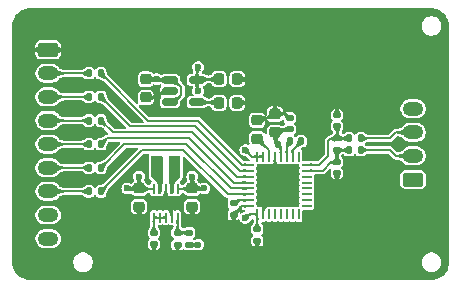
<source format=gbr>
%TF.GenerationSoftware,KiCad,Pcbnew,8.0.1*%
%TF.CreationDate,2024-04-25T00:01:52-04:00*%
%TF.ProjectId,ads1260_board,61647331-3236-4305-9f62-6f6172642e6b,rev?*%
%TF.SameCoordinates,Original*%
%TF.FileFunction,Copper,L1,Top*%
%TF.FilePolarity,Positive*%
%FSLAX46Y46*%
G04 Gerber Fmt 4.6, Leading zero omitted, Abs format (unit mm)*
G04 Created by KiCad (PCBNEW 8.0.1) date 2024-04-25 00:01:52*
%MOMM*%
%LPD*%
G01*
G04 APERTURE LIST*
G04 Aperture macros list*
%AMRoundRect*
0 Rectangle with rounded corners*
0 $1 Rounding radius*
0 $2 $3 $4 $5 $6 $7 $8 $9 X,Y pos of 4 corners*
0 Add a 4 corners polygon primitive as box body*
4,1,4,$2,$3,$4,$5,$6,$7,$8,$9,$2,$3,0*
0 Add four circle primitives for the rounded corners*
1,1,$1+$1,$2,$3*
1,1,$1+$1,$4,$5*
1,1,$1+$1,$6,$7*
1,1,$1+$1,$8,$9*
0 Add four rect primitives between the rounded corners*
20,1,$1+$1,$2,$3,$4,$5,0*
20,1,$1+$1,$4,$5,$6,$7,0*
20,1,$1+$1,$6,$7,$8,$9,0*
20,1,$1+$1,$8,$9,$2,$3,0*%
G04 Aperture macros list end*
%TA.AperFunction,ComponentPad*%
%ADD10O,1.750000X1.200000*%
%TD*%
%TA.AperFunction,ComponentPad*%
%ADD11RoundRect,0.250000X-0.625000X0.350000X-0.625000X-0.350000X0.625000X-0.350000X0.625000X0.350000X0*%
%TD*%
%TA.AperFunction,ComponentPad*%
%ADD12RoundRect,0.250000X0.625000X-0.350000X0.625000X0.350000X-0.625000X0.350000X-0.625000X-0.350000X0*%
%TD*%
%TA.AperFunction,SMDPad,CuDef*%
%ADD13RoundRect,0.225000X0.225000X0.250000X-0.225000X0.250000X-0.225000X-0.250000X0.225000X-0.250000X0*%
%TD*%
%TA.AperFunction,SMDPad,CuDef*%
%ADD14RoundRect,0.140000X-0.170000X0.140000X-0.170000X-0.140000X0.170000X-0.140000X0.170000X0.140000X0*%
%TD*%
%TA.AperFunction,SMDPad,CuDef*%
%ADD15RoundRect,0.150000X-0.512500X-0.150000X0.512500X-0.150000X0.512500X0.150000X-0.512500X0.150000X0*%
%TD*%
%TA.AperFunction,HeatsinkPad*%
%ADD16R,2.000000X1.200000*%
%TD*%
%TA.AperFunction,SMDPad,CuDef*%
%ADD17RoundRect,0.062500X-0.062500X0.350000X-0.062500X-0.350000X0.062500X-0.350000X0.062500X0.350000X0*%
%TD*%
%TA.AperFunction,HeatsinkPad*%
%ADD18R,3.150000X3.150000*%
%TD*%
%TA.AperFunction,SMDPad,CuDef*%
%ADD19RoundRect,0.062500X-0.375000X0.062500X-0.375000X-0.062500X0.375000X-0.062500X0.375000X0.062500X0*%
%TD*%
%TA.AperFunction,SMDPad,CuDef*%
%ADD20RoundRect,0.062500X-0.062500X0.375000X-0.062500X-0.375000X0.062500X-0.375000X0.062500X0.375000X0*%
%TD*%
%TA.AperFunction,SMDPad,CuDef*%
%ADD21RoundRect,0.135000X0.135000X0.185000X-0.135000X0.185000X-0.135000X-0.185000X0.135000X-0.185000X0*%
%TD*%
%TA.AperFunction,SMDPad,CuDef*%
%ADD22RoundRect,0.135000X-0.135000X-0.185000X0.135000X-0.185000X0.135000X0.185000X-0.135000X0.185000X0*%
%TD*%
%TA.AperFunction,SMDPad,CuDef*%
%ADD23RoundRect,0.135000X0.185000X-0.135000X0.185000X0.135000X-0.185000X0.135000X-0.185000X-0.135000X0*%
%TD*%
%TA.AperFunction,SMDPad,CuDef*%
%ADD24RoundRect,0.135000X-0.185000X0.135000X-0.185000X-0.135000X0.185000X-0.135000X0.185000X0.135000X0*%
%TD*%
%TA.AperFunction,SMDPad,CuDef*%
%ADD25R,0.550000X1.600000*%
%TD*%
%TA.AperFunction,SMDPad,CuDef*%
%ADD26RoundRect,0.140000X0.170000X-0.140000X0.170000X0.140000X-0.170000X0.140000X-0.170000X-0.140000X0*%
%TD*%
%TA.AperFunction,SMDPad,CuDef*%
%ADD27RoundRect,0.225000X-0.250000X0.225000X-0.250000X-0.225000X0.250000X-0.225000X0.250000X0.225000X0*%
%TD*%
%TA.AperFunction,SMDPad,CuDef*%
%ADD28RoundRect,0.225000X0.250000X-0.225000X0.250000X0.225000X-0.250000X0.225000X-0.250000X-0.225000X0*%
%TD*%
%TA.AperFunction,SMDPad,CuDef*%
%ADD29RoundRect,0.140000X-0.140000X-0.170000X0.140000X-0.170000X0.140000X0.170000X-0.140000X0.170000X0*%
%TD*%
%TA.AperFunction,ViaPad*%
%ADD30C,0.600000*%
%TD*%
%TA.AperFunction,Conductor*%
%ADD31C,0.200000*%
%TD*%
G04 APERTURE END LIST*
D10*
%TO.P,J3,9,Pin_9*%
%TO.N,VBUS*%
X113550000Y-90000000D03*
%TO.P,J3,8,Pin_8*%
%TO.N,+3V3*%
X113550000Y-88000000D03*
%TO.P,J3,7,Pin_7*%
%TO.N,Net-(J3-Pin_7)*%
X113550000Y-86000000D03*
%TO.P,J3,6,Pin_6*%
%TO.N,Net-(J3-Pin_6)*%
X113550000Y-84000000D03*
%TO.P,J3,5,Pin_5*%
%TO.N,Net-(J3-Pin_5)*%
X113550000Y-82000000D03*
%TO.P,J3,4,Pin_4*%
%TO.N,Net-(J3-Pin_4)*%
X113550000Y-80000000D03*
%TO.P,J3,3,Pin_3*%
%TO.N,Net-(J3-Pin_3)*%
X113550000Y-78000000D03*
%TO.P,J3,2,Pin_2*%
%TO.N,Net-(J3-Pin_2)*%
X113550000Y-76000000D03*
D11*
%TO.P,J3,1,Pin_1*%
%TO.N,GND*%
X113550000Y-74000000D03*
%TD*%
D12*
%TO.P,J1,1,Pin_1*%
%TO.N,GND*%
X144450000Y-85000000D03*
D10*
%TO.P,J1,2,Pin_2*%
%TO.N,/SIG+*%
X144450000Y-83000000D03*
%TO.P,J1,3,Pin_3*%
%TO.N,/SIG-*%
X144450000Y-81000000D03*
%TO.P,J1,4,Pin_4*%
%TO.N,+5V*%
X144450000Y-79000000D03*
%TD*%
D13*
%TO.P,C10,1*%
%TO.N,GND*%
X129550000Y-78500000D03*
%TO.P,C10,2*%
%TO.N,Net-(U4-BP)*%
X128000000Y-78500000D03*
%TD*%
D14*
%TO.P,C4,2*%
%TO.N,GND*%
X131250000Y-90160000D03*
%TO.P,C4,1*%
%TO.N,+5V*%
X131250000Y-89200000D03*
%TD*%
D15*
%TO.P,U4,1,IN*%
%TO.N,+5V5*%
X123862500Y-76550000D03*
%TO.P,U4,2,GND*%
%TO.N,GND*%
X123862500Y-77500000D03*
%TO.P,U4,3,EN*%
%TO.N,+5V5*%
X123862500Y-78450000D03*
%TO.P,U4,4,BP*%
%TO.N,Net-(U4-BP)*%
X126137500Y-78450000D03*
%TO.P,U4,5,OUT*%
%TO.N,+5V*%
X126137500Y-76550000D03*
%TD*%
D16*
%TO.P,U2,11,PGND*%
%TO.N,GND*%
X123500000Y-87000000D03*
D17*
%TO.P,U2,10,FB*%
%TO.N,Net-(U2-FB)*%
X124500000Y-88212500D03*
%TO.P,U2,9,GND*%
%TO.N,GND*%
X124000000Y-88212500D03*
%TO.P,U2,8,VINA*%
%TO.N,Net-(U2-EN)*%
X123500000Y-88212500D03*
%TO.P,U2,7,PS/SYNC*%
X123000000Y-88212500D03*
%TO.P,U2,6,EN*%
X122500000Y-88212500D03*
%TO.P,U2,5,VIN*%
%TO.N,VBUS*%
X122500000Y-85787500D03*
%TO.P,U2,4,L1*%
%TO.N,Net-(U2-L1)*%
X123000000Y-85787500D03*
%TO.P,U2,3,PGND*%
%TO.N,GND*%
X123500000Y-85787500D03*
%TO.P,U2,2,L2*%
%TO.N,Net-(U2-L2)*%
X124000000Y-85787500D03*
%TO.P,U2,1,VOUT*%
%TO.N,+5V5*%
X124500000Y-85787500D03*
%TD*%
D18*
%TO.P,U1,33,AVSS*%
%TO.N,GND*%
X133000000Y-85500000D03*
D19*
%TO.P,U1,32,AIN0*%
%TO.N,/SIG_FLTR-*%
X135437500Y-83750000D03*
%TO.P,U1,31,AIN1*%
%TO.N,/SIG_FLTR+*%
X135437500Y-84250000D03*
%TO.P,U1,30,AIN2*%
%TO.N,unconnected-(U1-AIN2-Pad30)*%
X135437500Y-84750000D03*
%TO.P,U1,29,AIN3*%
%TO.N,unconnected-(U1-AIN3-Pad29)*%
X135437500Y-85250000D03*
%TO.P,U1,28,AIN4*%
%TO.N,unconnected-(U1-AIN4-Pad28)*%
X135437500Y-85750000D03*
%TO.P,U1,27,NC*%
%TO.N,unconnected-(U1-NC-Pad27)*%
X135437500Y-86250000D03*
%TO.P,U1,26,NC*%
%TO.N,unconnected-(U1-NC-Pad26)*%
X135437500Y-86750000D03*
%TO.P,U1,25,NC*%
%TO.N,unconnected-(U1-NC-Pad25)*%
X135437500Y-87250000D03*
D20*
%TO.P,U1,24,NC*%
%TO.N,unconnected-(U1-NC-Pad24)*%
X134750000Y-87937500D03*
%TO.P,U1,23,NC*%
%TO.N,unconnected-(U1-NC-Pad23)*%
X134250000Y-87937500D03*
%TO.P,U1,22,NC*%
%TO.N,unconnected-(U1-NC-Pad22)*%
X133750000Y-87937500D03*
%TO.P,U1,21,NC*%
%TO.N,unconnected-(U1-NC-Pad21)*%
X133250000Y-87937500D03*
%TO.P,U1,20,NC*%
%TO.N,unconnected-(U1-NC-Pad20)*%
X132750000Y-87937500D03*
%TO.P,U1,19,NC*%
%TO.N,unconnected-(U1-NC-Pad19)*%
X132250000Y-87937500D03*
%TO.P,U1,18,CLKIN*%
%TO.N,GND*%
X131750000Y-87937500D03*
%TO.P,U1,17,DVDD*%
%TO.N,+5V*%
X131250000Y-87937500D03*
D19*
%TO.P,U1,16,DGND*%
%TO.N,GND*%
X130562500Y-87250000D03*
%TO.P,U1,15,BYPASS*%
%TO.N,Net-(U1-BYPASS)*%
X130562500Y-86750000D03*
%TO.P,U1,14,DOUT*%
%TO.N,/DOUT*%
X130562500Y-86250000D03*
%TO.P,U1,13,~{DRDY}*%
%TO.N,/~{DRDY}*%
X130562500Y-85750000D03*
%TO.P,U1,12,DIN*%
%TO.N,/DIN*%
X130562500Y-85250000D03*
%TO.P,U1,11,SCLK*%
%TO.N,/SCLK*%
X130562500Y-84750000D03*
%TO.P,U1,10,~{CS}*%
%TO.N,/~{CS}*%
X130562500Y-84250000D03*
%TO.P,U1,9,~{START}*%
%TO.N,/~{START}*%
X130562500Y-83750000D03*
D20*
%TO.P,U1,8,~{RESET}*%
%TO.N,+5V*%
X131250000Y-83062500D03*
%TO.P,U1,7,~{PWDN}*%
X131750000Y-83062500D03*
%TO.P,U1,6,REFOUT*%
%TO.N,Net-(U1-REFOUT)*%
X132250000Y-83062500D03*
%TO.P,U1,5,AVSS*%
%TO.N,GND*%
X132750000Y-83062500D03*
%TO.P,U1,4,AVDD*%
%TO.N,+5V*%
X133250000Y-83062500D03*
%TO.P,U1,3,CAPN*%
%TO.N,Net-(U1-CAPN)*%
X133750000Y-83062500D03*
%TO.P,U1,2,CAPP*%
%TO.N,Net-(U1-CAPP)*%
X134250000Y-83062500D03*
%TO.P,U1,1,AINCOM*%
%TO.N,unconnected-(U1-AINCOM-Pad1)*%
X134750000Y-83062500D03*
%TD*%
D21*
%TO.P,R10,1*%
%TO.N,/SIG-*%
X140010000Y-81500000D03*
%TO.P,R10,2*%
%TO.N,/SIG_FLTR-*%
X138990000Y-81500000D03*
%TD*%
D22*
%TO.P,R9,1*%
%TO.N,/SIG_FLTR+*%
X138990000Y-82500000D03*
%TO.P,R9,2*%
%TO.N,/SIG+*%
X140010000Y-82500000D03*
%TD*%
D23*
%TO.P,R8,1*%
%TO.N,GND*%
X124500000Y-90510000D03*
%TO.P,R8,2*%
%TO.N,Net-(U2-FB)*%
X124500000Y-89490000D03*
%TD*%
D24*
%TO.P,R7,2*%
%TO.N,+5V5*%
X125500000Y-90510000D03*
%TO.P,R7,1*%
%TO.N,Net-(U2-FB)*%
X125500000Y-89490000D03*
%TD*%
D22*
%TO.P,R6,2*%
%TO.N,/~{START}*%
X118010000Y-76000000D03*
%TO.P,R6,1*%
%TO.N,Net-(J3-Pin_2)*%
X116990000Y-76000000D03*
%TD*%
%TO.P,R5,1*%
%TO.N,Net-(J3-Pin_3)*%
X116990000Y-78000000D03*
%TO.P,R5,2*%
%TO.N,/~{CS}*%
X118010000Y-78000000D03*
%TD*%
%TO.P,R4,1*%
%TO.N,Net-(J3-Pin_4)*%
X116990000Y-80000000D03*
%TO.P,R4,2*%
%TO.N,/SCLK*%
X118010000Y-80000000D03*
%TD*%
%TO.P,R3,1*%
%TO.N,Net-(J3-Pin_5)*%
X116990000Y-82000000D03*
%TO.P,R3,2*%
%TO.N,/DIN*%
X118010000Y-82000000D03*
%TD*%
D21*
%TO.P,R2,2*%
%TO.N,Net-(J3-Pin_6)*%
X116990000Y-84000000D03*
%TO.P,R2,1*%
%TO.N,/~{DRDY}*%
X118010000Y-84000000D03*
%TD*%
D22*
%TO.P,R1,1*%
%TO.N,Net-(J3-Pin_7)*%
X116990000Y-86000000D03*
%TO.P,R1,2*%
%TO.N,/DOUT*%
X118010000Y-86000000D03*
%TD*%
D25*
%TO.P,L1,1*%
%TO.N,Net-(U2-L2)*%
X124225000Y-84000000D03*
%TO.P,L1,2*%
%TO.N,Net-(U2-L1)*%
X122775000Y-84000000D03*
%TD*%
D26*
%TO.P,C15,1*%
%TO.N,/SIG_FLTR-*%
X138000000Y-80480000D03*
%TO.P,C15,2*%
%TO.N,GND*%
X138000000Y-79520000D03*
%TD*%
%TO.P,C14,1*%
%TO.N,/SIG_FLTR+*%
X138000000Y-82480000D03*
%TO.P,C14,2*%
%TO.N,/SIG_FLTR-*%
X138000000Y-81520000D03*
%TD*%
%TO.P,C13,2*%
%TO.N,/SIG_FLTR+*%
X138000000Y-83520000D03*
%TO.P,C13,1*%
%TO.N,GND*%
X138000000Y-84480000D03*
%TD*%
D27*
%TO.P,C12,1*%
%TO.N,+5V5*%
X121800000Y-76500000D03*
%TO.P,C12,2*%
%TO.N,GND*%
X121800000Y-78050000D03*
%TD*%
%TO.P,C11,2*%
%TO.N,GND*%
X125750000Y-87300000D03*
%TO.P,C11,1*%
%TO.N,+5V5*%
X125750000Y-85750000D03*
%TD*%
D13*
%TO.P,C9,1*%
%TO.N,GND*%
X129550000Y-76500000D03*
%TO.P,C9,2*%
%TO.N,+5V*%
X128000000Y-76500000D03*
%TD*%
D26*
%TO.P,C8,2*%
%TO.N,Net-(U2-EN)*%
X122500000Y-89500000D03*
%TO.P,C8,1*%
%TO.N,GND*%
X122500000Y-90460000D03*
%TD*%
D27*
%TO.P,C7,2*%
%TO.N,GND*%
X121250000Y-87300000D03*
%TO.P,C7,1*%
%TO.N,VBUS*%
X121250000Y-85750000D03*
%TD*%
D14*
%TO.P,C6,2*%
%TO.N,+5V*%
X134000000Y-80750000D03*
%TO.P,C6,1*%
%TO.N,GND*%
X134000000Y-79790000D03*
%TD*%
D28*
%TO.P,C5,1*%
%TO.N,+5V*%
X132750000Y-81000000D03*
%TO.P,C5,2*%
%TO.N,GND*%
X132750000Y-79450000D03*
%TD*%
D29*
%TO.P,C3,2*%
%TO.N,Net-(U1-CAPP)*%
X134980000Y-81750000D03*
%TO.P,C3,1*%
%TO.N,Net-(U1-CAPN)*%
X134020000Y-81750000D03*
%TD*%
D14*
%TO.P,C2,1*%
%TO.N,Net-(U1-BYPASS)*%
X129250000Y-87000000D03*
%TO.P,C2,2*%
%TO.N,GND*%
X129250000Y-87960000D03*
%TD*%
D27*
%TO.P,C1,1*%
%TO.N,GND*%
X131250000Y-79975000D03*
%TO.P,C1,2*%
%TO.N,Net-(U1-REFOUT)*%
X131250000Y-81525000D03*
%TD*%
D30*
%TO.N,GND*%
X112000000Y-74000000D03*
X115000000Y-74000000D03*
X130500000Y-78500000D03*
X147000000Y-74000000D03*
X147000000Y-82000000D03*
X147000000Y-90000000D03*
X111000000Y-74000000D03*
X111000000Y-80000000D03*
X111000000Y-84000000D03*
X111000000Y-90000000D03*
X129000000Y-71000000D03*
X139000000Y-71000000D03*
X119000000Y-71000000D03*
X114000000Y-71000000D03*
X124000000Y-71000000D03*
X144000000Y-71000000D03*
X134000000Y-71000000D03*
X114000000Y-93000000D03*
X119000000Y-93000000D03*
X124000000Y-93000000D03*
X129000000Y-93000000D03*
X134000000Y-93000000D03*
X139000000Y-93000000D03*
X144000000Y-93000000D03*
%TO.N,+5V*%
X130250000Y-88250000D03*
%TO.N,GND*%
X122778224Y-77987134D03*
%TO.N,+5V5*%
X122750000Y-76500000D03*
X126250000Y-90500000D03*
%TO.N,+5V*%
X130250000Y-82500000D03*
%TO.N,GND*%
X124000000Y-87000000D03*
%TO.N,+5V5*%
X125750000Y-84750000D03*
%TO.N,VBUS*%
X121250000Y-84750000D03*
%TO.N,GND*%
X122500000Y-91250000D03*
X124500000Y-91250000D03*
X123000000Y-87000000D03*
%TO.N,+5V5*%
X126750000Y-85750000D03*
%TO.N,GND*%
X131250000Y-91000000D03*
X132750000Y-78500000D03*
%TO.N,+5V*%
X133000000Y-82000000D03*
%TO.N,GND*%
X138000000Y-85250000D03*
X138000000Y-78750000D03*
X133000000Y-85500000D03*
X129250000Y-88750000D03*
%TO.N,VBUS*%
X120250000Y-85750000D03*
%TO.N,GND*%
X121250000Y-88250000D03*
X125750000Y-88250000D03*
%TO.N,+5V*%
X126250000Y-77500000D03*
X126250000Y-75500000D03*
%TO.N,GND*%
X130500000Y-76500000D03*
%TD*%
D31*
%TO.N,GND*%
X113550000Y-74000000D02*
X112000000Y-74000000D01*
X113550000Y-74000000D02*
X115000000Y-74000000D01*
%TO.N,/SIG-*%
X143000000Y-81000000D02*
X144450000Y-81000000D01*
X140072500Y-81500000D02*
X142500000Y-81500000D01*
X142500000Y-81500000D02*
X143000000Y-81000000D01*
%TO.N,/SIG+*%
X142500000Y-82500000D02*
X140010000Y-82500000D01*
X143000000Y-83000000D02*
X142500000Y-82500000D01*
X144450000Y-83000000D02*
X143000000Y-83000000D01*
%TO.N,Net-(J3-Pin_2)*%
X116990000Y-76000000D02*
X113550000Y-76000000D01*
%TO.N,Net-(J3-Pin_3)*%
X116990000Y-78000000D02*
X113550000Y-78000000D01*
%TO.N,Net-(J3-Pin_4)*%
X116990000Y-80000000D02*
X113550000Y-80000000D01*
%TO.N,Net-(J3-Pin_5)*%
X116990000Y-82000000D02*
X113550000Y-82000000D01*
%TO.N,Net-(J3-Pin_6)*%
X116990000Y-84000000D02*
X113550000Y-84000000D01*
%TO.N,Net-(J3-Pin_7)*%
X116990000Y-86000000D02*
X113550000Y-86000000D01*
%TO.N,/~{DRDY}*%
X120010000Y-82000000D02*
X118010000Y-84000000D01*
X125250000Y-82000000D02*
X120010000Y-82000000D01*
X130562500Y-85750000D02*
X129000000Y-85750000D01*
X129000000Y-85750000D02*
X125250000Y-82000000D01*
%TO.N,/DOUT*%
X125000000Y-82500000D02*
X121510000Y-82500000D01*
X128750000Y-86250000D02*
X125000000Y-82500000D01*
X121510000Y-82500000D02*
X118010000Y-86000000D01*
X130562500Y-86250000D02*
X128750000Y-86250000D01*
%TO.N,/DIN*%
X118510000Y-81500000D02*
X118010000Y-82000000D01*
X125500000Y-81500000D02*
X118510000Y-81500000D01*
X129250000Y-85250000D02*
X125500000Y-81500000D01*
X130562500Y-85250000D02*
X129250000Y-85250000D01*
%TO.N,/SCLK*%
X119010000Y-81000000D02*
X118010000Y-80000000D01*
X129500000Y-84750000D02*
X125750000Y-81000000D01*
X125750000Y-81000000D02*
X119010000Y-81000000D01*
X130562500Y-84750000D02*
X129500000Y-84750000D01*
%TO.N,/~{CS}*%
X126006372Y-80500000D02*
X120510000Y-80500000D01*
X120510000Y-80500000D02*
X118010000Y-78000000D01*
X129756372Y-84250000D02*
X126006372Y-80500000D01*
X130562500Y-84250000D02*
X129756372Y-84250000D01*
%TO.N,/~{START}*%
X122010000Y-80000000D02*
X118010000Y-76000000D01*
X126250000Y-80000000D02*
X122010000Y-80000000D01*
X130000000Y-83750000D02*
X126250000Y-80000000D01*
X130562500Y-83750000D02*
X130000000Y-83750000D01*
%TO.N,GND*%
X129550000Y-78500000D02*
X130500000Y-78500000D01*
%TO.N,Net-(U4-BP)*%
X127950000Y-78450000D02*
X128000000Y-78500000D01*
X126137500Y-78450000D02*
X127950000Y-78450000D01*
%TO.N,+5V*%
X130562500Y-87937500D02*
X130250000Y-88250000D01*
X131250000Y-87937500D02*
X130562500Y-87937500D01*
%TO.N,GND*%
X124000000Y-87500000D02*
X123500000Y-87000000D01*
X124000000Y-88212500D02*
X124000000Y-87500000D01*
%TO.N,+5V5*%
X124825000Y-77840552D02*
X124215552Y-78450000D01*
X124825000Y-77159448D02*
X124825000Y-77840552D01*
X124215552Y-76550000D02*
X124825000Y-77159448D01*
X123862500Y-76550000D02*
X124215552Y-76550000D01*
X124215552Y-78450000D02*
X123862500Y-78450000D01*
%TO.N,GND*%
X122715358Y-78050000D02*
X122778224Y-77987134D01*
X121800000Y-78050000D02*
X122715358Y-78050000D01*
X123265358Y-77500000D02*
X122778224Y-77987134D01*
X123862500Y-77500000D02*
X123265358Y-77500000D01*
%TO.N,+5V5*%
X121800000Y-76500000D02*
X122750000Y-76500000D01*
X122800000Y-76550000D02*
X122750000Y-76500000D01*
X123862500Y-76550000D02*
X122800000Y-76550000D01*
X126240000Y-90510000D02*
X126250000Y-90500000D01*
X125500000Y-90510000D02*
X126240000Y-90510000D01*
%TO.N,+5V*%
X130812500Y-83062500D02*
X130250000Y-82500000D01*
X131250000Y-83062500D02*
X130812500Y-83062500D01*
%TO.N,GND*%
X132750000Y-83062500D02*
X132750000Y-85250000D01*
%TO.N,+5V5*%
X125750000Y-85750000D02*
X125750000Y-84750000D01*
%TO.N,VBUS*%
X121250000Y-85750000D02*
X121250000Y-84750000D01*
X121287500Y-85787500D02*
X121250000Y-85750000D01*
X122500000Y-85787500D02*
X121287500Y-85787500D01*
%TO.N,Net-(U2-EN)*%
X122500000Y-88212500D02*
X123500000Y-88212500D01*
%TO.N,Net-(U2-FB)*%
X125500000Y-89490000D02*
X124500000Y-89490000D01*
X124500000Y-89490000D02*
X124500000Y-88212500D01*
%TO.N,Net-(U2-EN)*%
X122500000Y-89500000D02*
X122500000Y-88212500D01*
%TO.N,GND*%
X122500000Y-90460000D02*
X122500000Y-91250000D01*
X124500000Y-90510000D02*
X124500000Y-91250000D01*
X123500000Y-85787500D02*
X123500000Y-87000000D01*
%TO.N,+5V5*%
X125750000Y-85750000D02*
X126750000Y-85750000D01*
X125712500Y-85787500D02*
X125750000Y-85750000D01*
X124500000Y-85787500D02*
X125712500Y-85787500D01*
%TO.N,GND*%
X131750000Y-87937500D02*
X131750000Y-86750000D01*
X131250000Y-90160000D02*
X131250000Y-91000000D01*
%TO.N,+5V*%
X131250000Y-87937500D02*
X131250000Y-89200000D01*
%TO.N,Net-(U1-CAPN)*%
X133750000Y-82020000D02*
X133750000Y-83062500D01*
%TO.N,Net-(U1-CAPP)*%
X134250000Y-82480000D02*
X134980000Y-81750000D01*
X134250000Y-83062500D02*
X134250000Y-82480000D01*
%TO.N,Net-(U1-CAPN)*%
X134020000Y-81750000D02*
X133750000Y-82020000D01*
%TO.N,GND*%
X132750000Y-79450000D02*
X132750000Y-78500000D01*
X133635000Y-79425000D02*
X134000000Y-79790000D01*
X132375000Y-79425000D02*
X133635000Y-79425000D01*
X131825000Y-79975000D02*
X132375000Y-79425000D01*
X131250000Y-79975000D02*
X131825000Y-79975000D01*
%TO.N,+5V*%
X133062500Y-80750000D02*
X134000000Y-80750000D01*
X132750000Y-81062500D02*
X133062500Y-80750000D01*
X133000000Y-82000000D02*
X132750000Y-81750000D01*
X132750000Y-81750000D02*
X132750000Y-81062500D01*
%TO.N,Net-(U1-REFOUT)*%
X132250000Y-82525000D02*
X131250000Y-81525000D01*
X132250000Y-83062500D02*
X132250000Y-82525000D01*
%TO.N,+5V*%
X133250000Y-82250000D02*
X133250000Y-83062500D01*
X133000000Y-82000000D02*
X133250000Y-82250000D01*
%TO.N,/SIG_FLTR-*%
X138020000Y-81500000D02*
X138000000Y-81520000D01*
X138990000Y-81500000D02*
X138020000Y-81500000D01*
%TO.N,GND*%
X138000000Y-84480000D02*
X138000000Y-85250000D01*
X138000000Y-79520000D02*
X138000000Y-78750000D01*
%TO.N,/SIG_FLTR-*%
X137490000Y-81520000D02*
X138000000Y-81520000D01*
X137250000Y-83000000D02*
X137250000Y-81760000D01*
X135437500Y-83750000D02*
X136500000Y-83750000D01*
X136500000Y-83750000D02*
X137250000Y-83000000D01*
X137250000Y-81760000D02*
X137490000Y-81520000D01*
%TO.N,/SIG_FLTR+*%
X136782843Y-84250000D02*
X137512843Y-83520000D01*
X137512843Y-83520000D02*
X138000000Y-83520000D01*
X135437500Y-84250000D02*
X136782843Y-84250000D01*
X138020000Y-82500000D02*
X138000000Y-82480000D01*
X138990000Y-82500000D02*
X138020000Y-82500000D01*
X138000000Y-83520000D02*
X138000000Y-82480000D01*
%TO.N,GND*%
X129960000Y-87250000D02*
X130562500Y-87250000D01*
X129250000Y-87960000D02*
X129960000Y-87250000D01*
X129250000Y-87960000D02*
X129250000Y-88750000D01*
%TO.N,Net-(U1-BYPASS)*%
X129500000Y-86750000D02*
X130562500Y-86750000D01*
X129250000Y-87000000D02*
X129500000Y-86750000D01*
%TO.N,VBUS*%
X121250000Y-85750000D02*
X120250000Y-85750000D01*
%TO.N,GND*%
X121250000Y-87300000D02*
X121250000Y-88250000D01*
X125750000Y-87300000D02*
X125750000Y-88250000D01*
%TO.N,+5V*%
X126137500Y-77387500D02*
X126250000Y-77500000D01*
X126137500Y-76550000D02*
X126137500Y-77387500D01*
X126137500Y-75612500D02*
X126250000Y-75500000D01*
X126137500Y-76550000D02*
X126137500Y-75612500D01*
%TO.N,GND*%
X129550000Y-76500000D02*
X130500000Y-76500000D01*
%TO.N,+5V*%
X126187500Y-76500000D02*
X126137500Y-76550000D01*
X128000000Y-76500000D02*
X126187500Y-76500000D01*
X131750000Y-83062500D02*
X131250000Y-83062500D01*
%TO.N,/SIG_FLTR-*%
X138062500Y-80480000D02*
X138062500Y-81520000D01*
%TD*%
%TA.AperFunction,Conductor*%
%TO.N,Net-(U2-L1)*%
G36*
X123209191Y-83018907D02*
G01*
X123245155Y-83068407D01*
X123250000Y-83099000D01*
X123250000Y-85214696D01*
X123233315Y-85269698D01*
X123189762Y-85334879D01*
X123189759Y-85334886D01*
X123174501Y-85411588D01*
X123174500Y-85411600D01*
X123174500Y-85940522D01*
X123170951Y-85966794D01*
X123142781Y-86069142D01*
X123142154Y-86071319D01*
X123124864Y-86128949D01*
X123090033Y-86179252D01*
X123032286Y-86199475D01*
X123030040Y-86199500D01*
X122924500Y-86199500D01*
X122866309Y-86180593D01*
X122830345Y-86131093D01*
X122825500Y-86100500D01*
X122825499Y-85411602D01*
X122825498Y-85411595D01*
X122810240Y-85334883D01*
X122810239Y-85334881D01*
X122752113Y-85247890D01*
X122752112Y-85247888D01*
X122752108Y-85247885D01*
X122752107Y-85247884D01*
X122747490Y-85244799D01*
X122732489Y-85232489D01*
X122278996Y-84778996D01*
X122251219Y-84724479D01*
X122250000Y-84708992D01*
X122250000Y-83099000D01*
X122268907Y-83040809D01*
X122318407Y-83004845D01*
X122349000Y-83000000D01*
X123151000Y-83000000D01*
X123209191Y-83018907D01*
G37*
%TD.AperFunction*%
%TD*%
%TA.AperFunction,Conductor*%
%TO.N,Net-(U2-L2)*%
G36*
X124709191Y-83018907D02*
G01*
X124745155Y-83068407D01*
X124750000Y-83099000D01*
X124750000Y-84708992D01*
X124731093Y-84767183D01*
X124721003Y-84778996D01*
X124267509Y-85232489D01*
X124252515Y-85244795D01*
X124247893Y-85247883D01*
X124247886Y-85247890D01*
X124189761Y-85334880D01*
X124189759Y-85334886D01*
X124174501Y-85411588D01*
X124174500Y-85411600D01*
X124174501Y-86100500D01*
X124155594Y-86158691D01*
X124106094Y-86194655D01*
X124075501Y-86199500D01*
X123969957Y-86199500D01*
X123911766Y-86180593D01*
X123875802Y-86131093D01*
X123875132Y-86128947D01*
X123857841Y-86071310D01*
X123857215Y-86069134D01*
X123852086Y-86050500D01*
X123829048Y-85966793D01*
X123825499Y-85940522D01*
X123825499Y-85411602D01*
X123825498Y-85411595D01*
X123810240Y-85334883D01*
X123810239Y-85334881D01*
X123766685Y-85269698D01*
X123750000Y-85214696D01*
X123750000Y-83099000D01*
X123768907Y-83040809D01*
X123818407Y-83004845D01*
X123849000Y-83000000D01*
X124651000Y-83000000D01*
X124709191Y-83018907D01*
G37*
%TD.AperFunction*%
%TD*%
%TA.AperFunction,Conductor*%
%TO.N,GND*%
G36*
X129893518Y-87236872D02*
G01*
X129923181Y-87290386D01*
X129925000Y-87309276D01*
X129925000Y-87338356D01*
X129940231Y-87414923D01*
X129940230Y-87414923D01*
X129998246Y-87501749D01*
X129998250Y-87501753D01*
X130085076Y-87559769D01*
X130130594Y-87568823D01*
X130183979Y-87598719D01*
X130209595Y-87654284D01*
X130197658Y-87714294D01*
X130152729Y-87755827D01*
X130139173Y-87760911D01*
X130073616Y-87780161D01*
X130039947Y-87790047D01*
X130039945Y-87790047D01*
X130039942Y-87790049D01*
X129912915Y-87871685D01*
X129911148Y-87868937D01*
X129867376Y-87887385D01*
X129807794Y-87873469D01*
X129767771Y-87827189D01*
X129760000Y-87788740D01*
X129760000Y-87780161D01*
X129753480Y-87730645D01*
X129753478Y-87730638D01*
X129702809Y-87621978D01*
X129631189Y-87550358D01*
X129603412Y-87495841D01*
X129612983Y-87435409D01*
X129631186Y-87410353D01*
X129703224Y-87338316D01*
X129736276Y-87267437D01*
X129778004Y-87222689D01*
X129838065Y-87211014D01*
X129893518Y-87236872D01*
G37*
%TD.AperFunction*%
%TA.AperFunction,Conductor*%
G36*
X133054551Y-83664973D02*
G01*
X133055425Y-83665557D01*
X133084883Y-83685240D01*
X133161599Y-83700500D01*
X133338400Y-83700499D01*
X133415117Y-83685240D01*
X133444998Y-83665273D01*
X133503886Y-83648665D01*
X133555001Y-83665273D01*
X133557974Y-83667260D01*
X133584879Y-83685238D01*
X133584880Y-83685238D01*
X133584883Y-83685240D01*
X133661599Y-83700500D01*
X133838400Y-83700499D01*
X133915117Y-83685240D01*
X133944998Y-83665273D01*
X134003886Y-83648665D01*
X134055001Y-83665273D01*
X134057974Y-83667260D01*
X134084879Y-83685238D01*
X134084880Y-83685238D01*
X134084883Y-83685240D01*
X134161599Y-83700500D01*
X134338400Y-83700499D01*
X134415117Y-83685240D01*
X134444998Y-83665273D01*
X134503886Y-83648665D01*
X134555001Y-83665273D01*
X134557974Y-83667260D01*
X134584879Y-83685238D01*
X134584880Y-83685238D01*
X134584883Y-83685240D01*
X134661599Y-83700500D01*
X134700500Y-83700499D01*
X134758689Y-83719405D01*
X134794654Y-83768904D01*
X134799500Y-83799497D01*
X134799500Y-83838396D01*
X134799501Y-83838404D01*
X134814759Y-83915115D01*
X134814759Y-83915116D01*
X134814760Y-83915117D01*
X134834726Y-83944999D01*
X134851334Y-84003887D01*
X134834727Y-84054999D01*
X134814761Y-84084880D01*
X134814759Y-84084886D01*
X134799501Y-84161589D01*
X134799500Y-84161599D01*
X134799500Y-84338397D01*
X134799501Y-84338404D01*
X134814759Y-84415115D01*
X134814759Y-84415116D01*
X134814760Y-84415117D01*
X134834726Y-84444999D01*
X134851334Y-84503887D01*
X134834727Y-84554999D01*
X134814761Y-84584880D01*
X134814759Y-84584886D01*
X134799501Y-84661589D01*
X134799500Y-84661599D01*
X134799500Y-84838397D01*
X134799501Y-84838404D01*
X134814759Y-84915115D01*
X134814759Y-84915116D01*
X134814760Y-84915117D01*
X134834726Y-84944999D01*
X134851334Y-85003887D01*
X134834727Y-85054999D01*
X134814761Y-85084880D01*
X134814759Y-85084886D01*
X134799501Y-85161589D01*
X134799500Y-85161599D01*
X134799500Y-85338397D01*
X134799501Y-85338404D01*
X134814759Y-85415115D01*
X134814759Y-85415116D01*
X134814760Y-85415117D01*
X134834726Y-85444999D01*
X134851334Y-85503887D01*
X134834727Y-85554999D01*
X134814761Y-85584880D01*
X134814759Y-85584886D01*
X134799501Y-85661589D01*
X134799500Y-85661599D01*
X134799500Y-85838397D01*
X134799501Y-85838404D01*
X134814759Y-85915115D01*
X134814759Y-85915116D01*
X134814760Y-85915117D01*
X134834726Y-85944999D01*
X134851334Y-86003887D01*
X134834727Y-86054999D01*
X134814761Y-86084880D01*
X134814759Y-86084886D01*
X134799501Y-86161589D01*
X134799500Y-86161599D01*
X134799500Y-86338397D01*
X134799501Y-86338404D01*
X134814759Y-86415115D01*
X134814759Y-86415116D01*
X134814760Y-86415117D01*
X134834726Y-86444999D01*
X134851334Y-86503887D01*
X134834727Y-86554999D01*
X134814761Y-86584880D01*
X134814759Y-86584886D01*
X134799501Y-86661589D01*
X134799500Y-86661599D01*
X134799500Y-86838397D01*
X134799501Y-86838404D01*
X134814759Y-86915115D01*
X134814759Y-86915116D01*
X134814760Y-86915117D01*
X134834726Y-86944999D01*
X134851334Y-87003887D01*
X134834727Y-87054999D01*
X134814761Y-87084880D01*
X134814759Y-87084886D01*
X134799501Y-87161588D01*
X134799500Y-87161600D01*
X134799500Y-87200500D01*
X134780593Y-87258691D01*
X134731093Y-87294655D01*
X134700502Y-87299500D01*
X134661603Y-87299500D01*
X134661595Y-87299501D01*
X134584884Y-87314759D01*
X134555000Y-87334727D01*
X134496111Y-87351334D01*
X134444999Y-87334726D01*
X134415119Y-87314761D01*
X134415117Y-87314760D01*
X134415114Y-87314759D01*
X134415113Y-87314759D01*
X134338410Y-87299501D01*
X134338402Y-87299500D01*
X134338401Y-87299500D01*
X134338400Y-87299500D01*
X134161602Y-87299500D01*
X134161595Y-87299501D01*
X134084884Y-87314759D01*
X134055000Y-87334727D01*
X133996111Y-87351334D01*
X133944999Y-87334726D01*
X133915119Y-87314761D01*
X133915117Y-87314760D01*
X133915114Y-87314759D01*
X133915113Y-87314759D01*
X133838410Y-87299501D01*
X133838402Y-87299500D01*
X133838401Y-87299500D01*
X133838400Y-87299500D01*
X133661602Y-87299500D01*
X133661595Y-87299501D01*
X133584884Y-87314759D01*
X133555000Y-87334727D01*
X133496111Y-87351334D01*
X133444999Y-87334726D01*
X133415119Y-87314761D01*
X133415117Y-87314760D01*
X133415114Y-87314759D01*
X133415113Y-87314759D01*
X133338410Y-87299501D01*
X133338402Y-87299500D01*
X133338401Y-87299500D01*
X133338400Y-87299500D01*
X133161602Y-87299500D01*
X133161595Y-87299501D01*
X133084884Y-87314759D01*
X133055000Y-87334727D01*
X132996111Y-87351334D01*
X132944999Y-87334726D01*
X132915119Y-87314761D01*
X132915117Y-87314760D01*
X132915114Y-87314759D01*
X132915113Y-87314759D01*
X132838410Y-87299501D01*
X132838402Y-87299500D01*
X132838401Y-87299500D01*
X132838400Y-87299500D01*
X132661602Y-87299500D01*
X132661595Y-87299501D01*
X132584884Y-87314759D01*
X132555000Y-87334727D01*
X132496111Y-87351334D01*
X132444999Y-87334726D01*
X132415119Y-87314761D01*
X132415117Y-87314760D01*
X132415114Y-87314759D01*
X132415113Y-87314759D01*
X132338410Y-87299501D01*
X132338402Y-87299500D01*
X132338401Y-87299500D01*
X132338400Y-87299500D01*
X132161602Y-87299500D01*
X132161595Y-87299501D01*
X132084884Y-87314759D01*
X132084882Y-87314760D01*
X132054549Y-87335027D01*
X131995660Y-87351634D01*
X131944548Y-87335025D01*
X131914924Y-87315231D01*
X131838356Y-87300000D01*
X131661641Y-87300000D01*
X131585076Y-87315229D01*
X131585074Y-87315230D01*
X131555448Y-87335026D01*
X131496560Y-87351634D01*
X131445446Y-87335025D01*
X131415120Y-87314762D01*
X131415119Y-87314761D01*
X131415117Y-87314760D01*
X131415113Y-87314759D01*
X131338411Y-87299501D01*
X131338401Y-87299500D01*
X131338400Y-87299500D01*
X131299000Y-87299500D01*
X131240809Y-87280593D01*
X131204845Y-87231093D01*
X131200000Y-87200500D01*
X131200000Y-87161645D01*
X131199999Y-87161643D01*
X131184769Y-87085076D01*
X131164973Y-87055451D01*
X131148364Y-86996563D01*
X131164971Y-86945450D01*
X131185240Y-86915117D01*
X131200500Y-86838401D01*
X131200499Y-86661600D01*
X131185240Y-86584883D01*
X131165273Y-86555001D01*
X131148665Y-86496114D01*
X131165274Y-86444998D01*
X131185238Y-86415120D01*
X131185238Y-86415119D01*
X131185240Y-86415117D01*
X131200500Y-86338401D01*
X131200499Y-86161600D01*
X131185240Y-86084883D01*
X131165273Y-86055001D01*
X131148665Y-85996114D01*
X131165274Y-85944998D01*
X131185238Y-85915120D01*
X131185238Y-85915119D01*
X131185240Y-85915117D01*
X131200500Y-85838401D01*
X131200499Y-85661600D01*
X131185240Y-85584883D01*
X131165273Y-85555001D01*
X131148665Y-85496114D01*
X131165274Y-85444998D01*
X131172221Y-85434602D01*
X131185240Y-85415117D01*
X131200500Y-85338401D01*
X131200499Y-85161600D01*
X131185240Y-85084883D01*
X131165273Y-85055001D01*
X131148665Y-84996114D01*
X131165274Y-84944998D01*
X131185238Y-84915120D01*
X131185238Y-84915119D01*
X131185240Y-84915117D01*
X131200500Y-84838401D01*
X131200499Y-84661600D01*
X131185240Y-84584883D01*
X131165273Y-84555001D01*
X131148665Y-84496114D01*
X131165274Y-84444998D01*
X131185238Y-84415120D01*
X131185238Y-84415119D01*
X131185240Y-84415117D01*
X131200500Y-84338401D01*
X131200499Y-84161600D01*
X131185240Y-84084883D01*
X131180448Y-84077712D01*
X131165274Y-84055002D01*
X131148665Y-83996114D01*
X131165274Y-83944998D01*
X131166460Y-83943224D01*
X131185240Y-83915117D01*
X131200500Y-83838401D01*
X131200500Y-83799499D01*
X131219407Y-83741308D01*
X131268907Y-83705344D01*
X131299500Y-83700499D01*
X131338398Y-83700499D01*
X131338400Y-83700499D01*
X131415117Y-83685240D01*
X131444998Y-83665273D01*
X131503886Y-83648665D01*
X131555001Y-83665273D01*
X131557974Y-83667260D01*
X131584879Y-83685238D01*
X131584880Y-83685238D01*
X131584883Y-83685240D01*
X131661599Y-83700500D01*
X131838400Y-83700499D01*
X131915117Y-83685240D01*
X131944998Y-83665273D01*
X132003886Y-83648665D01*
X132055001Y-83665273D01*
X132057974Y-83667260D01*
X132084879Y-83685238D01*
X132084880Y-83685238D01*
X132084883Y-83685240D01*
X132161599Y-83700500D01*
X132338400Y-83700499D01*
X132415117Y-83685240D01*
X132445446Y-83664974D01*
X132504333Y-83648365D01*
X132555449Y-83664973D01*
X132585075Y-83684768D01*
X132661643Y-83699999D01*
X132661645Y-83700000D01*
X132838355Y-83700000D01*
X132838356Y-83699999D01*
X132914924Y-83684768D01*
X132944547Y-83664975D01*
X133003434Y-83648365D01*
X133054551Y-83664973D01*
G37*
%TD.AperFunction*%
%TA.AperFunction,Conductor*%
G36*
X146003522Y-70500752D02*
G01*
X146028505Y-70502538D01*
X146206345Y-70515258D01*
X146220308Y-70517265D01*
X146415549Y-70559737D01*
X146429088Y-70563713D01*
X146616292Y-70633537D01*
X146629118Y-70639394D01*
X146804476Y-70735146D01*
X146816356Y-70742781D01*
X146976294Y-70862509D01*
X146986966Y-70871756D01*
X147128243Y-71013033D01*
X147137493Y-71023709D01*
X147257218Y-71183643D01*
X147264854Y-71195525D01*
X147360602Y-71370875D01*
X147366466Y-71383715D01*
X147436284Y-71570904D01*
X147440264Y-71584457D01*
X147482732Y-71779681D01*
X147484742Y-71793662D01*
X147499248Y-71996476D01*
X147499500Y-72003539D01*
X147499500Y-91996460D01*
X147499248Y-92003523D01*
X147484742Y-92206337D01*
X147482732Y-92220318D01*
X147440264Y-92415542D01*
X147436284Y-92429095D01*
X147366466Y-92616284D01*
X147360598Y-92629133D01*
X147264854Y-92804474D01*
X147257218Y-92816356D01*
X147137493Y-92976290D01*
X147128243Y-92986966D01*
X146986966Y-93128243D01*
X146976290Y-93137493D01*
X146816356Y-93257218D01*
X146804474Y-93264854D01*
X146629133Y-93360598D01*
X146616284Y-93366466D01*
X146429095Y-93436284D01*
X146415542Y-93440264D01*
X146220318Y-93482732D01*
X146206337Y-93484742D01*
X146003523Y-93499248D01*
X145996460Y-93499500D01*
X112003540Y-93499500D01*
X111996477Y-93499248D01*
X111793662Y-93484742D01*
X111779681Y-93482732D01*
X111584457Y-93440264D01*
X111570904Y-93436284D01*
X111383715Y-93366466D01*
X111370875Y-93360602D01*
X111195525Y-93264854D01*
X111183643Y-93257218D01*
X111023709Y-93137493D01*
X111013033Y-93128243D01*
X110871756Y-92986966D01*
X110862506Y-92976290D01*
X110742781Y-92816356D01*
X110735145Y-92804474D01*
X110702815Y-92745266D01*
X110639394Y-92629118D01*
X110633537Y-92616292D01*
X110563713Y-92429088D01*
X110559737Y-92415549D01*
X110517265Y-92220308D01*
X110515258Y-92206345D01*
X110506322Y-92081405D01*
X115673500Y-92081405D01*
X115705262Y-92241080D01*
X115705262Y-92241082D01*
X115767563Y-92391492D01*
X115767563Y-92391493D01*
X115858015Y-92526862D01*
X115858016Y-92526863D01*
X115973137Y-92641984D01*
X116108505Y-92732435D01*
X116258919Y-92794738D01*
X116418597Y-92826500D01*
X116418598Y-92826500D01*
X116581402Y-92826500D01*
X116581403Y-92826500D01*
X116741081Y-92794738D01*
X116891495Y-92732435D01*
X117026863Y-92641984D01*
X117141984Y-92526863D01*
X117232435Y-92391495D01*
X117294738Y-92241081D01*
X117326500Y-92081405D01*
X145173500Y-92081405D01*
X145205262Y-92241080D01*
X145205262Y-92241082D01*
X145267563Y-92391492D01*
X145267563Y-92391493D01*
X145358015Y-92526862D01*
X145358016Y-92526863D01*
X145473137Y-92641984D01*
X145608505Y-92732435D01*
X145758919Y-92794738D01*
X145918597Y-92826500D01*
X145918598Y-92826500D01*
X146081402Y-92826500D01*
X146081403Y-92826500D01*
X146241081Y-92794738D01*
X146391495Y-92732435D01*
X146526863Y-92641984D01*
X146641984Y-92526863D01*
X146732435Y-92391495D01*
X146794738Y-92241081D01*
X146826500Y-92081403D01*
X146826500Y-91918597D01*
X146794738Y-91758919D01*
X146732436Y-91608507D01*
X146732436Y-91608506D01*
X146641984Y-91473137D01*
X146526862Y-91358015D01*
X146391492Y-91267563D01*
X146241081Y-91205262D01*
X146081405Y-91173500D01*
X146081403Y-91173500D01*
X145918597Y-91173500D01*
X145918594Y-91173500D01*
X145758919Y-91205262D01*
X145758917Y-91205262D01*
X145608507Y-91267563D01*
X145608506Y-91267563D01*
X145473137Y-91358015D01*
X145358015Y-91473137D01*
X145267563Y-91608506D01*
X145267563Y-91608507D01*
X145205262Y-91758917D01*
X145205262Y-91758919D01*
X145173500Y-91918594D01*
X145173500Y-92081405D01*
X117326500Y-92081405D01*
X117326500Y-92081403D01*
X117326500Y-91918597D01*
X117294738Y-91758919D01*
X117232436Y-91608507D01*
X117232436Y-91608506D01*
X117141984Y-91473137D01*
X117026862Y-91358015D01*
X116891492Y-91267563D01*
X116741081Y-91205262D01*
X116581405Y-91173500D01*
X116581403Y-91173500D01*
X116418597Y-91173500D01*
X116418594Y-91173500D01*
X116258919Y-91205262D01*
X116258917Y-91205262D01*
X116108507Y-91267563D01*
X116108506Y-91267563D01*
X115973137Y-91358015D01*
X115858015Y-91473137D01*
X115767563Y-91608506D01*
X115767563Y-91608507D01*
X115705262Y-91758917D01*
X115705262Y-91758919D01*
X115673500Y-91918594D01*
X115673500Y-92081405D01*
X110506322Y-92081405D01*
X110500752Y-92003522D01*
X110500500Y-91996460D01*
X110500500Y-90078844D01*
X112474500Y-90078844D01*
X112483339Y-90123280D01*
X112503896Y-90226627D01*
X112505263Y-90233496D01*
X112505263Y-90233498D01*
X112565603Y-90379174D01*
X112565609Y-90379185D01*
X112572409Y-90389361D01*
X112653211Y-90510289D01*
X112764711Y-90621789D01*
X112842876Y-90674017D01*
X112895814Y-90709390D01*
X112895825Y-90709396D01*
X112949638Y-90731685D01*
X113041503Y-90769737D01*
X113196158Y-90800500D01*
X113196159Y-90800500D01*
X113903841Y-90800500D01*
X113903842Y-90800500D01*
X114058497Y-90769737D01*
X114204179Y-90709394D01*
X114335289Y-90621789D01*
X114446789Y-90510289D01*
X114534394Y-90379179D01*
X114594737Y-90233497D01*
X114625500Y-90078842D01*
X114625500Y-89921158D01*
X114594737Y-89766503D01*
X114558863Y-89679895D01*
X121989500Y-89679895D01*
X121989501Y-89679907D01*
X121996027Y-89729486D01*
X121996027Y-89729488D01*
X122046774Y-89838313D01*
X122046775Y-89838314D01*
X122046776Y-89838316D01*
X122118812Y-89910352D01*
X122146588Y-89964867D01*
X122137017Y-90025299D01*
X122118811Y-90050358D01*
X122047190Y-90121978D01*
X121996521Y-90230638D01*
X121996519Y-90230645D01*
X121990000Y-90280161D01*
X121990000Y-90639838D01*
X121996519Y-90689354D01*
X121996521Y-90689361D01*
X122047190Y-90798021D01*
X122131978Y-90882809D01*
X122240638Y-90933478D01*
X122240645Y-90933480D01*
X122290161Y-90940000D01*
X122709838Y-90940000D01*
X122759354Y-90933480D01*
X122759361Y-90933478D01*
X122868021Y-90882809D01*
X122952809Y-90798021D01*
X123003478Y-90689361D01*
X123003480Y-90689354D01*
X123010000Y-90639838D01*
X123010000Y-90280161D01*
X123003480Y-90230645D01*
X123003478Y-90230638D01*
X122952809Y-90121978D01*
X122881189Y-90050358D01*
X122853412Y-89995841D01*
X122862983Y-89935409D01*
X122881186Y-89910353D01*
X122953224Y-89838316D01*
X123003972Y-89729487D01*
X123010500Y-89679901D01*
X123010499Y-89320100D01*
X123003972Y-89270513D01*
X123003972Y-89270511D01*
X122953225Y-89161686D01*
X122953223Y-89161683D01*
X122916791Y-89125250D01*
X122905200Y-89111312D01*
X122896640Y-89098854D01*
X122892213Y-89091792D01*
X122891132Y-89089895D01*
X122873460Y-89058872D01*
X122870459Y-89053180D01*
X122848218Y-89007465D01*
X122846114Y-89002843D01*
X122829278Y-88963188D01*
X122823941Y-88902236D01*
X122855450Y-88849788D01*
X122911769Y-88825876D01*
X122920383Y-88825499D01*
X123088400Y-88825499D01*
X123165117Y-88810240D01*
X123194998Y-88790273D01*
X123253886Y-88773665D01*
X123305002Y-88790274D01*
X123334879Y-88810238D01*
X123334880Y-88810238D01*
X123334883Y-88810240D01*
X123411599Y-88825500D01*
X123588400Y-88825499D01*
X123665117Y-88810240D01*
X123695446Y-88789974D01*
X123754333Y-88773365D01*
X123805449Y-88789973D01*
X123835075Y-88809768D01*
X123911643Y-88824999D01*
X123911645Y-88825000D01*
X124081942Y-88825000D01*
X124140133Y-88843907D01*
X124176097Y-88893407D01*
X124176097Y-88954593D01*
X124172264Y-88964530D01*
X124159552Y-88992852D01*
X124156050Y-89000656D01*
X124153612Y-89005701D01*
X124132645Y-89046122D01*
X124129121Y-89052353D01*
X124112846Y-89078849D01*
X124098494Y-89097036D01*
X124035933Y-89159598D01*
X123985932Y-89266824D01*
X123985932Y-89266825D01*
X123982801Y-89290609D01*
X123979500Y-89315684D01*
X123979500Y-89664316D01*
X123981631Y-89680500D01*
X123985932Y-89713174D01*
X123985932Y-89713175D01*
X124035933Y-89820401D01*
X124035934Y-89820402D01*
X124035935Y-89820404D01*
X124119596Y-89904065D01*
X124119597Y-89904065D01*
X124119598Y-89904066D01*
X124133507Y-89910552D01*
X124178255Y-89952280D01*
X124189929Y-90012342D01*
X124164071Y-90067794D01*
X124133507Y-90090000D01*
X124119890Y-90096349D01*
X124036349Y-90179890D01*
X123986425Y-90286952D01*
X123986423Y-90286959D01*
X123980000Y-90335746D01*
X123980000Y-90684249D01*
X123980001Y-90684261D01*
X123986422Y-90733041D01*
X124036349Y-90840109D01*
X124119890Y-90923650D01*
X124226952Y-90973574D01*
X124226959Y-90973576D01*
X124275746Y-90979999D01*
X124724249Y-90979999D01*
X124724261Y-90979998D01*
X124773041Y-90973577D01*
X124880109Y-90923650D01*
X124929642Y-90874118D01*
X124984159Y-90846341D01*
X125044591Y-90855912D01*
X125069646Y-90874115D01*
X125119596Y-90924065D01*
X125119597Y-90924065D01*
X125119598Y-90924066D01*
X125226824Y-90974067D01*
X125226825Y-90974067D01*
X125226827Y-90974068D01*
X125275684Y-90980500D01*
X125275685Y-90980500D01*
X125724314Y-90980500D01*
X125724316Y-90980500D01*
X125773173Y-90974068D01*
X125880404Y-90924065D01*
X125880404Y-90924064D01*
X125888254Y-90920404D01*
X125889541Y-90923165D01*
X125934091Y-90909530D01*
X125985916Y-90925230D01*
X126039947Y-90959953D01*
X126146403Y-90991211D01*
X126178035Y-91000499D01*
X126178036Y-91000499D01*
X126178039Y-91000500D01*
X126178041Y-91000500D01*
X126321959Y-91000500D01*
X126321961Y-91000500D01*
X126460053Y-90959953D01*
X126581128Y-90882143D01*
X126675377Y-90773373D01*
X126735165Y-90642457D01*
X126743741Y-90582809D01*
X126755647Y-90500002D01*
X126755647Y-90499997D01*
X126735165Y-90357543D01*
X126727079Y-90339838D01*
X126675377Y-90226627D01*
X126581128Y-90117857D01*
X126581127Y-90117856D01*
X126581126Y-90117855D01*
X126460057Y-90040049D01*
X126460054Y-90040047D01*
X126460053Y-90040047D01*
X126460050Y-90040046D01*
X126321964Y-89999500D01*
X126321961Y-89999500D01*
X126178039Y-89999500D01*
X126178035Y-89999500D01*
X126039949Y-90040046D01*
X126039943Y-90040048D01*
X125968369Y-90086046D01*
X125909194Y-90101599D01*
X125873019Y-90092491D01*
X125871212Y-90091648D01*
X125867094Y-90089728D01*
X125822343Y-90048007D01*
X125810660Y-89987948D01*
X125836511Y-89932492D01*
X125867084Y-89910275D01*
X125880404Y-89904065D01*
X125964065Y-89820404D01*
X126014068Y-89713173D01*
X126020500Y-89664316D01*
X126020500Y-89315684D01*
X126014068Y-89266827D01*
X125964065Y-89159596D01*
X125880404Y-89075935D01*
X125880402Y-89075934D01*
X125880401Y-89075933D01*
X125773175Y-89025932D01*
X125740601Y-89021644D01*
X125724316Y-89019500D01*
X125275684Y-89019500D01*
X125251255Y-89022716D01*
X125226826Y-89025932D01*
X125119593Y-89075936D01*
X125112687Y-89082842D01*
X125099919Y-89093615D01*
X125073924Y-89112031D01*
X125066080Y-89117051D01*
X125049384Y-89126661D01*
X124989519Y-89139303D01*
X124950609Y-89126659D01*
X124933909Y-89117046D01*
X124926070Y-89112029D01*
X124909783Y-89100491D01*
X124882656Y-89071527D01*
X124870865Y-89052332D01*
X124867344Y-89046106D01*
X124853854Y-89020099D01*
X124846382Y-89005694D01*
X124843964Y-89000690D01*
X124820279Y-88947921D01*
X124818571Y-88943875D01*
X124807440Y-88915734D01*
X124800500Y-88879320D01*
X124800500Y-88795121D01*
X124804584Y-88769746D01*
X124804154Y-88769650D01*
X124805219Y-88764907D01*
X124805220Y-88764905D01*
X124808906Y-88735033D01*
X124813733Y-88697386D01*
X124813796Y-88696913D01*
X124818587Y-88660983D01*
X124818659Y-88660450D01*
X124820785Y-88645142D01*
X124823464Y-88625854D01*
X124827959Y-88594838D01*
X124829075Y-88545041D01*
X124828518Y-88539438D01*
X124827898Y-88536677D01*
X124825499Y-88515012D01*
X124825499Y-87836602D01*
X124825498Y-87836595D01*
X124810240Y-87759883D01*
X124810239Y-87759881D01*
X124781176Y-87716385D01*
X124752112Y-87672888D01*
X124665117Y-87614760D01*
X124665113Y-87614759D01*
X124588410Y-87599501D01*
X124588402Y-87599500D01*
X124588401Y-87599500D01*
X124588400Y-87599500D01*
X124411602Y-87599500D01*
X124411595Y-87599501D01*
X124334884Y-87614759D01*
X124334882Y-87614760D01*
X124304549Y-87635027D01*
X124245660Y-87651634D01*
X124194548Y-87635025D01*
X124164924Y-87615231D01*
X124088356Y-87600000D01*
X123911641Y-87600000D01*
X123835076Y-87615229D01*
X123835074Y-87615230D01*
X123805448Y-87635026D01*
X123746560Y-87651634D01*
X123695446Y-87635025D01*
X123665120Y-87614762D01*
X123665119Y-87614761D01*
X123665117Y-87614760D01*
X123665113Y-87614759D01*
X123588410Y-87599501D01*
X123588402Y-87599500D01*
X123588401Y-87599500D01*
X123588400Y-87599500D01*
X123411602Y-87599500D01*
X123411595Y-87599501D01*
X123334884Y-87614759D01*
X123305000Y-87634727D01*
X123246111Y-87651334D01*
X123194999Y-87634726D01*
X123165119Y-87614761D01*
X123165117Y-87614760D01*
X123165114Y-87614759D01*
X123165113Y-87614759D01*
X123088410Y-87599501D01*
X123088402Y-87599500D01*
X123088401Y-87599500D01*
X123088400Y-87599500D01*
X122911602Y-87599500D01*
X122911595Y-87599501D01*
X122834884Y-87614759D01*
X122805000Y-87634727D01*
X122746111Y-87651334D01*
X122694999Y-87634726D01*
X122665119Y-87614761D01*
X122665117Y-87614760D01*
X122665114Y-87614759D01*
X122665113Y-87614759D01*
X122588410Y-87599501D01*
X122588402Y-87599500D01*
X122588401Y-87599500D01*
X122588400Y-87599500D01*
X122411602Y-87599500D01*
X122411595Y-87599501D01*
X122334883Y-87614759D01*
X122334881Y-87614760D01*
X122247890Y-87672886D01*
X122247886Y-87672890D01*
X122189762Y-87759879D01*
X122189759Y-87759886D01*
X122174501Y-87836588D01*
X122174500Y-87836600D01*
X122174500Y-88515011D01*
X122172104Y-88536656D01*
X122171481Y-88539438D01*
X122171478Y-88539452D01*
X122171477Y-88539457D01*
X122170922Y-88545037D01*
X122170922Y-88545047D01*
X122172038Y-88594825D01*
X122172039Y-88594844D01*
X122176507Y-88625677D01*
X122176589Y-88626253D01*
X122181329Y-88660381D01*
X122181401Y-88660914D01*
X122186209Y-88696968D01*
X122186274Y-88697465D01*
X122191077Y-88734930D01*
X122191135Y-88735387D01*
X122194780Y-88764908D01*
X122194781Y-88764912D01*
X122195407Y-88767021D01*
X122199500Y-88795193D01*
X122199500Y-88871289D01*
X122193147Y-88906182D01*
X122179904Y-88941345D01*
X122178384Y-88945142D01*
X122153902Y-89002805D01*
X122151798Y-89007426D01*
X122129536Y-89053184D01*
X122126534Y-89058876D01*
X122107784Y-89091790D01*
X122103362Y-89098846D01*
X122094797Y-89111313D01*
X122083202Y-89125257D01*
X122046776Y-89161683D01*
X122046774Y-89161686D01*
X121996029Y-89270510D01*
X121996028Y-89270511D01*
X121989500Y-89320100D01*
X121989500Y-89679895D01*
X114558863Y-89679895D01*
X114540437Y-89635409D01*
X114534396Y-89620825D01*
X114534390Y-89620814D01*
X114499017Y-89567876D01*
X114446789Y-89489711D01*
X114335289Y-89378211D01*
X114248326Y-89320104D01*
X114204185Y-89290609D01*
X114204174Y-89290603D01*
X114058497Y-89230263D01*
X113903844Y-89199500D01*
X113903842Y-89199500D01*
X113196158Y-89199500D01*
X113196155Y-89199500D01*
X113041503Y-89230263D01*
X113041501Y-89230263D01*
X112895825Y-89290603D01*
X112895814Y-89290609D01*
X112764711Y-89378211D01*
X112764707Y-89378214D01*
X112653214Y-89489707D01*
X112653211Y-89489711D01*
X112565609Y-89620814D01*
X112565603Y-89620825D01*
X112505263Y-89766501D01*
X112505263Y-89766503D01*
X112474500Y-89921155D01*
X112474500Y-90078844D01*
X110500500Y-90078844D01*
X110500500Y-88078844D01*
X112474500Y-88078844D01*
X112505263Y-88233496D01*
X112505263Y-88233498D01*
X112565603Y-88379174D01*
X112565609Y-88379185D01*
X112611233Y-88447465D01*
X112653211Y-88510289D01*
X112764711Y-88621789D01*
X112823266Y-88660914D01*
X112895814Y-88709390D01*
X112895825Y-88709396D01*
X112949638Y-88731685D01*
X113041503Y-88769737D01*
X113196158Y-88800500D01*
X113196159Y-88800500D01*
X113903841Y-88800500D01*
X113903842Y-88800500D01*
X114058497Y-88769737D01*
X114204179Y-88709394D01*
X114335289Y-88621789D01*
X114446789Y-88510289D01*
X114534394Y-88379179D01*
X114594737Y-88233497D01*
X114625500Y-88078842D01*
X114625500Y-87921158D01*
X114594737Y-87766503D01*
X114574622Y-87717942D01*
X114534396Y-87620825D01*
X114534390Y-87620814D01*
X114492720Y-87558452D01*
X120575000Y-87558452D01*
X120575001Y-87558453D01*
X120590760Y-87657965D01*
X120590762Y-87657969D01*
X120651881Y-87777921D01*
X120747078Y-87873118D01*
X120867030Y-87934237D01*
X120867029Y-87934237D01*
X120966545Y-87949999D01*
X121533452Y-87949999D01*
X121533453Y-87949998D01*
X121632965Y-87934239D01*
X121632969Y-87934237D01*
X121752921Y-87873118D01*
X121848118Y-87777921D01*
X121909237Y-87657969D01*
X121924999Y-87558454D01*
X121924999Y-87558452D01*
X125075000Y-87558452D01*
X125075001Y-87558453D01*
X125090760Y-87657965D01*
X125090762Y-87657969D01*
X125151881Y-87777921D01*
X125247078Y-87873118D01*
X125367030Y-87934237D01*
X125367029Y-87934237D01*
X125466545Y-87949999D01*
X126033452Y-87949999D01*
X126033453Y-87949998D01*
X126132965Y-87934239D01*
X126132969Y-87934237D01*
X126252921Y-87873118D01*
X126348118Y-87777921D01*
X126409237Y-87657969D01*
X126424999Y-87558454D01*
X126424999Y-87041547D01*
X126424998Y-87041546D01*
X126409239Y-86942034D01*
X126409237Y-86942030D01*
X126348118Y-86822078D01*
X126252921Y-86726881D01*
X126132969Y-86665762D01*
X126132970Y-86665762D01*
X126033454Y-86650000D01*
X125466547Y-86650000D01*
X125466546Y-86650001D01*
X125367034Y-86665760D01*
X125367030Y-86665762D01*
X125247078Y-86726881D01*
X125151881Y-86822078D01*
X125090762Y-86942030D01*
X125075000Y-87041545D01*
X125075000Y-87558452D01*
X121924999Y-87558452D01*
X121924999Y-87041547D01*
X121924998Y-87041546D01*
X121909239Y-86942034D01*
X121909237Y-86942030D01*
X121848118Y-86822078D01*
X121752921Y-86726881D01*
X121632969Y-86665762D01*
X121632970Y-86665762D01*
X121533454Y-86650000D01*
X120966547Y-86650000D01*
X120966546Y-86650001D01*
X120867034Y-86665760D01*
X120867030Y-86665762D01*
X120747078Y-86726881D01*
X120651881Y-86822078D01*
X120590762Y-86942030D01*
X120575000Y-87041545D01*
X120575000Y-87558452D01*
X114492720Y-87558452D01*
X114478119Y-87536600D01*
X114446789Y-87489711D01*
X114335289Y-87378211D01*
X114275582Y-87338316D01*
X114204185Y-87290609D01*
X114204174Y-87290603D01*
X114058497Y-87230263D01*
X113903844Y-87199500D01*
X113903842Y-87199500D01*
X113196158Y-87199500D01*
X113196155Y-87199500D01*
X113041503Y-87230263D01*
X113041501Y-87230263D01*
X112895825Y-87290603D01*
X112895814Y-87290609D01*
X112764711Y-87378211D01*
X112764707Y-87378214D01*
X112653214Y-87489707D01*
X112653211Y-87489711D01*
X112565609Y-87620814D01*
X112565603Y-87620825D01*
X112505263Y-87766501D01*
X112505263Y-87766503D01*
X112474500Y-87921155D01*
X112474500Y-88078844D01*
X110500500Y-88078844D01*
X110500500Y-86078844D01*
X112474500Y-86078844D01*
X112490962Y-86161600D01*
X112504213Y-86228220D01*
X112505263Y-86233496D01*
X112505263Y-86233498D01*
X112565603Y-86379174D01*
X112565609Y-86379185D01*
X112609585Y-86444998D01*
X112653211Y-86510289D01*
X112764711Y-86621789D01*
X112824418Y-86661684D01*
X112895814Y-86709390D01*
X112895825Y-86709396D01*
X112949638Y-86731685D01*
X113041503Y-86769737D01*
X113196158Y-86800500D01*
X113196159Y-86800500D01*
X113903841Y-86800500D01*
X113903842Y-86800500D01*
X114058497Y-86769737D01*
X114204179Y-86709394D01*
X114335289Y-86621789D01*
X114446789Y-86510289D01*
X114500499Y-86429904D01*
X114548548Y-86392025D01*
X114549949Y-86391519D01*
X114637945Y-86360605D01*
X114644905Y-86358446D01*
X114733718Y-86334445D01*
X114741126Y-86332745D01*
X114828769Y-86316165D01*
X114836525Y-86315014D01*
X114925116Y-86305438D01*
X114927910Y-86304643D01*
X114929199Y-86304277D01*
X114956283Y-86300500D01*
X116394647Y-86300500D01*
X116414754Y-86302563D01*
X116417574Y-86303148D01*
X116417577Y-86303149D01*
X116444635Y-86308762D01*
X116458298Y-86312638D01*
X116468013Y-86316166D01*
X116476884Y-86319387D01*
X116488667Y-86324556D01*
X116513374Y-86337371D01*
X116523117Y-86343157D01*
X116553901Y-86363914D01*
X116561767Y-86369807D01*
X116572729Y-86378904D01*
X116579224Y-86384295D01*
X116586002Y-86390472D01*
X116659595Y-86464064D01*
X116659598Y-86464066D01*
X116766824Y-86514067D01*
X116766825Y-86514067D01*
X116766827Y-86514068D01*
X116815684Y-86520500D01*
X116815685Y-86520500D01*
X117164314Y-86520500D01*
X117164316Y-86520500D01*
X117213173Y-86514068D01*
X117320404Y-86464065D01*
X117404065Y-86380404D01*
X117410275Y-86367085D01*
X117452003Y-86322337D01*
X117512064Y-86310662D01*
X117567517Y-86336519D01*
X117589724Y-86367084D01*
X117595935Y-86380404D01*
X117679596Y-86464065D01*
X117679597Y-86464065D01*
X117679598Y-86464066D01*
X117786824Y-86514067D01*
X117786825Y-86514067D01*
X117786827Y-86514068D01*
X117835684Y-86520500D01*
X117835685Y-86520500D01*
X118184314Y-86520500D01*
X118184316Y-86520500D01*
X118233173Y-86514068D01*
X118340404Y-86464065D01*
X118424065Y-86380404D01*
X118474068Y-86273173D01*
X118480500Y-86224316D01*
X118480500Y-86159464D01*
X118489046Y-86119227D01*
X118514158Y-86062775D01*
X118515510Y-86059865D01*
X118559222Y-85969730D01*
X118560880Y-85966471D01*
X118603437Y-85886626D01*
X118605565Y-85882839D01*
X118646507Y-85813635D01*
X118649229Y-85809296D01*
X118687954Y-85751040D01*
X118687955Y-85751035D01*
X118689966Y-85748012D01*
X118690500Y-85748367D01*
X118702730Y-85732239D01*
X121605475Y-82829496D01*
X121659992Y-82801719D01*
X121675479Y-82800500D01*
X122004628Y-82800500D01*
X122062819Y-82819407D01*
X122098783Y-82868907D01*
X122098783Y-82930093D01*
X122089616Y-82950272D01*
X122083833Y-82959953D01*
X122073463Y-82977307D01*
X122073462Y-82977310D01*
X122054556Y-83035499D01*
X122044500Y-83098996D01*
X122044500Y-83099000D01*
X122044500Y-84708992D01*
X122045134Y-84725117D01*
X122046353Y-84740604D01*
X122054569Y-84769736D01*
X122068115Y-84817769D01*
X122068117Y-84817775D01*
X122095894Y-84872291D01*
X122133684Y-84924304D01*
X122288102Y-85078723D01*
X122315879Y-85133239D01*
X122306308Y-85193671D01*
X122273101Y-85231040D01*
X122247892Y-85247884D01*
X122247886Y-85247890D01*
X122189762Y-85334879D01*
X122189759Y-85334885D01*
X122181769Y-85375051D01*
X122151871Y-85428434D01*
X122096305Y-85454048D01*
X122050040Y-85448479D01*
X122012874Y-85434601D01*
X121988237Y-85425401D01*
X121980530Y-85422145D01*
X121938083Y-85402062D01*
X121893569Y-85360084D01*
X121892239Y-85357569D01*
X121848528Y-85271780D01*
X121753220Y-85176472D01*
X121717858Y-85158454D01*
X121674595Y-85115191D01*
X121665024Y-85054759D01*
X121672752Y-85029119D01*
X121675375Y-85023375D01*
X121675377Y-85023373D01*
X121735165Y-84892457D01*
X121748386Y-84800500D01*
X121755647Y-84750002D01*
X121755647Y-84749997D01*
X121735165Y-84607543D01*
X121709114Y-84550500D01*
X121675377Y-84476627D01*
X121581128Y-84367857D01*
X121581127Y-84367856D01*
X121581126Y-84367855D01*
X121460057Y-84290049D01*
X121460054Y-84290047D01*
X121460053Y-84290047D01*
X121460050Y-84290046D01*
X121321964Y-84249500D01*
X121321961Y-84249500D01*
X121178039Y-84249500D01*
X121178035Y-84249500D01*
X121039949Y-84290046D01*
X121039942Y-84290049D01*
X120918873Y-84367855D01*
X120824622Y-84476628D01*
X120764834Y-84607543D01*
X120744353Y-84749997D01*
X120744353Y-84750002D01*
X120764834Y-84892456D01*
X120827247Y-85029119D01*
X120834222Y-85089906D01*
X120804136Y-85143183D01*
X120782141Y-85158454D01*
X120775970Y-85161599D01*
X120746781Y-85176471D01*
X120651469Y-85271783D01*
X120646918Y-85280716D01*
X120603652Y-85323979D01*
X120543219Y-85333549D01*
X120505187Y-85319053D01*
X120460053Y-85290047D01*
X120460050Y-85290046D01*
X120321964Y-85249500D01*
X120321961Y-85249500D01*
X120178039Y-85249500D01*
X120178035Y-85249500D01*
X120039949Y-85290046D01*
X120039942Y-85290049D01*
X119918873Y-85367855D01*
X119824622Y-85476628D01*
X119764834Y-85607543D01*
X119744353Y-85749997D01*
X119744353Y-85750002D01*
X119764834Y-85892456D01*
X119788830Y-85944998D01*
X119824623Y-86023373D01*
X119917396Y-86130440D01*
X119918873Y-86132144D01*
X120026462Y-86201287D01*
X120039947Y-86209953D01*
X120120135Y-86233498D01*
X120178035Y-86250499D01*
X120178036Y-86250499D01*
X120178039Y-86250500D01*
X120178041Y-86250500D01*
X120321959Y-86250500D01*
X120321961Y-86250500D01*
X120460053Y-86209953D01*
X120505188Y-86180946D01*
X120564361Y-86165392D01*
X120621378Y-86187591D01*
X120646918Y-86219283D01*
X120651472Y-86228220D01*
X120746780Y-86323528D01*
X120746782Y-86323529D01*
X120866867Y-86384716D01*
X120866869Y-86384716D01*
X120866874Y-86384719D01*
X120942541Y-86396703D01*
X120966510Y-86400500D01*
X120966512Y-86400500D01*
X121533490Y-86400500D01*
X121556521Y-86396852D01*
X121633126Y-86384719D01*
X121753220Y-86323528D01*
X121848528Y-86228220D01*
X121862251Y-86201285D01*
X121905513Y-86158022D01*
X121914878Y-86153846D01*
X121961067Y-86136064D01*
X121969290Y-86133306D01*
X122034586Y-86114572D01*
X122043476Y-86112463D01*
X122063656Y-86108653D01*
X122124341Y-86116435D01*
X122168865Y-86158403D01*
X122179119Y-86186620D01*
X122189759Y-86240116D01*
X122189760Y-86240118D01*
X122230106Y-86300500D01*
X122247888Y-86327112D01*
X122334883Y-86385240D01*
X122411599Y-86400500D01*
X122588400Y-86400499D01*
X122665117Y-86385240D01*
X122685342Y-86371725D01*
X122744228Y-86355116D01*
X122791122Y-86369054D01*
X122802807Y-86376036D01*
X122860998Y-86394943D01*
X122873052Y-86396852D01*
X122924496Y-86405000D01*
X122924500Y-86405000D01*
X123030118Y-86405000D01*
X123032224Y-86404988D01*
X123032300Y-86404987D01*
X123032327Y-86404987D01*
X123034573Y-86404962D01*
X123051459Y-86401994D01*
X123068597Y-86400499D01*
X123088398Y-86400499D01*
X123088400Y-86400499D01*
X123165117Y-86385240D01*
X123195446Y-86364974D01*
X123254333Y-86348365D01*
X123305449Y-86364973D01*
X123335075Y-86384768D01*
X123411643Y-86399999D01*
X123411645Y-86400000D01*
X123588355Y-86400000D01*
X123588356Y-86399999D01*
X123664924Y-86384768D01*
X123694547Y-86364975D01*
X123753434Y-86348365D01*
X123804551Y-86364973D01*
X123809342Y-86368174D01*
X123834883Y-86385240D01*
X123911599Y-86400500D01*
X123933748Y-86400499D01*
X123949234Y-86401717D01*
X123969957Y-86405000D01*
X124075494Y-86405000D01*
X124075501Y-86405000D01*
X124107645Y-86402470D01*
X124138238Y-86397625D01*
X124138249Y-86397623D01*
X124138294Y-86397616D01*
X124142782Y-86396853D01*
X124142784Y-86396853D01*
X124142785Y-86396852D01*
X124142788Y-86396852D01*
X124221224Y-86363326D01*
X124282163Y-86357842D01*
X124315136Y-86372045D01*
X124334883Y-86385240D01*
X124411599Y-86400500D01*
X124588400Y-86400499D01*
X124665117Y-86385240D01*
X124752112Y-86327112D01*
X124810240Y-86240117D01*
X124820881Y-86186617D01*
X124850776Y-86133237D01*
X124906341Y-86107621D01*
X124936342Y-86108653D01*
X124956504Y-86112460D01*
X124965409Y-86114573D01*
X125030693Y-86133303D01*
X125038930Y-86136065D01*
X125085111Y-86153844D01*
X125132620Y-86192394D01*
X125137748Y-86201286D01*
X125149482Y-86224316D01*
X125151472Y-86228220D01*
X125246780Y-86323528D01*
X125246782Y-86323529D01*
X125366867Y-86384716D01*
X125366869Y-86384716D01*
X125366874Y-86384719D01*
X125442541Y-86396703D01*
X125466510Y-86400500D01*
X125466512Y-86400500D01*
X126033490Y-86400500D01*
X126056521Y-86396852D01*
X126133126Y-86384719D01*
X126253220Y-86323528D01*
X126348528Y-86228220D01*
X126353077Y-86219290D01*
X126396339Y-86176024D01*
X126456770Y-86166449D01*
X126494812Y-86180947D01*
X126526462Y-86201287D01*
X126539947Y-86209953D01*
X126620135Y-86233498D01*
X126678035Y-86250499D01*
X126678036Y-86250499D01*
X126678039Y-86250500D01*
X126678041Y-86250500D01*
X126821959Y-86250500D01*
X126821961Y-86250500D01*
X126960053Y-86209953D01*
X127081128Y-86132143D01*
X127175377Y-86023373D01*
X127235165Y-85892457D01*
X127255310Y-85752345D01*
X127255647Y-85750002D01*
X127255647Y-85749997D01*
X127235165Y-85607543D01*
X127186051Y-85500000D01*
X127175377Y-85476627D01*
X127081128Y-85367857D01*
X127081127Y-85367856D01*
X127081126Y-85367855D01*
X126960057Y-85290049D01*
X126960054Y-85290047D01*
X126960053Y-85290047D01*
X126960050Y-85290046D01*
X126821964Y-85249500D01*
X126821961Y-85249500D01*
X126678039Y-85249500D01*
X126678035Y-85249500D01*
X126539949Y-85290046D01*
X126539943Y-85290048D01*
X126494811Y-85319053D01*
X126435636Y-85334606D01*
X126378620Y-85312407D01*
X126353078Y-85280710D01*
X126348529Y-85271782D01*
X126348528Y-85271780D01*
X126253220Y-85176472D01*
X126217858Y-85158454D01*
X126174595Y-85115191D01*
X126165024Y-85054759D01*
X126172752Y-85029119D01*
X126175375Y-85023375D01*
X126175377Y-85023373D01*
X126235165Y-84892457D01*
X126248386Y-84800500D01*
X126255647Y-84750002D01*
X126255647Y-84749997D01*
X126235165Y-84607543D01*
X126209114Y-84550500D01*
X126175377Y-84476627D01*
X126081128Y-84367857D01*
X126081127Y-84367856D01*
X126081126Y-84367855D01*
X125960057Y-84290049D01*
X125960054Y-84290047D01*
X125960053Y-84290047D01*
X125960050Y-84290046D01*
X125821964Y-84249500D01*
X125821961Y-84249500D01*
X125678039Y-84249500D01*
X125678035Y-84249500D01*
X125539949Y-84290046D01*
X125539942Y-84290049D01*
X125418873Y-84367855D01*
X125324622Y-84476628D01*
X125264834Y-84607543D01*
X125244353Y-84749997D01*
X125244353Y-84750002D01*
X125264834Y-84892456D01*
X125327247Y-85029119D01*
X125334222Y-85089906D01*
X125304136Y-85143183D01*
X125282141Y-85158454D01*
X125275970Y-85161599D01*
X125246781Y-85176471D01*
X125151470Y-85271782D01*
X125107785Y-85357518D01*
X125064520Y-85400782D01*
X125061915Y-85402062D01*
X125019469Y-85422144D01*
X125011763Y-85425399D01*
X124949959Y-85448478D01*
X124888831Y-85451122D01*
X124837823Y-85417331D01*
X124818228Y-85375045D01*
X124817454Y-85371156D01*
X124810240Y-85334883D01*
X124810237Y-85334879D01*
X124752113Y-85247890D01*
X124752112Y-85247888D01*
X124726897Y-85231040D01*
X124689018Y-85182991D01*
X124686616Y-85121852D01*
X124711893Y-85078725D01*
X124866313Y-84924307D01*
X124877262Y-84912463D01*
X124887352Y-84900650D01*
X124926536Y-84830685D01*
X124945443Y-84772494D01*
X124950494Y-84740602D01*
X124955500Y-84708995D01*
X124955500Y-83119479D01*
X124974407Y-83061288D01*
X125023907Y-83025324D01*
X125085093Y-83025324D01*
X125124504Y-83049475D01*
X128509540Y-86434511D01*
X128509539Y-86434511D01*
X128565489Y-86490460D01*
X128634007Y-86530019D01*
X128634011Y-86530021D01*
X128716706Y-86552180D01*
X128716092Y-86554469D01*
X128761978Y-86576345D01*
X128791182Y-86630111D01*
X128783568Y-86690008D01*
X128746028Y-86770513D01*
X128739500Y-86820100D01*
X128739500Y-87179895D01*
X128739501Y-87179907D01*
X128746027Y-87229486D01*
X128746027Y-87229488D01*
X128796774Y-87338313D01*
X128796775Y-87338314D01*
X128796776Y-87338316D01*
X128868812Y-87410352D01*
X128896588Y-87464867D01*
X128887017Y-87525299D01*
X128868811Y-87550358D01*
X128797190Y-87621978D01*
X128746521Y-87730638D01*
X128746519Y-87730645D01*
X128740000Y-87780161D01*
X128740000Y-88139838D01*
X128746519Y-88189354D01*
X128746521Y-88189361D01*
X128797190Y-88298021D01*
X128881978Y-88382809D01*
X128990638Y-88433478D01*
X128990645Y-88433480D01*
X129040161Y-88440000D01*
X129459838Y-88440000D01*
X129509354Y-88433480D01*
X129509361Y-88433478D01*
X129618021Y-88382809D01*
X129625119Y-88377840D01*
X129626594Y-88379946D01*
X129669459Y-88358097D01*
X129729893Y-88367659D01*
X129773164Y-88410917D01*
X129775015Y-88414749D01*
X129821722Y-88517021D01*
X129824623Y-88523373D01*
X129909900Y-88621789D01*
X129918873Y-88632144D01*
X130020157Y-88697235D01*
X130039947Y-88709953D01*
X130146403Y-88741211D01*
X130178035Y-88750499D01*
X130178036Y-88750499D01*
X130178039Y-88750500D01*
X130178041Y-88750500D01*
X130321959Y-88750500D01*
X130321961Y-88750500D01*
X130460053Y-88709953D01*
X130581128Y-88632143D01*
X130675377Y-88523373D01*
X130710043Y-88447465D01*
X130735164Y-88392460D01*
X130736934Y-88386431D01*
X130771467Y-88335922D01*
X130829093Y-88315358D01*
X130887800Y-88332592D01*
X130925166Y-88381043D01*
X130929984Y-88400697D01*
X130931331Y-88410395D01*
X130931403Y-88410929D01*
X130936209Y-88446968D01*
X130936274Y-88447465D01*
X130941120Y-88485265D01*
X130944209Y-88510288D01*
X130944780Y-88514908D01*
X130944781Y-88514912D01*
X130945407Y-88517021D01*
X130949500Y-88545193D01*
X130949500Y-88571289D01*
X130943147Y-88606182D01*
X130929904Y-88641345D01*
X130928384Y-88645142D01*
X130903902Y-88702805D01*
X130901798Y-88707426D01*
X130879536Y-88753184D01*
X130876534Y-88758876D01*
X130857784Y-88791790D01*
X130853362Y-88798846D01*
X130852226Y-88800500D01*
X130845536Y-88810238D01*
X130844797Y-88811313D01*
X130833202Y-88825257D01*
X130796776Y-88861683D01*
X130796774Y-88861686D01*
X130746029Y-88970510D01*
X130746028Y-88970511D01*
X130746028Y-88970513D01*
X130741396Y-89005701D01*
X130739500Y-89020100D01*
X130739500Y-89379895D01*
X130739501Y-89379907D01*
X130746027Y-89429486D01*
X130746027Y-89429488D01*
X130796774Y-89538313D01*
X130796775Y-89538314D01*
X130796776Y-89538316D01*
X130868812Y-89610352D01*
X130896588Y-89664867D01*
X130887017Y-89725299D01*
X130868811Y-89750358D01*
X130797190Y-89821978D01*
X130746521Y-89930638D01*
X130746519Y-89930645D01*
X130740000Y-89980161D01*
X130740000Y-90339838D01*
X130746519Y-90389354D01*
X130746521Y-90389361D01*
X130797190Y-90498021D01*
X130881978Y-90582809D01*
X130990638Y-90633478D01*
X130990645Y-90633480D01*
X131040161Y-90640000D01*
X131459838Y-90640000D01*
X131509354Y-90633480D01*
X131509361Y-90633478D01*
X131618021Y-90582809D01*
X131702809Y-90498021D01*
X131753478Y-90389361D01*
X131753480Y-90389354D01*
X131760000Y-90339838D01*
X131760000Y-89980161D01*
X131753480Y-89930645D01*
X131753478Y-89930638D01*
X131702809Y-89821978D01*
X131631189Y-89750358D01*
X131603412Y-89695841D01*
X131612983Y-89635409D01*
X131631186Y-89610353D01*
X131703224Y-89538316D01*
X131753972Y-89429487D01*
X131760500Y-89379901D01*
X131760499Y-89020100D01*
X131758604Y-89005707D01*
X131753972Y-88970513D01*
X131753972Y-88970511D01*
X131703225Y-88861686D01*
X131703223Y-88861683D01*
X131666791Y-88825250D01*
X131655200Y-88811312D01*
X131646640Y-88798854D01*
X131642213Y-88791792D01*
X131641348Y-88790274D01*
X131623460Y-88758872D01*
X131620459Y-88753181D01*
X131603008Y-88717312D01*
X131594552Y-88656713D01*
X131623330Y-88602718D01*
X131678349Y-88575950D01*
X131692031Y-88575000D01*
X131838355Y-88575000D01*
X131838356Y-88574999D01*
X131914924Y-88559768D01*
X131944547Y-88539975D01*
X132003434Y-88523365D01*
X132054551Y-88539973D01*
X132059342Y-88543174D01*
X132084883Y-88560240D01*
X132161599Y-88575500D01*
X132338400Y-88575499D01*
X132415117Y-88560240D01*
X132444998Y-88540273D01*
X132503886Y-88523665D01*
X132555002Y-88540274D01*
X132584879Y-88560238D01*
X132584880Y-88560238D01*
X132584883Y-88560240D01*
X132661599Y-88575500D01*
X132838400Y-88575499D01*
X132915117Y-88560240D01*
X132944998Y-88540273D01*
X133003886Y-88523665D01*
X133055002Y-88540274D01*
X133084879Y-88560238D01*
X133084880Y-88560238D01*
X133084883Y-88560240D01*
X133161599Y-88575500D01*
X133338400Y-88575499D01*
X133415117Y-88560240D01*
X133444998Y-88540273D01*
X133503886Y-88523665D01*
X133555002Y-88540274D01*
X133584879Y-88560238D01*
X133584880Y-88560238D01*
X133584883Y-88560240D01*
X133661599Y-88575500D01*
X133838400Y-88575499D01*
X133915117Y-88560240D01*
X133944998Y-88540273D01*
X134003886Y-88523665D01*
X134055002Y-88540274D01*
X134084879Y-88560238D01*
X134084880Y-88560238D01*
X134084883Y-88560240D01*
X134161599Y-88575500D01*
X134338400Y-88575499D01*
X134415117Y-88560240D01*
X134444998Y-88540273D01*
X134503886Y-88523665D01*
X134555002Y-88540274D01*
X134584879Y-88560238D01*
X134584880Y-88560238D01*
X134584883Y-88560240D01*
X134661599Y-88575500D01*
X134838400Y-88575499D01*
X134915117Y-88560240D01*
X135002112Y-88502112D01*
X135060240Y-88415117D01*
X135075500Y-88338401D01*
X135075499Y-87674498D01*
X135094406Y-87616308D01*
X135143906Y-87580344D01*
X135174499Y-87575499D01*
X135838398Y-87575499D01*
X135838400Y-87575499D01*
X135915117Y-87560240D01*
X136002112Y-87502112D01*
X136060240Y-87415117D01*
X136075500Y-87338401D01*
X136075499Y-87161600D01*
X136060240Y-87084883D01*
X136056431Y-87079183D01*
X136040274Y-87055002D01*
X136023665Y-86996114D01*
X136040274Y-86944998D01*
X136042255Y-86942034D01*
X136060240Y-86915117D01*
X136075500Y-86838401D01*
X136075499Y-86661600D01*
X136060240Y-86584883D01*
X136040273Y-86555001D01*
X136023665Y-86496114D01*
X136040274Y-86444998D01*
X136060238Y-86415120D01*
X136060238Y-86415119D01*
X136060240Y-86415117D01*
X136075500Y-86338401D01*
X136075499Y-86161600D01*
X136060240Y-86084883D01*
X136040273Y-86055001D01*
X136023665Y-85996114D01*
X136040274Y-85944998D01*
X136060238Y-85915120D01*
X136060238Y-85915119D01*
X136060240Y-85915117D01*
X136075500Y-85838401D01*
X136075499Y-85661600D01*
X136060240Y-85584883D01*
X136040273Y-85555001D01*
X136023665Y-85496114D01*
X136040274Y-85444998D01*
X136047221Y-85434602D01*
X136060240Y-85415117D01*
X136062411Y-85404203D01*
X143375000Y-85404203D01*
X143377850Y-85434600D01*
X143377850Y-85434602D01*
X143422654Y-85562647D01*
X143503207Y-85671790D01*
X143503209Y-85671792D01*
X143612352Y-85752345D01*
X143740398Y-85797149D01*
X143770789Y-85799999D01*
X145129203Y-85799999D01*
X145159600Y-85797149D01*
X145159602Y-85797149D01*
X145287647Y-85752345D01*
X145396790Y-85671792D01*
X145396792Y-85671790D01*
X145477345Y-85562647D01*
X145522149Y-85434601D01*
X145524999Y-85404211D01*
X145524999Y-84595796D01*
X145522149Y-84565399D01*
X145522149Y-84565397D01*
X145477345Y-84437352D01*
X145396792Y-84328209D01*
X145396790Y-84328207D01*
X145287647Y-84247654D01*
X145159601Y-84202850D01*
X145129210Y-84200000D01*
X143770796Y-84200000D01*
X143740399Y-84202850D01*
X143740397Y-84202850D01*
X143612352Y-84247654D01*
X143503209Y-84328207D01*
X143503207Y-84328209D01*
X143422654Y-84437352D01*
X143377850Y-84565398D01*
X143375000Y-84595788D01*
X143375000Y-85404203D01*
X136062411Y-85404203D01*
X136075500Y-85338401D01*
X136075499Y-85161600D01*
X136060240Y-85084883D01*
X136040273Y-85055001D01*
X136023665Y-84996114D01*
X136040274Y-84944998D01*
X136060238Y-84915120D01*
X136060238Y-84915119D01*
X136060240Y-84915117D01*
X136075500Y-84838401D01*
X136075499Y-84661600D01*
X136075499Y-84661599D01*
X136075499Y-84661592D01*
X136075263Y-84659194D01*
X136075499Y-84658118D01*
X136075499Y-84656737D01*
X136075802Y-84656736D01*
X136088381Y-84599432D01*
X136134121Y-84558794D01*
X136173787Y-84550500D01*
X136822406Y-84550500D01*
X136822406Y-84550499D01*
X136898832Y-84530021D01*
X136967354Y-84490460D01*
X136995328Y-84462485D01*
X137023304Y-84434511D01*
X137352324Y-84105490D01*
X137406841Y-84077712D01*
X137467273Y-84087283D01*
X137510538Y-84130548D01*
X137520109Y-84190980D01*
X137512053Y-84217332D01*
X137496519Y-84250644D01*
X137496519Y-84250645D01*
X137490000Y-84300161D01*
X137490000Y-84659838D01*
X137496519Y-84709354D01*
X137496521Y-84709361D01*
X137547190Y-84818021D01*
X137631978Y-84902809D01*
X137740638Y-84953478D01*
X137740645Y-84953480D01*
X137790161Y-84960000D01*
X138209838Y-84960000D01*
X138259354Y-84953480D01*
X138259361Y-84953478D01*
X138368021Y-84902809D01*
X138452809Y-84818021D01*
X138503478Y-84709361D01*
X138503480Y-84709354D01*
X138510000Y-84659838D01*
X138510000Y-84300161D01*
X138503480Y-84250645D01*
X138503478Y-84250638D01*
X138452809Y-84141978D01*
X138381189Y-84070358D01*
X138353412Y-84015841D01*
X138362983Y-83955409D01*
X138381186Y-83930353D01*
X138453224Y-83858316D01*
X138503972Y-83749487D01*
X138510500Y-83699901D01*
X138510499Y-83340100D01*
X138503972Y-83290513D01*
X138503972Y-83290511D01*
X138453225Y-83181686D01*
X138453223Y-83181683D01*
X138416791Y-83145250D01*
X138405200Y-83131312D01*
X138396640Y-83118854D01*
X138392213Y-83111792D01*
X138373460Y-83078872D01*
X138370460Y-83073182D01*
X138358406Y-83048407D01*
X138355925Y-83043309D01*
X138347469Y-82982712D01*
X138355923Y-82956691D01*
X138370458Y-82926814D01*
X138373444Y-82921151D01*
X138383208Y-82904012D01*
X138423290Y-82865322D01*
X138445654Y-82853607D01*
X138505974Y-82843353D01*
X138546932Y-82859215D01*
X138553904Y-82863916D01*
X138561767Y-82869807D01*
X138562131Y-82870109D01*
X138579224Y-82884295D01*
X138586002Y-82890472D01*
X138659595Y-82964064D01*
X138659598Y-82964066D01*
X138766824Y-83014067D01*
X138766825Y-83014067D01*
X138766827Y-83014068D01*
X138815684Y-83020500D01*
X138815685Y-83020500D01*
X139164314Y-83020500D01*
X139164316Y-83020500D01*
X139213173Y-83014068D01*
X139320404Y-82964065D01*
X139404065Y-82880404D01*
X139410275Y-82867085D01*
X139452003Y-82822337D01*
X139512064Y-82810662D01*
X139567517Y-82836519D01*
X139589724Y-82867084D01*
X139595935Y-82880404D01*
X139679596Y-82964065D01*
X139679597Y-82964065D01*
X139679598Y-82964066D01*
X139786824Y-83014067D01*
X139786825Y-83014067D01*
X139786827Y-83014068D01*
X139835684Y-83020500D01*
X139835685Y-83020500D01*
X140184314Y-83020500D01*
X140184316Y-83020500D01*
X140233173Y-83014068D01*
X140340404Y-82964065D01*
X140414012Y-82890455D01*
X140420758Y-82884306D01*
X140438237Y-82869800D01*
X140446070Y-82863932D01*
X140476876Y-82843160D01*
X140486625Y-82837371D01*
X140511328Y-82824557D01*
X140523115Y-82819385D01*
X140541708Y-82812635D01*
X140555366Y-82808761D01*
X140582422Y-82803149D01*
X140582422Y-82803148D01*
X140585247Y-82802563D01*
X140605353Y-82800500D01*
X142334521Y-82800500D01*
X142392712Y-82819407D01*
X142404524Y-82829496D01*
X142815488Y-83240459D01*
X142815493Y-83240463D01*
X142884008Y-83280020D01*
X142884006Y-83280020D01*
X142884010Y-83280021D01*
X142884012Y-83280022D01*
X142960438Y-83300500D01*
X143043981Y-83300500D01*
X143070109Y-83304503D01*
X143070122Y-83304444D01*
X143071229Y-83304675D01*
X143073623Y-83305042D01*
X143074666Y-83305369D01*
X143074886Y-83305438D01*
X143163455Y-83315012D01*
X143171183Y-83316159D01*
X143258843Y-83332740D01*
X143266258Y-83334441D01*
X143355100Y-83358448D01*
X143362044Y-83360603D01*
X143449997Y-83391501D01*
X143498631Y-83428627D01*
X143499498Y-83429903D01*
X143532638Y-83479500D01*
X143553211Y-83510289D01*
X143664711Y-83621789D01*
X143732763Y-83667260D01*
X143795814Y-83709390D01*
X143795825Y-83709396D01*
X143837908Y-83726827D01*
X143941503Y-83769737D01*
X144096158Y-83800500D01*
X144096159Y-83800500D01*
X144803841Y-83800500D01*
X144803842Y-83800500D01*
X144958497Y-83769737D01*
X145104179Y-83709394D01*
X145235289Y-83621789D01*
X145346789Y-83510289D01*
X145434394Y-83379179D01*
X145494737Y-83233497D01*
X145525500Y-83078842D01*
X145525500Y-82921158D01*
X145494737Y-82766503D01*
X145460970Y-82684981D01*
X145434396Y-82620825D01*
X145434390Y-82620814D01*
X145388879Y-82552703D01*
X145346789Y-82489711D01*
X145235289Y-82378211D01*
X145151668Y-82322337D01*
X145104185Y-82290609D01*
X145104174Y-82290603D01*
X144958497Y-82230263D01*
X144803844Y-82199500D01*
X144803842Y-82199500D01*
X144096158Y-82199500D01*
X144096155Y-82199500D01*
X143941503Y-82230263D01*
X143941501Y-82230263D01*
X143795825Y-82290603D01*
X143795814Y-82290609D01*
X143664711Y-82378211D01*
X143664707Y-82378214D01*
X143553212Y-82489709D01*
X143499499Y-82570095D01*
X143451448Y-82607973D01*
X143449998Y-82608496D01*
X143362073Y-82639385D01*
X143355086Y-82641553D01*
X143266259Y-82665557D01*
X143258833Y-82667260D01*
X143171216Y-82683834D01*
X143163495Y-82684981D01*
X143162343Y-82685106D01*
X143102452Y-82672587D01*
X143081660Y-82656688D01*
X142684510Y-82259539D01*
X142615992Y-82219980D01*
X142615988Y-82219978D01*
X142539564Y-82199500D01*
X142539562Y-82199500D01*
X140605355Y-82199500D01*
X140585240Y-82197435D01*
X140555367Y-82191236D01*
X140541695Y-82187357D01*
X140523115Y-82180611D01*
X140511318Y-82175436D01*
X140486637Y-82162634D01*
X140476875Y-82156837D01*
X140449584Y-82138436D01*
X140446096Y-82136084D01*
X140438219Y-82130182D01*
X140420776Y-82115705D01*
X140413998Y-82109529D01*
X140374472Y-82070003D01*
X140346695Y-82015486D01*
X140356266Y-81955054D01*
X140374470Y-81929998D01*
X140414012Y-81890455D01*
X140420758Y-81884306D01*
X140438237Y-81869800D01*
X140446070Y-81863932D01*
X140476876Y-81843160D01*
X140486625Y-81837371D01*
X140490253Y-81835489D01*
X140511328Y-81824557D01*
X140523115Y-81819385D01*
X140541708Y-81812635D01*
X140555366Y-81808761D01*
X140582422Y-81803149D01*
X140582422Y-81803148D01*
X140585247Y-81802563D01*
X140605353Y-81800500D01*
X142539563Y-81800500D01*
X142539563Y-81800499D01*
X142615989Y-81780021D01*
X142684511Y-81740460D01*
X142725471Y-81699500D01*
X142740461Y-81684511D01*
X142905431Y-81519540D01*
X143081660Y-81343309D01*
X143136175Y-81315533D01*
X143162278Y-81314885D01*
X143163438Y-81315010D01*
X143171180Y-81316158D01*
X143258843Y-81332740D01*
X143266258Y-81334441D01*
X143355100Y-81358448D01*
X143362044Y-81360603D01*
X143449997Y-81391501D01*
X143498631Y-81428627D01*
X143499498Y-81429903D01*
X143539997Y-81490513D01*
X143553211Y-81510289D01*
X143664711Y-81621789D01*
X143732763Y-81667260D01*
X143795814Y-81709390D01*
X143795825Y-81709396D01*
X143831846Y-81724316D01*
X143941503Y-81769737D01*
X144096158Y-81800500D01*
X144096159Y-81800500D01*
X144803841Y-81800500D01*
X144803842Y-81800500D01*
X144958497Y-81769737D01*
X145104179Y-81709394D01*
X145235289Y-81621789D01*
X145346789Y-81510289D01*
X145434394Y-81379179D01*
X145494737Y-81233497D01*
X145525500Y-81078842D01*
X145525500Y-80921158D01*
X145494737Y-80766503D01*
X145460972Y-80684986D01*
X145434396Y-80620825D01*
X145434390Y-80620814D01*
X145379603Y-80538821D01*
X145346789Y-80489711D01*
X145235289Y-80378211D01*
X145178078Y-80339984D01*
X145104185Y-80290609D01*
X145104174Y-80290603D01*
X144958497Y-80230263D01*
X144803844Y-80199500D01*
X144803842Y-80199500D01*
X144096158Y-80199500D01*
X144096155Y-80199500D01*
X143941503Y-80230263D01*
X143941501Y-80230263D01*
X143795825Y-80290603D01*
X143795814Y-80290609D01*
X143664711Y-80378211D01*
X143664707Y-80378214D01*
X143553212Y-80489709D01*
X143499499Y-80570095D01*
X143451448Y-80607973D01*
X143449998Y-80608496D01*
X143362073Y-80639385D01*
X143355086Y-80641553D01*
X143266259Y-80665557D01*
X143258833Y-80667260D01*
X143171217Y-80683834D01*
X143163457Y-80684986D01*
X143074886Y-80694561D01*
X143070806Y-80695722D01*
X143043717Y-80699500D01*
X143039562Y-80699500D01*
X142960438Y-80699500D01*
X142923162Y-80709488D01*
X142884007Y-80719979D01*
X142815493Y-80759536D01*
X142815488Y-80759540D01*
X142404524Y-81170504D01*
X142350008Y-81198281D01*
X142334521Y-81199500D01*
X140605355Y-81199500D01*
X140585240Y-81197435D01*
X140555367Y-81191236D01*
X140541695Y-81187357D01*
X140523115Y-81180611D01*
X140511318Y-81175436D01*
X140486637Y-81162634D01*
X140476875Y-81156837D01*
X140452171Y-81140180D01*
X140446096Y-81136084D01*
X140438219Y-81130182D01*
X140420776Y-81115705D01*
X140413999Y-81109529D01*
X140340404Y-81035935D01*
X140340401Y-81035933D01*
X140233175Y-80985932D01*
X140200601Y-80981644D01*
X140184316Y-80979500D01*
X139835684Y-80979500D01*
X139819398Y-80981644D01*
X139786825Y-80985932D01*
X139786824Y-80985932D01*
X139679598Y-81035933D01*
X139595933Y-81119598D01*
X139589724Y-81132915D01*
X139547995Y-81177663D01*
X139487934Y-81189337D01*
X139432482Y-81163478D01*
X139410276Y-81132915D01*
X139404066Y-81119598D01*
X139404065Y-81119597D01*
X139404065Y-81119596D01*
X139320404Y-81035935D01*
X139320402Y-81035934D01*
X139320401Y-81035933D01*
X139213175Y-80985932D01*
X139180601Y-80981644D01*
X139164316Y-80979500D01*
X138815684Y-80979500D01*
X138799398Y-80981644D01*
X138766825Y-80985932D01*
X138766824Y-80985932D01*
X138659598Y-81035933D01*
X138659595Y-81035935D01*
X138586024Y-81109505D01*
X138579245Y-81115683D01*
X138568757Y-81124387D01*
X138511903Y-81147000D01*
X138452617Y-81131876D01*
X138413542Y-81084793D01*
X138411913Y-81080396D01*
X138404691Y-81059391D01*
X138404446Y-81058678D01*
X138403343Y-81055270D01*
X138395294Y-81028690D01*
X138395294Y-80971306D01*
X138403340Y-80944739D01*
X138404437Y-80941345D01*
X138423204Y-80886758D01*
X138424781Y-80882502D01*
X138441548Y-80840325D01*
X138443962Y-80834759D01*
X138444987Y-80832583D01*
X138453061Y-80818664D01*
X138453222Y-80818317D01*
X138453224Y-80818316D01*
X138503972Y-80709487D01*
X138510500Y-80659901D01*
X138510499Y-80300100D01*
X138503972Y-80250513D01*
X138503972Y-80250511D01*
X138453225Y-80141686D01*
X138453224Y-80141685D01*
X138453224Y-80141684D01*
X138381187Y-80069647D01*
X138353412Y-80015133D01*
X138362983Y-79954701D01*
X138381189Y-79929642D01*
X138452809Y-79858021D01*
X138503478Y-79749361D01*
X138503480Y-79749354D01*
X138510000Y-79699838D01*
X138510000Y-79340161D01*
X138503480Y-79290645D01*
X138503478Y-79290638D01*
X138452809Y-79181978D01*
X138368021Y-79097190D01*
X138328678Y-79078844D01*
X143374500Y-79078844D01*
X143405263Y-79233496D01*
X143405263Y-79233498D01*
X143465603Y-79379174D01*
X143465609Y-79379185D01*
X143501529Y-79432942D01*
X143553211Y-79510289D01*
X143664711Y-79621789D01*
X143732763Y-79667260D01*
X143795814Y-79709390D01*
X143795825Y-79709396D01*
X143821378Y-79719980D01*
X143941503Y-79769737D01*
X144096158Y-79800500D01*
X144096159Y-79800500D01*
X144803841Y-79800500D01*
X144803842Y-79800500D01*
X144958497Y-79769737D01*
X145104179Y-79709394D01*
X145235289Y-79621789D01*
X145346789Y-79510289D01*
X145434394Y-79379179D01*
X145494737Y-79233497D01*
X145525500Y-79078842D01*
X145525500Y-78921158D01*
X145494737Y-78766503D01*
X145463507Y-78691106D01*
X145434396Y-78620825D01*
X145434390Y-78620814D01*
X145379603Y-78538821D01*
X145346789Y-78489711D01*
X145235289Y-78378211D01*
X145154995Y-78324560D01*
X145104185Y-78290609D01*
X145104174Y-78290603D01*
X144958497Y-78230263D01*
X144803844Y-78199500D01*
X144803842Y-78199500D01*
X144096158Y-78199500D01*
X144096155Y-78199500D01*
X143941503Y-78230263D01*
X143941501Y-78230263D01*
X143795825Y-78290603D01*
X143795814Y-78290609D01*
X143664711Y-78378211D01*
X143664707Y-78378214D01*
X143553214Y-78489707D01*
X143553211Y-78489711D01*
X143465609Y-78620814D01*
X143465603Y-78620825D01*
X143405263Y-78766501D01*
X143405263Y-78766503D01*
X143374500Y-78921155D01*
X143374500Y-79078844D01*
X138328678Y-79078844D01*
X138259361Y-79046521D01*
X138259354Y-79046519D01*
X138209839Y-79040000D01*
X137790161Y-79040000D01*
X137740645Y-79046519D01*
X137740638Y-79046521D01*
X137631978Y-79097190D01*
X137547190Y-79181978D01*
X137496521Y-79290638D01*
X137496519Y-79290645D01*
X137490000Y-79340161D01*
X137490000Y-79699838D01*
X137496519Y-79749354D01*
X137496521Y-79749361D01*
X137547190Y-79858021D01*
X137618811Y-79929642D01*
X137646588Y-79984159D01*
X137637017Y-80044591D01*
X137618813Y-80069646D01*
X137575127Y-80113333D01*
X137546774Y-80141686D01*
X137496029Y-80250510D01*
X137496028Y-80250511D01*
X137489500Y-80300100D01*
X137489500Y-80659895D01*
X137489501Y-80659907D01*
X137496027Y-80709486D01*
X137496027Y-80709488D01*
X137546774Y-80818313D01*
X137546775Y-80818314D01*
X137546776Y-80818316D01*
X137631684Y-80903224D01*
X137631685Y-80903224D01*
X137631686Y-80903225D01*
X137638781Y-80908193D01*
X137637778Y-80909625D01*
X137664845Y-80931595D01*
X137671602Y-80940606D01*
X137691386Y-80998505D01*
X137673359Y-81056974D01*
X137671603Y-81059391D01*
X137664844Y-81068405D01*
X137637776Y-81090380D01*
X137638777Y-81091810D01*
X137631681Y-81096778D01*
X137594631Y-81133827D01*
X137585263Y-81141590D01*
X137585335Y-81141676D01*
X137526505Y-81190894D01*
X137520350Y-81195646D01*
X137512563Y-81201183D01*
X137455193Y-81219500D01*
X137450435Y-81219500D01*
X137374012Y-81239978D01*
X137312168Y-81275684D01*
X137312167Y-81275684D01*
X137305491Y-81279538D01*
X137305489Y-81279539D01*
X137009539Y-81575489D01*
X136969980Y-81644007D01*
X136969978Y-81644011D01*
X136949500Y-81720435D01*
X136949500Y-82834521D01*
X136930593Y-82892712D01*
X136920504Y-82904525D01*
X136404525Y-83420504D01*
X136350008Y-83448281D01*
X136334521Y-83449500D01*
X136033071Y-83449500D01*
X136008618Y-83446432D01*
X135999865Y-83444201D01*
X135999861Y-83444200D01*
X135979522Y-83443115D01*
X135975601Y-83442828D01*
X135950075Y-83440446D01*
X135946188Y-83440005D01*
X135920562Y-83436588D01*
X135916738Y-83436002D01*
X135890877Y-83431519D01*
X135887134Y-83430796D01*
X135858485Y-83424685D01*
X135858475Y-83424683D01*
X135804259Y-83420476D01*
X135798132Y-83420815D01*
X135798127Y-83420816D01*
X135787942Y-83422754D01*
X135769438Y-83424500D01*
X135174499Y-83424500D01*
X135116308Y-83405593D01*
X135080344Y-83356093D01*
X135075499Y-83325500D01*
X135075499Y-82661602D01*
X135075498Y-82661595D01*
X135060240Y-82584883D01*
X135060239Y-82584881D01*
X135017221Y-82520500D01*
X135002112Y-82497888D01*
X134999999Y-82496476D01*
X134954135Y-82465830D01*
X134916256Y-82417780D01*
X134913854Y-82356641D01*
X134947848Y-82305768D01*
X134973128Y-82291296D01*
X135000339Y-82280672D01*
X135009291Y-82277660D01*
X135056519Y-82264258D01*
X135083541Y-82260499D01*
X135159897Y-82260499D01*
X135159900Y-82260499D01*
X135209487Y-82253972D01*
X135209488Y-82253972D01*
X135273084Y-82224316D01*
X135318316Y-82203224D01*
X135403224Y-82118316D01*
X135453972Y-82009487D01*
X135460500Y-81959901D01*
X135460499Y-81540100D01*
X135459999Y-81536305D01*
X135453972Y-81490513D01*
X135453972Y-81490511D01*
X135403225Y-81381686D01*
X135403224Y-81381685D01*
X135403224Y-81381684D01*
X135318316Y-81296776D01*
X135318314Y-81296775D01*
X135318313Y-81296774D01*
X135209489Y-81246029D01*
X135209488Y-81246028D01*
X135192958Y-81243852D01*
X135159901Y-81239500D01*
X135159899Y-81239500D01*
X134800104Y-81239500D01*
X134800092Y-81239501D01*
X134750513Y-81246027D01*
X134750511Y-81246027D01*
X134641686Y-81296774D01*
X134641684Y-81296775D01*
X134641684Y-81296776D01*
X134570001Y-81368458D01*
X134515487Y-81396234D01*
X134455055Y-81386663D01*
X134429999Y-81368459D01*
X134371541Y-81310001D01*
X134343766Y-81255487D01*
X134353337Y-81195055D01*
X134371540Y-81169999D01*
X134453224Y-81088316D01*
X134503972Y-80979487D01*
X134510500Y-80929901D01*
X134510499Y-80570100D01*
X134503972Y-80520513D01*
X134503972Y-80520511D01*
X134453225Y-80411686D01*
X134453224Y-80411685D01*
X134453224Y-80411684D01*
X134381187Y-80339647D01*
X134353412Y-80285133D01*
X134362983Y-80224701D01*
X134381189Y-80199642D01*
X134452809Y-80128021D01*
X134503478Y-80019361D01*
X134503480Y-80019354D01*
X134510000Y-79969838D01*
X134510000Y-79610161D01*
X134503480Y-79560645D01*
X134503478Y-79560638D01*
X134452809Y-79451978D01*
X134368021Y-79367190D01*
X134259361Y-79316521D01*
X134259354Y-79316519D01*
X134209839Y-79310000D01*
X133790161Y-79310000D01*
X133740645Y-79316519D01*
X133740638Y-79316521D01*
X133631978Y-79367190D01*
X133631975Y-79367192D01*
X133594002Y-79405165D01*
X133539485Y-79432942D01*
X133479053Y-79423370D01*
X133435789Y-79380105D01*
X133424999Y-79335161D01*
X133424999Y-79191547D01*
X133424998Y-79191546D01*
X133409239Y-79092034D01*
X133409237Y-79092030D01*
X133348118Y-78972078D01*
X133252921Y-78876881D01*
X133132969Y-78815762D01*
X133132970Y-78815762D01*
X133033454Y-78800000D01*
X132466547Y-78800000D01*
X132466546Y-78800001D01*
X132367034Y-78815760D01*
X132367030Y-78815762D01*
X132247078Y-78876881D01*
X132151881Y-78972078D01*
X132090762Y-79092030D01*
X132075000Y-79191546D01*
X132075000Y-79529994D01*
X132056093Y-79588185D01*
X132006593Y-79624149D01*
X131945407Y-79624149D01*
X131895907Y-79588185D01*
X131887790Y-79574939D01*
X131848117Y-79497077D01*
X131752921Y-79401881D01*
X131632969Y-79340762D01*
X131632970Y-79340762D01*
X131533454Y-79325000D01*
X130966547Y-79325000D01*
X130966546Y-79325001D01*
X130867034Y-79340760D01*
X130867030Y-79340762D01*
X130747078Y-79401881D01*
X130651881Y-79497078D01*
X130590762Y-79617030D01*
X130575000Y-79716545D01*
X130575000Y-80233452D01*
X130575001Y-80233453D01*
X130590760Y-80332965D01*
X130590762Y-80332969D01*
X130651881Y-80452921D01*
X130747078Y-80548118D01*
X130867030Y-80609237D01*
X130867029Y-80609237D01*
X130966545Y-80624999D01*
X131533452Y-80624999D01*
X131533453Y-80624998D01*
X131632965Y-80609239D01*
X131632969Y-80609237D01*
X131752921Y-80548118D01*
X131848118Y-80452921D01*
X131909237Y-80332969D01*
X131924999Y-80233454D01*
X131924999Y-79895005D01*
X131943906Y-79836814D01*
X131993406Y-79800850D01*
X132054591Y-79800850D01*
X132104092Y-79836814D01*
X132112208Y-79850059D01*
X132151881Y-79927921D01*
X132247078Y-80023118D01*
X132367030Y-80084237D01*
X132367029Y-80084237D01*
X132466545Y-80099999D01*
X133033452Y-80099999D01*
X133033453Y-80099998D01*
X133132965Y-80084239D01*
X133132969Y-80084237D01*
X133252922Y-80023117D01*
X133252924Y-80023116D01*
X133326664Y-79949376D01*
X133381180Y-79921598D01*
X133441613Y-79931169D01*
X133484877Y-79974433D01*
X133494821Y-80006456D01*
X133496519Y-80019354D01*
X133496521Y-80019361D01*
X133547190Y-80128021D01*
X133617635Y-80198466D01*
X133645412Y-80252983D01*
X133635841Y-80313415D01*
X133605007Y-80349148D01*
X133572586Y-80372205D01*
X133564741Y-80377246D01*
X133523618Y-80401008D01*
X133514297Y-80405755D01*
X133477762Y-80421994D01*
X133466962Y-80426059D01*
X133434733Y-80436086D01*
X133422655Y-80439026D01*
X133383679Y-80445956D01*
X133382075Y-80446370D01*
X133357378Y-80449500D01*
X133324937Y-80449500D01*
X133311766Y-80448620D01*
X133311225Y-80448547D01*
X133307884Y-80448099D01*
X133299465Y-80446596D01*
X133296219Y-80445870D01*
X133292688Y-80445081D01*
X133256092Y-80428559D01*
X133253217Y-80426470D01*
X133133132Y-80365283D01*
X133133127Y-80365281D01*
X133133126Y-80365281D01*
X133096001Y-80359401D01*
X133033490Y-80349500D01*
X133033488Y-80349500D01*
X132466512Y-80349500D01*
X132466510Y-80349500D01*
X132366874Y-80365281D01*
X132366867Y-80365283D01*
X132246782Y-80426470D01*
X132151470Y-80521782D01*
X132090283Y-80641867D01*
X132090281Y-80641874D01*
X132074500Y-80741510D01*
X132074500Y-81077910D01*
X132055593Y-81136101D01*
X132006093Y-81172065D01*
X131944907Y-81172065D01*
X131895407Y-81136101D01*
X131887291Y-81122856D01*
X131864795Y-81078706D01*
X131848528Y-81046780D01*
X131753220Y-80951472D01*
X131753217Y-80951470D01*
X131633132Y-80890283D01*
X131633127Y-80890281D01*
X131633126Y-80890281D01*
X131597365Y-80884617D01*
X131533490Y-80874500D01*
X131533488Y-80874500D01*
X130966512Y-80874500D01*
X130966510Y-80874500D01*
X130866874Y-80890281D01*
X130866867Y-80890283D01*
X130746782Y-80951470D01*
X130651470Y-81046782D01*
X130590283Y-81166867D01*
X130590281Y-81166874D01*
X130578703Y-81239978D01*
X130574500Y-81266512D01*
X130574500Y-81783488D01*
X130590232Y-81882819D01*
X130590281Y-81883125D01*
X130590281Y-81883127D01*
X130606416Y-81914793D01*
X130615987Y-81975226D01*
X130588209Y-82029742D01*
X130533692Y-82057519D01*
X130473260Y-82047947D01*
X130464684Y-82043023D01*
X130460056Y-82040048D01*
X130460050Y-82040046D01*
X130321964Y-81999500D01*
X130321961Y-81999500D01*
X130178039Y-81999500D01*
X130178035Y-81999500D01*
X130039949Y-82040046D01*
X130039942Y-82040049D01*
X129918873Y-82117855D01*
X129824622Y-82226628D01*
X129764834Y-82357543D01*
X129744353Y-82499997D01*
X129744353Y-82500002D01*
X129764834Y-82642456D01*
X129822962Y-82769736D01*
X129824623Y-82773373D01*
X129917365Y-82880404D01*
X129918873Y-82882144D01*
X130024892Y-82950278D01*
X130039947Y-82959953D01*
X130117458Y-82982712D01*
X130178035Y-83000499D01*
X130178036Y-83000499D01*
X130178039Y-83000500D01*
X130186171Y-83000500D01*
X130207907Y-83002916D01*
X130224175Y-83006577D01*
X130228165Y-83007563D01*
X130282662Y-83022248D01*
X130295274Y-83026577D01*
X130327420Y-83040101D01*
X130343072Y-83048405D01*
X130371389Y-83066856D01*
X130380668Y-83072902D01*
X130392601Y-83082039D01*
X130458347Y-83140810D01*
X130467387Y-83146316D01*
X130485892Y-83160863D01*
X130580525Y-83255496D01*
X130608302Y-83310013D01*
X130598731Y-83370445D01*
X130555466Y-83413710D01*
X130510521Y-83424500D01*
X130230564Y-83424500D01*
X130212053Y-83422754D01*
X130201873Y-83420816D01*
X130195737Y-83420476D01*
X130195736Y-83420476D01*
X130148109Y-83424173D01*
X130088629Y-83409825D01*
X130070445Y-83395474D01*
X128262581Y-81587610D01*
X126434511Y-79759540D01*
X126434508Y-79759538D01*
X126365992Y-79719980D01*
X126365988Y-79719978D01*
X126289564Y-79699500D01*
X126289562Y-79699500D01*
X122175479Y-79699500D01*
X122117288Y-79680593D01*
X122105475Y-79670504D01*
X121251804Y-78816833D01*
X121224027Y-78762316D01*
X121233598Y-78701884D01*
X121276863Y-78658619D01*
X121337295Y-78649048D01*
X121366754Y-78658620D01*
X121417030Y-78684237D01*
X121417029Y-78684237D01*
X121516545Y-78699999D01*
X122083452Y-78699999D01*
X122083453Y-78699998D01*
X122182965Y-78684239D01*
X122182969Y-78684237D01*
X122302921Y-78623118D01*
X122398118Y-78527921D01*
X122459237Y-78407969D01*
X122474999Y-78308454D01*
X122474999Y-77791547D01*
X122474998Y-77791546D01*
X122459239Y-77692034D01*
X122459237Y-77692030D01*
X122398118Y-77572078D01*
X122302921Y-77476881D01*
X122182969Y-77415762D01*
X122182970Y-77415762D01*
X122083454Y-77400000D01*
X121516547Y-77400000D01*
X121516546Y-77400001D01*
X121417034Y-77415760D01*
X121417030Y-77415762D01*
X121297078Y-77476881D01*
X121201881Y-77572078D01*
X121140762Y-77692030D01*
X121125000Y-77791545D01*
X121125000Y-78308452D01*
X121125001Y-78308453D01*
X121140760Y-78407965D01*
X121140762Y-78407969D01*
X121166379Y-78458245D01*
X121175951Y-78518677D01*
X121148174Y-78573194D01*
X121093658Y-78600972D01*
X121033226Y-78591401D01*
X121008166Y-78573195D01*
X119193460Y-76758489D01*
X121124500Y-76758489D01*
X121140281Y-76858125D01*
X121140283Y-76858132D01*
X121199799Y-76974937D01*
X121201472Y-76978220D01*
X121296780Y-77073528D01*
X121296782Y-77073529D01*
X121416867Y-77134716D01*
X121416869Y-77134716D01*
X121416874Y-77134719D01*
X121492541Y-77146703D01*
X121516510Y-77150500D01*
X121516512Y-77150500D01*
X122083490Y-77150500D01*
X122104885Y-77147111D01*
X122183126Y-77134719D01*
X122303220Y-77073528D01*
X122398528Y-76978220D01*
X122398529Y-76978217D01*
X122404037Y-76972710D01*
X122405248Y-76973921D01*
X122447120Y-76943494D01*
X122508305Y-76943487D01*
X122531242Y-76954358D01*
X122539947Y-76959953D01*
X122646403Y-76991211D01*
X122678035Y-77000499D01*
X122678036Y-77000499D01*
X122678039Y-77000500D01*
X122678041Y-77000500D01*
X122821959Y-77000500D01*
X122821961Y-77000500D01*
X122960053Y-76959953D01*
X122982495Y-76945529D01*
X123041667Y-76929972D01*
X123093493Y-76948201D01*
X123093601Y-76948278D01*
X123130006Y-76997454D01*
X123130553Y-77058637D01*
X123106133Y-77098891D01*
X123061215Y-77143809D01*
X123061213Y-77143812D01*
X123009912Y-77248751D01*
X123000000Y-77316784D01*
X123000000Y-77683213D01*
X123000001Y-77683216D01*
X123009912Y-77751250D01*
X123061214Y-77856188D01*
X123109669Y-77904643D01*
X123137446Y-77959160D01*
X123127875Y-78019592D01*
X123109671Y-78044647D01*
X123082427Y-78071892D01*
X123060801Y-78093518D01*
X123009427Y-78198604D01*
X123006818Y-78216512D01*
X122999500Y-78266740D01*
X122999500Y-78633260D01*
X123005705Y-78675845D01*
X123009427Y-78701395D01*
X123055989Y-78796637D01*
X123060802Y-78806483D01*
X123143517Y-78889198D01*
X123197285Y-78915483D01*
X123248604Y-78940572D01*
X123248605Y-78940572D01*
X123248607Y-78940573D01*
X123316740Y-78950500D01*
X123316743Y-78950500D01*
X124408257Y-78950500D01*
X124408260Y-78950500D01*
X124476393Y-78940573D01*
X124581483Y-78889198D01*
X124664198Y-78806483D01*
X124715573Y-78701393D01*
X124725500Y-78633260D01*
X125274500Y-78633260D01*
X125280705Y-78675845D01*
X125284427Y-78701395D01*
X125330989Y-78796637D01*
X125335802Y-78806483D01*
X125418517Y-78889198D01*
X125472285Y-78915483D01*
X125523604Y-78940572D01*
X125523605Y-78940572D01*
X125523607Y-78940573D01*
X125591740Y-78950500D01*
X125591743Y-78950500D01*
X126683257Y-78950500D01*
X126683260Y-78950500D01*
X126751393Y-78940573D01*
X126856483Y-78889198D01*
X126869810Y-78875869D01*
X126882706Y-78865005D01*
X126900658Y-78852328D01*
X126934941Y-78828119D01*
X126942763Y-78823129D01*
X126954214Y-78816559D01*
X126984422Y-78799227D01*
X126993695Y-78794537D01*
X127030857Y-78778136D01*
X127041589Y-78774126D01*
X127066266Y-78766503D01*
X127070319Y-78765251D01*
X127117992Y-78762575D01*
X127137538Y-78766283D01*
X127146630Y-78768457D01*
X127209717Y-78786731D01*
X127218112Y-78789576D01*
X127283499Y-78815055D01*
X127291070Y-78818376D01*
X127316645Y-78830900D01*
X127360591Y-78873473D01*
X127361740Y-78876185D01*
X127361743Y-78876184D01*
X127426470Y-79003217D01*
X127426472Y-79003220D01*
X127521780Y-79098528D01*
X127521782Y-79098529D01*
X127641867Y-79159716D01*
X127641869Y-79159716D01*
X127641874Y-79159719D01*
X127717541Y-79171703D01*
X127741510Y-79175500D01*
X127741512Y-79175500D01*
X128258490Y-79175500D01*
X128279885Y-79172111D01*
X128358126Y-79159719D01*
X128478220Y-79098528D01*
X128573528Y-79003220D01*
X128634719Y-78883126D01*
X128648751Y-78794530D01*
X128650500Y-78783489D01*
X128650500Y-78783452D01*
X128900000Y-78783452D01*
X128900001Y-78783453D01*
X128915760Y-78882965D01*
X128915762Y-78882969D01*
X128976881Y-79002921D01*
X129072078Y-79098118D01*
X129192030Y-79159237D01*
X129192029Y-79159237D01*
X129291545Y-79174999D01*
X129808452Y-79174999D01*
X129808453Y-79174998D01*
X129907965Y-79159239D01*
X129907969Y-79159237D01*
X130027921Y-79098118D01*
X130123118Y-79002921D01*
X130184237Y-78882969D01*
X130199999Y-78783454D01*
X130199999Y-78216547D01*
X130199998Y-78216546D01*
X130184239Y-78117034D01*
X130184237Y-78117030D01*
X130123118Y-77997078D01*
X130027921Y-77901881D01*
X129907969Y-77840762D01*
X129907970Y-77840762D01*
X129808454Y-77825000D01*
X129291547Y-77825000D01*
X129291546Y-77825001D01*
X129192034Y-77840760D01*
X129192030Y-77840762D01*
X129072078Y-77901881D01*
X128976881Y-77997078D01*
X128915762Y-78117030D01*
X128900000Y-78216545D01*
X128900000Y-78783452D01*
X128650500Y-78783452D01*
X128650500Y-78216510D01*
X128644265Y-78177145D01*
X128634719Y-78116874D01*
X128634716Y-78116869D01*
X128634716Y-78116867D01*
X128573529Y-77996782D01*
X128573528Y-77996780D01*
X128478220Y-77901472D01*
X128478217Y-77901470D01*
X128358132Y-77840283D01*
X128358127Y-77840281D01*
X128358126Y-77840281D01*
X128324913Y-77835020D01*
X128258490Y-77824500D01*
X128258488Y-77824500D01*
X127741512Y-77824500D01*
X127741510Y-77824500D01*
X127641874Y-77840281D01*
X127641867Y-77840283D01*
X127521782Y-77901470D01*
X127426470Y-77996782D01*
X127402564Y-78043700D01*
X127359299Y-78086964D01*
X127349028Y-78091484D01*
X127313787Y-78104661D01*
X127305366Y-78107387D01*
X127241315Y-78125002D01*
X127232235Y-78127045D01*
X127169954Y-78138014D01*
X127160406Y-78139221D01*
X127122601Y-78142141D01*
X127097769Y-78140928D01*
X127091119Y-78139754D01*
X127086500Y-78138939D01*
X127074488Y-78136035D01*
X127041593Y-78125873D01*
X127030841Y-78121855D01*
X126993716Y-78105470D01*
X126984424Y-78100771D01*
X126956369Y-78084675D01*
X126942799Y-78076890D01*
X126934964Y-78071892D01*
X126882788Y-78035051D01*
X126882929Y-78034850D01*
X126869821Y-78024140D01*
X126856483Y-78010802D01*
X126828410Y-77997078D01*
X126751395Y-77959427D01*
X126739764Y-77957732D01*
X126719761Y-77954818D01*
X126664907Y-77927719D01*
X126636455Y-77873551D01*
X126645277Y-77813005D01*
X126659218Y-77792022D01*
X126663166Y-77787465D01*
X126675377Y-77773373D01*
X126735165Y-77642457D01*
X126745569Y-77570093D01*
X126755647Y-77500002D01*
X126755647Y-77499997D01*
X126735165Y-77357543D01*
X126704597Y-77290609D01*
X126675377Y-77226627D01*
X126659216Y-77207976D01*
X126635399Y-77151621D01*
X126649256Y-77092025D01*
X126695496Y-77051957D01*
X126719759Y-77045182D01*
X126751393Y-77040573D01*
X126856483Y-76989198D01*
X126939198Y-76906483D01*
X126939199Y-76906480D01*
X126945000Y-76900680D01*
X126945492Y-76901172D01*
X126953500Y-76892664D01*
X126964153Y-76884052D01*
X126971446Y-76878691D01*
X127010125Y-76852904D01*
X127019003Y-76847633D01*
X127052623Y-76829980D01*
X127063167Y-76825209D01*
X127083759Y-76817313D01*
X127132282Y-76811621D01*
X127148241Y-76813749D01*
X127157628Y-76815465D01*
X127219583Y-76829922D01*
X127228366Y-76832404D01*
X127292431Y-76853758D01*
X127300474Y-76856835D01*
X127333774Y-76871265D01*
X127379650Y-76911751D01*
X127382620Y-76917157D01*
X127426319Y-77002921D01*
X127426472Y-77003220D01*
X127521780Y-77098528D01*
X127521782Y-77098529D01*
X127641867Y-77159716D01*
X127641869Y-77159716D01*
X127641874Y-77159719D01*
X127717541Y-77171703D01*
X127741510Y-77175500D01*
X127741512Y-77175500D01*
X128258490Y-77175500D01*
X128279885Y-77172111D01*
X128358126Y-77159719D01*
X128478220Y-77098528D01*
X128573528Y-77003220D01*
X128634719Y-76883126D01*
X128650500Y-76783488D01*
X128650500Y-76783452D01*
X128900000Y-76783452D01*
X128900001Y-76783453D01*
X128915760Y-76882965D01*
X128915762Y-76882969D01*
X128976881Y-77002921D01*
X129072078Y-77098118D01*
X129192030Y-77159237D01*
X129192029Y-77159237D01*
X129291545Y-77174999D01*
X129808452Y-77174999D01*
X129808453Y-77174998D01*
X129907965Y-77159239D01*
X129907969Y-77159237D01*
X130027921Y-77098118D01*
X130123118Y-77002921D01*
X130184237Y-76882969D01*
X130199999Y-76783454D01*
X130199999Y-76216547D01*
X130199998Y-76216546D01*
X130184239Y-76117034D01*
X130184237Y-76117030D01*
X130123118Y-75997078D01*
X130027921Y-75901881D01*
X129907969Y-75840762D01*
X129907970Y-75840762D01*
X129808454Y-75825000D01*
X129291547Y-75825000D01*
X129291546Y-75825001D01*
X129192034Y-75840760D01*
X129192030Y-75840762D01*
X129072078Y-75901881D01*
X128976881Y-75997078D01*
X128915762Y-76117030D01*
X128900000Y-76216545D01*
X128900000Y-76783452D01*
X128650500Y-76783452D01*
X128650500Y-76216512D01*
X128634719Y-76116874D01*
X128634716Y-76116869D01*
X128634716Y-76116867D01*
X128573529Y-75996782D01*
X128573528Y-75996780D01*
X128478220Y-75901472D01*
X128478217Y-75901470D01*
X128358132Y-75840283D01*
X128358127Y-75840281D01*
X128358126Y-75840281D01*
X128324913Y-75835020D01*
X128258490Y-75824500D01*
X128258488Y-75824500D01*
X127741512Y-75824500D01*
X127741510Y-75824500D01*
X127641874Y-75840281D01*
X127641867Y-75840283D01*
X127521782Y-75901470D01*
X127426470Y-75996782D01*
X127382622Y-76082839D01*
X127339358Y-76126103D01*
X127333774Y-76128732D01*
X127300470Y-76143163D01*
X127292415Y-76146244D01*
X127228390Y-76167585D01*
X127219581Y-76170075D01*
X127157648Y-76184527D01*
X127148234Y-76186249D01*
X127109044Y-76191474D01*
X127085466Y-76191784D01*
X127063085Y-76189398D01*
X127051863Y-76187545D01*
X127009091Y-76177928D01*
X126998680Y-76174981D01*
X126952967Y-76159297D01*
X126943636Y-76155555D01*
X126894432Y-76132857D01*
X126886277Y-76128625D01*
X126864687Y-76116113D01*
X126856801Y-76111029D01*
X126856485Y-76110803D01*
X126856481Y-76110801D01*
X126853458Y-76109323D01*
X126847327Y-76106053D01*
X126827760Y-76094714D01*
X126827750Y-76094708D01*
X126827731Y-76094698D01*
X126810584Y-76085812D01*
X126809714Y-76085412D01*
X126808580Y-76084891D01*
X126801415Y-76081760D01*
X126801413Y-76081759D01*
X126801407Y-76081757D01*
X126798069Y-76080760D01*
X126782937Y-76074847D01*
X126755004Y-76061192D01*
X126751394Y-76059427D01*
X126737766Y-76057441D01*
X126683260Y-76049500D01*
X126683256Y-76049500D01*
X126652893Y-76049500D01*
X126594702Y-76030593D01*
X126558738Y-75981093D01*
X126558738Y-75919907D01*
X126578056Y-75885689D01*
X126581125Y-75882144D01*
X126581128Y-75882143D01*
X126582244Y-75880853D01*
X126589936Y-75872918D01*
X126594029Y-75869143D01*
X126597550Y-75865817D01*
X126597946Y-75865434D01*
X126602878Y-75858129D01*
X126610102Y-75848702D01*
X126675377Y-75773373D01*
X126735165Y-75642457D01*
X126745569Y-75570097D01*
X126755647Y-75500002D01*
X126755647Y-75499997D01*
X126735165Y-75357543D01*
X126704597Y-75290609D01*
X126675377Y-75226627D01*
X126581128Y-75117857D01*
X126581127Y-75117856D01*
X126581126Y-75117855D01*
X126460057Y-75040049D01*
X126460054Y-75040047D01*
X126460053Y-75040047D01*
X126460050Y-75040046D01*
X126321964Y-74999500D01*
X126321961Y-74999500D01*
X126178039Y-74999500D01*
X126178035Y-74999500D01*
X126039949Y-75040046D01*
X126039942Y-75040049D01*
X125918873Y-75117855D01*
X125824622Y-75226628D01*
X125764834Y-75357543D01*
X125744353Y-75499997D01*
X125744353Y-75500002D01*
X125764833Y-75642454D01*
X125775369Y-75665522D01*
X125783090Y-75691120D01*
X125783935Y-75696445D01*
X125783936Y-75696446D01*
X125783937Y-75696450D01*
X125806658Y-75757965D01*
X125809879Y-75768437D01*
X125816848Y-75796555D01*
X125820494Y-75811267D01*
X125822711Y-75823419D01*
X125828445Y-75871765D01*
X125829079Y-75880116D01*
X125829617Y-75896201D01*
X125823074Y-75935048D01*
X125818050Y-75948111D01*
X125816439Y-75952045D01*
X125799950Y-75989972D01*
X125759409Y-76035799D01*
X125709159Y-76049500D01*
X125591740Y-76049500D01*
X125557673Y-76054463D01*
X125523604Y-76059427D01*
X125418518Y-76110801D01*
X125335801Y-76193518D01*
X125284427Y-76298604D01*
X125280646Y-76324557D01*
X125274500Y-76366740D01*
X125274500Y-76733260D01*
X125278176Y-76758488D01*
X125284427Y-76801395D01*
X125335801Y-76906481D01*
X125335802Y-76906483D01*
X125418517Y-76989198D01*
X125447194Y-77003217D01*
X125523604Y-77040572D01*
X125523605Y-77040572D01*
X125523607Y-77040573D01*
X125591740Y-77050500D01*
X125709160Y-77050500D01*
X125767351Y-77069407D01*
X125799950Y-77110026D01*
X125812091Y-77137950D01*
X125817954Y-77198854D01*
X125817394Y-77201239D01*
X125809884Y-77231542D01*
X125806659Y-77242027D01*
X125783937Y-77303544D01*
X125783935Y-77303554D01*
X125782822Y-77310120D01*
X125775268Y-77334697D01*
X125764835Y-77357539D01*
X125764833Y-77357547D01*
X125744353Y-77499997D01*
X125744353Y-77500002D01*
X125764834Y-77642456D01*
X125822418Y-77768544D01*
X125824623Y-77773373D01*
X125835278Y-77785670D01*
X125859095Y-77842029D01*
X125845236Y-77901624D01*
X125798995Y-77941692D01*
X125760458Y-77949500D01*
X125591740Y-77949500D01*
X125557673Y-77954463D01*
X125523604Y-77959427D01*
X125418518Y-78010801D01*
X125335801Y-78093518D01*
X125284427Y-78198604D01*
X125281818Y-78216512D01*
X125274500Y-78266740D01*
X125274500Y-78633260D01*
X124725500Y-78633260D01*
X124725500Y-78449927D01*
X124738953Y-78400100D01*
X124742802Y-78393492D01*
X124745132Y-78389492D01*
X124747900Y-78385020D01*
X124748374Y-78384298D01*
X124784793Y-78328806D01*
X124788389Y-78323688D01*
X124822228Y-78278657D01*
X124827007Y-78272781D01*
X124856647Y-78239054D01*
X124862995Y-78232474D01*
X124890630Y-78206364D01*
X124892621Y-78204458D01*
X124892859Y-78204227D01*
X124901479Y-78191531D01*
X124913371Y-78177151D01*
X125065460Y-78025063D01*
X125103355Y-77959427D01*
X125105020Y-77956544D01*
X125105020Y-77956542D01*
X125105022Y-77956540D01*
X125125500Y-77880114D01*
X125125500Y-77800990D01*
X125125500Y-77119886D01*
X125124018Y-77114354D01*
X125105022Y-77043460D01*
X125105020Y-77043457D01*
X125105020Y-77043455D01*
X125065463Y-76974941D01*
X125065459Y-76974936D01*
X124912366Y-76821842D01*
X124901646Y-76809150D01*
X124890632Y-76793637D01*
X124863007Y-76767534D01*
X124856640Y-76760933D01*
X124850143Y-76753541D01*
X124826996Y-76727205D01*
X124822234Y-76721350D01*
X124788405Y-76676330D01*
X124784786Y-76671181D01*
X124757003Y-76628849D01*
X124747903Y-76614982D01*
X124745141Y-76610521D01*
X124738952Y-76599896D01*
X124725500Y-76550069D01*
X124725500Y-76366743D01*
X124724431Y-76359403D01*
X124715573Y-76298607D01*
X124700579Y-76267937D01*
X124683742Y-76233496D01*
X124664198Y-76193517D01*
X124581483Y-76110802D01*
X124575334Y-76107796D01*
X124476395Y-76059427D01*
X124449139Y-76055456D01*
X124408260Y-76049500D01*
X123316740Y-76049500D01*
X123282673Y-76054463D01*
X123248604Y-76059427D01*
X123151942Y-76106683D01*
X123091360Y-76115254D01*
X123054939Y-76101026D01*
X122960057Y-76040049D01*
X122960054Y-76040047D01*
X122960053Y-76040047D01*
X122960050Y-76040046D01*
X122821964Y-75999500D01*
X122821961Y-75999500D01*
X122678039Y-75999500D01*
X122678035Y-75999500D01*
X122539949Y-76040046D01*
X122539943Y-76040049D01*
X122531245Y-76045639D01*
X122472069Y-76061192D01*
X122415053Y-76038993D01*
X122403374Y-76026627D01*
X122398529Y-76021782D01*
X122398528Y-76021780D01*
X122303220Y-75926472D01*
X122303217Y-75926470D01*
X122183132Y-75865283D01*
X122183127Y-75865281D01*
X122183126Y-75865281D01*
X122149913Y-75860020D01*
X122083490Y-75849500D01*
X122083488Y-75849500D01*
X121516512Y-75849500D01*
X121516510Y-75849500D01*
X121416874Y-75865281D01*
X121416867Y-75865283D01*
X121296782Y-75926470D01*
X121201470Y-76021782D01*
X121140283Y-76141867D01*
X121140281Y-76141874D01*
X121124500Y-76241510D01*
X121124500Y-76758489D01*
X119193460Y-76758489D01*
X118702908Y-76267937D01*
X118690465Y-76252737D01*
X118687956Y-76248962D01*
X118687955Y-76248960D01*
X118649237Y-76190713D01*
X118646497Y-76186345D01*
X118605576Y-76117174D01*
X118603427Y-76113350D01*
X118560891Y-76033546D01*
X118559212Y-76030245D01*
X118515525Y-75940164D01*
X118514163Y-75937233D01*
X118489046Y-75880770D01*
X118480500Y-75840532D01*
X118480500Y-75775685D01*
X118478166Y-75757956D01*
X118474068Y-75726827D01*
X118459378Y-75695325D01*
X118424066Y-75619598D01*
X118424065Y-75619597D01*
X118424065Y-75619596D01*
X118340404Y-75535935D01*
X118340402Y-75535934D01*
X118340401Y-75535933D01*
X118233175Y-75485932D01*
X118200601Y-75481644D01*
X118184316Y-75479500D01*
X117835684Y-75479500D01*
X117819398Y-75481644D01*
X117786825Y-75485932D01*
X117786824Y-75485932D01*
X117679598Y-75535933D01*
X117595933Y-75619598D01*
X117589724Y-75632915D01*
X117547995Y-75677663D01*
X117487934Y-75689337D01*
X117432482Y-75663478D01*
X117410276Y-75632915D01*
X117404066Y-75619598D01*
X117404065Y-75619597D01*
X117404065Y-75619596D01*
X117320404Y-75535935D01*
X117320402Y-75535934D01*
X117320401Y-75535933D01*
X117213175Y-75485932D01*
X117180601Y-75481644D01*
X117164316Y-75479500D01*
X116815684Y-75479500D01*
X116799398Y-75481644D01*
X116766825Y-75485932D01*
X116766824Y-75485932D01*
X116659598Y-75535933D01*
X116659595Y-75535935D01*
X116586024Y-75609505D01*
X116579247Y-75615682D01*
X116561765Y-75630191D01*
X116553888Y-75636092D01*
X116523128Y-75656834D01*
X116513362Y-75662634D01*
X116488682Y-75675435D01*
X116476886Y-75680609D01*
X116458295Y-75687359D01*
X116444623Y-75691238D01*
X116430103Y-75694250D01*
X116417573Y-75696851D01*
X116417571Y-75696851D01*
X116414760Y-75697435D01*
X116394645Y-75699500D01*
X114956020Y-75699500D01*
X114929885Y-75695495D01*
X114929873Y-75695555D01*
X114928773Y-75695325D01*
X114926382Y-75694959D01*
X114925115Y-75694561D01*
X114925107Y-75694559D01*
X114836540Y-75684985D01*
X114828780Y-75683834D01*
X114741151Y-75667258D01*
X114733724Y-75665554D01*
X114644907Y-75641551D01*
X114637923Y-75639384D01*
X114550004Y-75608499D01*
X114501369Y-75571374D01*
X114500501Y-75570097D01*
X114446789Y-75489711D01*
X114335289Y-75378211D01*
X114283059Y-75343312D01*
X114204185Y-75290609D01*
X114204174Y-75290603D01*
X114058497Y-75230263D01*
X113903844Y-75199500D01*
X113903842Y-75199500D01*
X113196158Y-75199500D01*
X113196155Y-75199500D01*
X113041503Y-75230263D01*
X113041501Y-75230263D01*
X112895825Y-75290603D01*
X112895814Y-75290609D01*
X112764711Y-75378211D01*
X112764707Y-75378214D01*
X112653214Y-75489707D01*
X112653211Y-75489711D01*
X112565609Y-75620814D01*
X112565603Y-75620825D01*
X112505263Y-75766501D01*
X112505263Y-75766503D01*
X112474500Y-75921155D01*
X112474500Y-76078844D01*
X112487038Y-76141874D01*
X112501891Y-76216547D01*
X112505263Y-76233496D01*
X112505263Y-76233498D01*
X112565603Y-76379174D01*
X112565609Y-76379185D01*
X112583094Y-76405352D01*
X112653211Y-76510289D01*
X112764711Y-76621789D01*
X112838631Y-76671181D01*
X112895814Y-76709390D01*
X112895825Y-76709396D01*
X112924642Y-76721332D01*
X113041503Y-76769737D01*
X113196158Y-76800500D01*
X113196159Y-76800500D01*
X113903841Y-76800500D01*
X113903842Y-76800500D01*
X114058497Y-76769737D01*
X114204179Y-76709394D01*
X114335289Y-76621789D01*
X114446789Y-76510289D01*
X114500499Y-76429904D01*
X114548548Y-76392025D01*
X114549949Y-76391519D01*
X114637937Y-76360608D01*
X114644901Y-76358448D01*
X114733723Y-76334444D01*
X114741146Y-76332740D01*
X114828774Y-76316165D01*
X114836509Y-76315016D01*
X114925116Y-76305438D01*
X114927910Y-76304643D01*
X114929199Y-76304277D01*
X114956283Y-76300500D01*
X116394647Y-76300500D01*
X116414757Y-76302564D01*
X116444629Y-76308761D01*
X116458291Y-76312635D01*
X116476889Y-76319388D01*
X116488671Y-76324557D01*
X116513362Y-76337365D01*
X116523122Y-76343161D01*
X116537073Y-76352567D01*
X116553898Y-76363912D01*
X116561766Y-76369806D01*
X116571677Y-76378031D01*
X116579231Y-76384301D01*
X116586008Y-76390478D01*
X116659595Y-76464064D01*
X116659598Y-76464066D01*
X116766824Y-76514067D01*
X116766825Y-76514067D01*
X116766827Y-76514068D01*
X116815684Y-76520500D01*
X116815685Y-76520500D01*
X117164314Y-76520500D01*
X117164316Y-76520500D01*
X117213173Y-76514068D01*
X117320404Y-76464065D01*
X117404065Y-76380404D01*
X117410275Y-76367085D01*
X117452003Y-76322337D01*
X117512064Y-76310662D01*
X117567517Y-76336519D01*
X117589724Y-76367084D01*
X117595935Y-76380404D01*
X117679596Y-76464065D01*
X117679597Y-76464065D01*
X117679598Y-76464066D01*
X117786824Y-76514067D01*
X117786825Y-76514067D01*
X117786827Y-76514068D01*
X117835684Y-76520500D01*
X117918791Y-76520500D01*
X117943031Y-76523513D01*
X117991963Y-76535873D01*
X118001542Y-76538817D01*
X118032458Y-76550069D01*
X118054333Y-76558030D01*
X118062969Y-76561644D01*
X118094863Y-76576802D01*
X118118833Y-76588193D01*
X118126424Y-76592213D01*
X118185516Y-76626874D01*
X118192074Y-76631076D01*
X118255050Y-76675026D01*
X118255051Y-76675026D01*
X118255052Y-76675027D01*
X118256438Y-76675845D01*
X118276135Y-76691106D01*
X121615525Y-80030496D01*
X121643302Y-80085013D01*
X121633731Y-80145445D01*
X121590466Y-80188710D01*
X121545521Y-80199500D01*
X120675479Y-80199500D01*
X120617288Y-80180593D01*
X120605475Y-80170504D01*
X118702908Y-78267937D01*
X118690465Y-78252737D01*
X118687956Y-78248962D01*
X118687955Y-78248960D01*
X118649237Y-78190713D01*
X118646497Y-78186345D01*
X118605576Y-78117174D01*
X118603427Y-78113350D01*
X118560891Y-78033546D01*
X118559212Y-78030245D01*
X118515525Y-77940164D01*
X118514163Y-77937233D01*
X118489046Y-77880770D01*
X118480500Y-77840532D01*
X118480500Y-77775685D01*
X118476771Y-77747360D01*
X118474068Y-77726827D01*
X118459378Y-77695325D01*
X118424066Y-77619598D01*
X118424065Y-77619597D01*
X118424065Y-77619596D01*
X118340404Y-77535935D01*
X118340402Y-77535934D01*
X118340401Y-77535933D01*
X118233175Y-77485932D01*
X118200601Y-77481644D01*
X118184316Y-77479500D01*
X117835684Y-77479500D01*
X117819398Y-77481644D01*
X117786825Y-77485932D01*
X117786824Y-77485932D01*
X117679598Y-77535933D01*
X117595933Y-77619598D01*
X117589724Y-77632915D01*
X117547995Y-77677663D01*
X117487934Y-77689337D01*
X117432482Y-77663478D01*
X117410276Y-77632915D01*
X117404066Y-77619598D01*
X117404065Y-77619597D01*
X117404065Y-77619596D01*
X117320404Y-77535935D01*
X117320402Y-77535934D01*
X117320401Y-77535933D01*
X117213175Y-77485932D01*
X117180601Y-77481644D01*
X117164316Y-77479500D01*
X116815684Y-77479500D01*
X116799398Y-77481644D01*
X116766825Y-77485932D01*
X116766824Y-77485932D01*
X116659598Y-77535933D01*
X116659595Y-77535935D01*
X116586024Y-77609505D01*
X116579246Y-77615683D01*
X116561766Y-77630190D01*
X116553890Y-77636090D01*
X116523125Y-77656835D01*
X116513361Y-77662634D01*
X116488677Y-77675438D01*
X116476878Y-77680613D01*
X116458306Y-77687356D01*
X116444636Y-77691235D01*
X116414759Y-77697435D01*
X116394643Y-77699500D01*
X114956020Y-77699500D01*
X114929885Y-77695495D01*
X114929873Y-77695555D01*
X114928773Y-77695325D01*
X114926382Y-77694959D01*
X114925115Y-77694561D01*
X114925107Y-77694559D01*
X114836540Y-77684985D01*
X114828780Y-77683834D01*
X114741164Y-77667260D01*
X114733738Y-77665557D01*
X114644911Y-77641553D01*
X114637924Y-77639385D01*
X114550000Y-77608496D01*
X114501366Y-77571369D01*
X114500498Y-77570093D01*
X114446789Y-77489711D01*
X114335297Y-77378218D01*
X114335292Y-77378214D01*
X114335289Y-77378211D01*
X114270166Y-77334697D01*
X114204185Y-77290609D01*
X114204174Y-77290603D01*
X114058497Y-77230263D01*
X113903844Y-77199500D01*
X113903842Y-77199500D01*
X113196158Y-77199500D01*
X113196155Y-77199500D01*
X113041503Y-77230263D01*
X113041501Y-77230263D01*
X112895825Y-77290603D01*
X112895814Y-77290609D01*
X112764711Y-77378211D01*
X112764707Y-77378214D01*
X112653214Y-77489707D01*
X112653211Y-77489711D01*
X112565609Y-77620814D01*
X112565603Y-77620825D01*
X112505263Y-77766501D01*
X112505263Y-77766503D01*
X112474500Y-77921155D01*
X112474500Y-78078844D01*
X112486454Y-78138939D01*
X112501891Y-78216547D01*
X112505263Y-78233496D01*
X112505263Y-78233498D01*
X112565603Y-78379174D01*
X112565609Y-78379185D01*
X112599500Y-78429905D01*
X112653211Y-78510289D01*
X112764711Y-78621789D01*
X112842876Y-78674017D01*
X112895814Y-78709390D01*
X112895825Y-78709396D01*
X112949638Y-78731685D01*
X113041503Y-78769737D01*
X113196158Y-78800500D01*
X113196159Y-78800500D01*
X113903841Y-78800500D01*
X113903842Y-78800500D01*
X114058497Y-78769737D01*
X114204179Y-78709394D01*
X114335289Y-78621789D01*
X114446789Y-78510289D01*
X114500499Y-78429904D01*
X114548548Y-78392025D01*
X114549949Y-78391519D01*
X114637945Y-78360605D01*
X114644905Y-78358446D01*
X114733718Y-78334445D01*
X114741126Y-78332745D01*
X114828769Y-78316165D01*
X114836525Y-78315014D01*
X114925116Y-78305438D01*
X114927910Y-78304643D01*
X114929199Y-78304277D01*
X114956283Y-78300500D01*
X116394647Y-78300500D01*
X116414754Y-78302563D01*
X116417574Y-78303148D01*
X116417577Y-78303149D01*
X116444635Y-78308762D01*
X116458298Y-78312638D01*
X116468013Y-78316166D01*
X116476884Y-78319387D01*
X116488667Y-78324556D01*
X116513374Y-78337371D01*
X116523115Y-78343156D01*
X116545787Y-78358443D01*
X116553889Y-78363906D01*
X116561763Y-78369805D01*
X116579227Y-78384298D01*
X116586007Y-78390477D01*
X116659595Y-78464064D01*
X116659598Y-78464066D01*
X116766824Y-78514067D01*
X116766825Y-78514067D01*
X116766827Y-78514068D01*
X116815684Y-78520500D01*
X116815685Y-78520500D01*
X117164314Y-78520500D01*
X117164316Y-78520500D01*
X117213173Y-78514068D01*
X117320404Y-78464065D01*
X117404065Y-78380404D01*
X117410275Y-78367085D01*
X117452003Y-78322337D01*
X117512064Y-78310662D01*
X117567517Y-78336519D01*
X117589724Y-78367084D01*
X117595935Y-78380404D01*
X117679596Y-78464065D01*
X117679597Y-78464065D01*
X117679598Y-78464066D01*
X117786824Y-78514067D01*
X117786825Y-78514067D01*
X117786827Y-78514068D01*
X117835684Y-78520500D01*
X117918791Y-78520500D01*
X117943031Y-78523513D01*
X117991963Y-78535873D01*
X118001542Y-78538817D01*
X118054333Y-78558030D01*
X118062969Y-78561644D01*
X118087271Y-78573194D01*
X118118833Y-78588193D01*
X118126424Y-78592213D01*
X118185516Y-78626874D01*
X118192074Y-78631076D01*
X118198744Y-78635730D01*
X118255050Y-78675026D01*
X118255051Y-78675026D01*
X118255052Y-78675027D01*
X118256438Y-78675845D01*
X118276135Y-78691106D01*
X120115525Y-80530496D01*
X120143302Y-80585013D01*
X120133731Y-80645445D01*
X120090466Y-80688710D01*
X120045521Y-80699500D01*
X119175479Y-80699500D01*
X119117288Y-80680593D01*
X119105475Y-80670504D01*
X118702908Y-80267937D01*
X118690465Y-80252737D01*
X118687956Y-80248962D01*
X118687955Y-80248960D01*
X118649237Y-80190713D01*
X118646497Y-80186345D01*
X118605576Y-80117174D01*
X118603427Y-80113350D01*
X118560891Y-80033546D01*
X118559212Y-80030245D01*
X118515525Y-79940164D01*
X118514163Y-79937233D01*
X118511465Y-79931169D01*
X118495378Y-79895005D01*
X118489046Y-79880770D01*
X118480500Y-79840532D01*
X118480500Y-79775685D01*
X118479291Y-79766501D01*
X118474068Y-79726827D01*
X118470875Y-79719980D01*
X118424066Y-79619598D01*
X118424065Y-79619597D01*
X118424065Y-79619596D01*
X118340404Y-79535935D01*
X118340402Y-79535934D01*
X118340401Y-79535933D01*
X118233175Y-79485932D01*
X118200601Y-79481644D01*
X118184316Y-79479500D01*
X117835684Y-79479500D01*
X117819398Y-79481644D01*
X117786825Y-79485932D01*
X117786824Y-79485932D01*
X117679598Y-79535933D01*
X117595933Y-79619598D01*
X117589724Y-79632915D01*
X117547995Y-79677663D01*
X117487934Y-79689337D01*
X117432482Y-79663478D01*
X117410276Y-79632915D01*
X117404066Y-79619598D01*
X117404065Y-79619597D01*
X117404065Y-79619596D01*
X117320404Y-79535935D01*
X117320402Y-79535934D01*
X117320401Y-79535933D01*
X117213175Y-79485932D01*
X117180601Y-79481644D01*
X117164316Y-79479500D01*
X116815684Y-79479500D01*
X116799398Y-79481644D01*
X116766825Y-79485932D01*
X116766824Y-79485932D01*
X116659598Y-79535933D01*
X116659595Y-79535935D01*
X116586024Y-79609505D01*
X116579246Y-79615683D01*
X116561766Y-79630190D01*
X116553890Y-79636090D01*
X116523125Y-79656835D01*
X116513361Y-79662634D01*
X116488677Y-79675438D01*
X116476878Y-79680613D01*
X116458306Y-79687356D01*
X116444636Y-79691235D01*
X116414759Y-79697435D01*
X116394643Y-79699500D01*
X114956020Y-79699500D01*
X114929885Y-79695495D01*
X114929873Y-79695555D01*
X114928773Y-79695325D01*
X114926382Y-79694959D01*
X114925115Y-79694561D01*
X114925107Y-79694559D01*
X114836540Y-79684985D01*
X114828780Y-79683834D01*
X114741164Y-79667260D01*
X114733738Y-79665557D01*
X114644911Y-79641553D01*
X114637924Y-79639385D01*
X114550000Y-79608496D01*
X114501366Y-79571369D01*
X114500498Y-79570093D01*
X114446789Y-79489711D01*
X114335297Y-79378218D01*
X114335292Y-79378214D01*
X114335289Y-79378211D01*
X114255655Y-79325001D01*
X114204185Y-79290609D01*
X114204174Y-79290603D01*
X114058497Y-79230263D01*
X113903844Y-79199500D01*
X113903842Y-79199500D01*
X113196158Y-79199500D01*
X113196155Y-79199500D01*
X113041503Y-79230263D01*
X113041501Y-79230263D01*
X112895825Y-79290603D01*
X112895814Y-79290609D01*
X112764711Y-79378211D01*
X112764707Y-79378214D01*
X112653214Y-79489707D01*
X112653211Y-79489711D01*
X112565609Y-79620814D01*
X112565603Y-79620825D01*
X112505263Y-79766501D01*
X112505263Y-79766503D01*
X112474500Y-79921155D01*
X112474500Y-80078844D01*
X112487748Y-80145445D01*
X112505254Y-80233454D01*
X112505263Y-80233496D01*
X112505263Y-80233498D01*
X112565603Y-80379174D01*
X112565609Y-80379185D01*
X112610653Y-80446596D01*
X112653211Y-80510289D01*
X112764711Y-80621789D01*
X112832763Y-80667260D01*
X112895814Y-80709390D01*
X112895825Y-80709396D01*
X112949638Y-80731685D01*
X113041503Y-80769737D01*
X113196158Y-80800500D01*
X113196159Y-80800500D01*
X113903841Y-80800500D01*
X113903842Y-80800500D01*
X114058497Y-80769737D01*
X114204179Y-80709394D01*
X114335289Y-80621789D01*
X114446789Y-80510289D01*
X114500499Y-80429904D01*
X114548548Y-80392025D01*
X114549949Y-80391519D01*
X114637945Y-80360605D01*
X114644905Y-80358446D01*
X114733718Y-80334445D01*
X114741126Y-80332745D01*
X114828769Y-80316165D01*
X114836525Y-80315014D01*
X114925116Y-80305438D01*
X114927910Y-80304643D01*
X114929199Y-80304277D01*
X114956283Y-80300500D01*
X116394647Y-80300500D01*
X116414754Y-80302563D01*
X116417574Y-80303148D01*
X116417577Y-80303149D01*
X116444635Y-80308762D01*
X116458298Y-80312638D01*
X116468013Y-80316166D01*
X116476884Y-80319387D01*
X116488667Y-80324556D01*
X116513374Y-80337371D01*
X116523117Y-80343157D01*
X116553901Y-80363914D01*
X116561767Y-80369807D01*
X116571893Y-80378211D01*
X116579224Y-80384295D01*
X116586002Y-80390472D01*
X116659595Y-80464064D01*
X116659598Y-80464066D01*
X116766824Y-80514067D01*
X116766825Y-80514067D01*
X116766827Y-80514068D01*
X116815684Y-80520500D01*
X116815685Y-80520500D01*
X117164314Y-80520500D01*
X117164316Y-80520500D01*
X117213173Y-80514068D01*
X117320404Y-80464065D01*
X117404065Y-80380404D01*
X117410275Y-80367085D01*
X117452003Y-80322337D01*
X117512064Y-80310662D01*
X117567517Y-80336519D01*
X117589724Y-80367084D01*
X117595935Y-80380404D01*
X117679596Y-80464065D01*
X117679597Y-80464065D01*
X117679598Y-80464066D01*
X117786824Y-80514067D01*
X117786825Y-80514067D01*
X117786827Y-80514068D01*
X117835684Y-80520500D01*
X117918791Y-80520500D01*
X117943031Y-80523513D01*
X117991963Y-80535873D01*
X118001542Y-80538817D01*
X118054333Y-80558030D01*
X118062969Y-80561644D01*
X118112141Y-80585013D01*
X118118833Y-80588193D01*
X118126424Y-80592213D01*
X118185516Y-80626874D01*
X118192074Y-80631076D01*
X118255050Y-80675026D01*
X118255051Y-80675026D01*
X118255052Y-80675027D01*
X118256438Y-80675845D01*
X118276135Y-80691106D01*
X118615525Y-81030496D01*
X118643302Y-81085013D01*
X118633731Y-81145445D01*
X118590466Y-81188710D01*
X118545521Y-81199500D01*
X118470438Y-81199500D01*
X118394012Y-81219978D01*
X118394011Y-81219978D01*
X118394009Y-81219979D01*
X118325487Y-81259541D01*
X118276107Y-81308920D01*
X118258883Y-81321968D01*
X118259038Y-81322189D01*
X118192069Y-81368924D01*
X118185501Y-81373133D01*
X118126439Y-81407776D01*
X118118846Y-81411798D01*
X118062964Y-81438356D01*
X118054325Y-81441971D01*
X118001569Y-81461170D01*
X117991961Y-81464123D01*
X117943027Y-81476485D01*
X117918782Y-81479500D01*
X117835684Y-81479500D01*
X117819398Y-81481644D01*
X117786825Y-81485932D01*
X117786824Y-81485932D01*
X117679598Y-81535933D01*
X117595933Y-81619598D01*
X117589724Y-81632915D01*
X117547995Y-81677663D01*
X117487934Y-81689337D01*
X117432482Y-81663478D01*
X117410276Y-81632915D01*
X117404066Y-81619598D01*
X117404065Y-81619597D01*
X117404065Y-81619596D01*
X117320404Y-81535935D01*
X117320402Y-81535934D01*
X117320401Y-81535933D01*
X117213175Y-81485932D01*
X117180601Y-81481644D01*
X117164316Y-81479500D01*
X116815684Y-81479500D01*
X116799398Y-81481644D01*
X116766825Y-81485932D01*
X116766824Y-81485932D01*
X116659598Y-81535933D01*
X116659595Y-81535935D01*
X116586024Y-81609505D01*
X116579246Y-81615683D01*
X116561766Y-81630190D01*
X116553890Y-81636090D01*
X116523125Y-81656835D01*
X116513361Y-81662634D01*
X116488677Y-81675438D01*
X116476878Y-81680613D01*
X116458306Y-81687356D01*
X116444636Y-81691235D01*
X116414759Y-81697435D01*
X116394643Y-81699500D01*
X114956020Y-81699500D01*
X114929885Y-81695495D01*
X114929873Y-81695555D01*
X114928773Y-81695325D01*
X114926382Y-81694959D01*
X114925115Y-81694561D01*
X114925107Y-81694559D01*
X114836540Y-81684985D01*
X114828780Y-81683834D01*
X114741164Y-81667260D01*
X114733738Y-81665557D01*
X114644911Y-81641553D01*
X114637924Y-81639385D01*
X114550000Y-81608496D01*
X114501366Y-81571369D01*
X114500498Y-81570093D01*
X114446789Y-81489711D01*
X114335297Y-81378218D01*
X114335292Y-81378214D01*
X114335289Y-81378211D01*
X114268297Y-81333448D01*
X114204185Y-81290609D01*
X114204174Y-81290603D01*
X114058497Y-81230263D01*
X113903844Y-81199500D01*
X113903842Y-81199500D01*
X113196158Y-81199500D01*
X113196155Y-81199500D01*
X113041503Y-81230263D01*
X113041501Y-81230263D01*
X112895825Y-81290603D01*
X112895814Y-81290609D01*
X112764711Y-81378211D01*
X112764707Y-81378214D01*
X112653214Y-81489707D01*
X112653211Y-81489711D01*
X112565609Y-81620814D01*
X112565603Y-81620825D01*
X112505263Y-81766501D01*
X112505263Y-81766503D01*
X112474500Y-81921155D01*
X112474500Y-82078844D01*
X112490646Y-82160015D01*
X112503896Y-82226627D01*
X112505263Y-82233496D01*
X112505263Y-82233498D01*
X112565603Y-82379174D01*
X112565609Y-82379185D01*
X112600955Y-82432083D01*
X112653211Y-82510289D01*
X112764711Y-82621789D01*
X112842876Y-82674017D01*
X112895814Y-82709390D01*
X112895825Y-82709396D01*
X112949638Y-82731685D01*
X113041503Y-82769737D01*
X113196158Y-82800500D01*
X113196159Y-82800500D01*
X113903841Y-82800500D01*
X113903842Y-82800500D01*
X114058497Y-82769737D01*
X114204179Y-82709394D01*
X114335289Y-82621789D01*
X114446789Y-82510289D01*
X114500499Y-82429904D01*
X114548548Y-82392025D01*
X114549949Y-82391519D01*
X114637945Y-82360605D01*
X114644905Y-82358446D01*
X114733718Y-82334445D01*
X114741126Y-82332745D01*
X114828769Y-82316165D01*
X114836525Y-82315014D01*
X114925116Y-82305438D01*
X114927910Y-82304643D01*
X114929199Y-82304277D01*
X114956283Y-82300500D01*
X116394647Y-82300500D01*
X116414754Y-82302563D01*
X116417574Y-82303148D01*
X116417577Y-82303149D01*
X116444635Y-82308762D01*
X116458298Y-82312638D01*
X116468013Y-82316166D01*
X116476884Y-82319387D01*
X116488667Y-82324556D01*
X116513374Y-82337371D01*
X116523117Y-82343157D01*
X116553901Y-82363914D01*
X116561772Y-82369811D01*
X116579224Y-82384295D01*
X116586002Y-82390472D01*
X116659595Y-82464064D01*
X116659598Y-82464066D01*
X116766824Y-82514067D01*
X116766825Y-82514067D01*
X116766827Y-82514068D01*
X116815684Y-82520500D01*
X116815685Y-82520500D01*
X117164314Y-82520500D01*
X117164316Y-82520500D01*
X117213173Y-82514068D01*
X117320404Y-82464065D01*
X117404065Y-82380404D01*
X117410275Y-82367085D01*
X117452003Y-82322337D01*
X117512064Y-82310662D01*
X117567517Y-82336519D01*
X117589724Y-82367084D01*
X117595935Y-82380404D01*
X117679596Y-82464065D01*
X117679597Y-82464065D01*
X117679598Y-82464066D01*
X117786824Y-82514067D01*
X117786825Y-82514067D01*
X117786827Y-82514068D01*
X117835684Y-82520500D01*
X117835685Y-82520500D01*
X118184314Y-82520500D01*
X118184316Y-82520500D01*
X118233173Y-82514068D01*
X118340404Y-82464065D01*
X118424065Y-82380404D01*
X118474068Y-82273173D01*
X118480500Y-82224316D01*
X118480500Y-82159464D01*
X118489046Y-82119227D01*
X118514158Y-82062775D01*
X118515510Y-82059865D01*
X118559222Y-81969730D01*
X118560880Y-81966471D01*
X118603437Y-81886626D01*
X118605563Y-81882843D01*
X118625532Y-81849089D01*
X118671435Y-81808636D01*
X118710737Y-81800500D01*
X119545521Y-81800500D01*
X119603712Y-81819407D01*
X119639676Y-81868907D01*
X119639676Y-81930093D01*
X119615525Y-81969504D01*
X118276106Y-83308921D01*
X118258883Y-83321967D01*
X118259038Y-83322189D01*
X118192069Y-83368924D01*
X118185501Y-83373133D01*
X118126439Y-83407776D01*
X118118846Y-83411798D01*
X118062964Y-83438356D01*
X118054325Y-83441971D01*
X118001569Y-83461170D01*
X117991961Y-83464123D01*
X117943027Y-83476485D01*
X117918782Y-83479500D01*
X117835684Y-83479500D01*
X117819398Y-83481644D01*
X117786825Y-83485932D01*
X117786824Y-83485932D01*
X117679598Y-83535933D01*
X117595933Y-83619598D01*
X117589724Y-83632915D01*
X117547995Y-83677663D01*
X117487934Y-83689337D01*
X117432482Y-83663478D01*
X117410276Y-83632915D01*
X117404066Y-83619598D01*
X117404065Y-83619597D01*
X117404065Y-83619596D01*
X117320404Y-83535935D01*
X117320402Y-83535934D01*
X117320401Y-83535933D01*
X117213175Y-83485932D01*
X117180601Y-83481644D01*
X117164316Y-83479500D01*
X116815684Y-83479500D01*
X116799398Y-83481644D01*
X116766825Y-83485932D01*
X116766824Y-83485932D01*
X116659598Y-83535933D01*
X116659595Y-83535935D01*
X116586024Y-83609505D01*
X116579246Y-83615683D01*
X116561766Y-83630190D01*
X116553890Y-83636090D01*
X116523125Y-83656835D01*
X116513361Y-83662634D01*
X116488677Y-83675438D01*
X116476878Y-83680613D01*
X116458306Y-83687356D01*
X116444636Y-83691235D01*
X116414759Y-83697435D01*
X116394643Y-83699500D01*
X114956020Y-83699500D01*
X114929885Y-83695495D01*
X114929873Y-83695555D01*
X114928773Y-83695325D01*
X114926382Y-83694959D01*
X114925115Y-83694561D01*
X114925107Y-83694559D01*
X114836540Y-83684985D01*
X114828780Y-83683834D01*
X114741164Y-83667260D01*
X114733738Y-83665557D01*
X114644911Y-83641553D01*
X114637924Y-83639385D01*
X114550000Y-83608496D01*
X114501366Y-83571369D01*
X114500498Y-83570093D01*
X114446789Y-83489711D01*
X114335297Y-83378218D01*
X114335292Y-83378214D01*
X114335289Y-83378211D01*
X114268297Y-83333448D01*
X114204185Y-83290609D01*
X114204174Y-83290603D01*
X114058497Y-83230263D01*
X113903844Y-83199500D01*
X113903842Y-83199500D01*
X113196158Y-83199500D01*
X113196155Y-83199500D01*
X113041503Y-83230263D01*
X113041501Y-83230263D01*
X112895825Y-83290603D01*
X112895814Y-83290609D01*
X112764711Y-83378211D01*
X112764707Y-83378214D01*
X112653214Y-83489707D01*
X112653211Y-83489711D01*
X112565609Y-83620814D01*
X112565603Y-83620825D01*
X112505263Y-83766501D01*
X112505263Y-83766503D01*
X112474500Y-83921155D01*
X112474500Y-84078844D01*
X112490962Y-84161600D01*
X112503436Y-84224314D01*
X112505263Y-84233496D01*
X112505263Y-84233498D01*
X112565603Y-84379174D01*
X112565609Y-84379185D01*
X112604476Y-84437352D01*
X112653211Y-84510289D01*
X112764711Y-84621789D01*
X112842876Y-84674017D01*
X112895814Y-84709390D01*
X112895825Y-84709396D01*
X112933780Y-84725117D01*
X113041503Y-84769737D01*
X113196158Y-84800500D01*
X113196159Y-84800500D01*
X113903841Y-84800500D01*
X113903842Y-84800500D01*
X114058497Y-84769737D01*
X114204179Y-84709394D01*
X114335289Y-84621789D01*
X114446789Y-84510289D01*
X114500499Y-84429904D01*
X114548548Y-84392025D01*
X114549949Y-84391519D01*
X114637945Y-84360605D01*
X114644905Y-84358446D01*
X114733718Y-84334445D01*
X114741126Y-84332745D01*
X114828769Y-84316165D01*
X114836525Y-84315014D01*
X114925116Y-84305438D01*
X114927910Y-84304643D01*
X114929199Y-84304277D01*
X114956283Y-84300500D01*
X116394647Y-84300500D01*
X116414754Y-84302563D01*
X116417574Y-84303148D01*
X116417577Y-84303149D01*
X116444635Y-84308762D01*
X116458298Y-84312638D01*
X116468013Y-84316166D01*
X116476884Y-84319387D01*
X116488667Y-84324556D01*
X116513374Y-84337371D01*
X116523117Y-84343157D01*
X116553901Y-84363914D01*
X116561772Y-84369811D01*
X116579224Y-84384295D01*
X116586002Y-84390472D01*
X116659595Y-84464064D01*
X116659598Y-84464066D01*
X116766824Y-84514067D01*
X116766825Y-84514067D01*
X116766827Y-84514068D01*
X116815684Y-84520500D01*
X116815685Y-84520500D01*
X117164314Y-84520500D01*
X117164316Y-84520500D01*
X117213173Y-84514068D01*
X117320404Y-84464065D01*
X117404065Y-84380404D01*
X117410275Y-84367085D01*
X117452003Y-84322337D01*
X117512064Y-84310662D01*
X117567517Y-84336519D01*
X117589724Y-84367084D01*
X117595935Y-84380404D01*
X117679596Y-84464065D01*
X117679597Y-84464065D01*
X117679598Y-84464066D01*
X117786824Y-84514067D01*
X117786825Y-84514067D01*
X117786827Y-84514068D01*
X117835684Y-84520500D01*
X117835685Y-84520500D01*
X118184314Y-84520500D01*
X118184316Y-84520500D01*
X118233173Y-84514068D01*
X118340404Y-84464065D01*
X118424065Y-84380404D01*
X118474068Y-84273173D01*
X118480500Y-84224316D01*
X118480500Y-84159464D01*
X118489046Y-84119227D01*
X118514158Y-84062775D01*
X118515510Y-84059865D01*
X118559222Y-83969730D01*
X118560880Y-83966471D01*
X118603437Y-83886626D01*
X118605565Y-83882839D01*
X118646507Y-83813635D01*
X118649229Y-83809296D01*
X118687954Y-83751040D01*
X118687955Y-83751035D01*
X118689966Y-83748012D01*
X118690500Y-83748367D01*
X118702730Y-83732239D01*
X120105475Y-82329496D01*
X120159992Y-82301719D01*
X120175479Y-82300500D01*
X121045521Y-82300500D01*
X121103712Y-82319407D01*
X121139676Y-82368907D01*
X121139676Y-82430093D01*
X121115525Y-82469504D01*
X118276106Y-85308921D01*
X118258883Y-85321967D01*
X118259038Y-85322189D01*
X118192069Y-85368924D01*
X118185501Y-85373133D01*
X118126439Y-85407776D01*
X118118846Y-85411798D01*
X118062964Y-85438356D01*
X118054325Y-85441971D01*
X118001569Y-85461170D01*
X117991961Y-85464123D01*
X117943027Y-85476485D01*
X117918782Y-85479500D01*
X117835684Y-85479500D01*
X117819398Y-85481644D01*
X117786825Y-85485932D01*
X117786824Y-85485932D01*
X117679598Y-85535933D01*
X117595933Y-85619598D01*
X117589724Y-85632915D01*
X117547995Y-85677663D01*
X117487934Y-85689337D01*
X117432482Y-85663478D01*
X117410276Y-85632915D01*
X117404066Y-85619598D01*
X117404065Y-85619597D01*
X117404065Y-85619596D01*
X117320404Y-85535935D01*
X117320402Y-85535934D01*
X117320401Y-85535933D01*
X117213175Y-85485932D01*
X117180601Y-85481644D01*
X117164316Y-85479500D01*
X116815684Y-85479500D01*
X116799398Y-85481644D01*
X116766825Y-85485932D01*
X116766824Y-85485932D01*
X116659598Y-85535933D01*
X116659595Y-85535935D01*
X116586024Y-85609505D01*
X116579246Y-85615683D01*
X116561766Y-85630190D01*
X116553890Y-85636090D01*
X116523125Y-85656835D01*
X116513361Y-85662634D01*
X116488677Y-85675438D01*
X116476878Y-85680613D01*
X116458306Y-85687356D01*
X116444636Y-85691235D01*
X116414759Y-85697435D01*
X116394643Y-85699500D01*
X114956020Y-85699500D01*
X114929885Y-85695495D01*
X114929873Y-85695555D01*
X114928773Y-85695325D01*
X114926382Y-85694959D01*
X114925115Y-85694561D01*
X114925107Y-85694559D01*
X114836540Y-85684985D01*
X114828780Y-85683834D01*
X114741164Y-85667260D01*
X114733738Y-85665557D01*
X114644911Y-85641553D01*
X114637924Y-85639385D01*
X114550000Y-85608496D01*
X114501366Y-85571369D01*
X114500498Y-85570093D01*
X114446789Y-85489711D01*
X114335297Y-85378218D01*
X114335292Y-85378214D01*
X114335289Y-85378211D01*
X114262168Y-85329353D01*
X114204185Y-85290609D01*
X114204174Y-85290603D01*
X114058497Y-85230263D01*
X113903844Y-85199500D01*
X113903842Y-85199500D01*
X113196158Y-85199500D01*
X113196155Y-85199500D01*
X113041503Y-85230263D01*
X113041501Y-85230263D01*
X112895825Y-85290603D01*
X112895814Y-85290609D01*
X112764711Y-85378211D01*
X112764707Y-85378214D01*
X112653214Y-85489707D01*
X112653211Y-85489711D01*
X112565609Y-85620814D01*
X112565603Y-85620825D01*
X112505263Y-85766501D01*
X112505263Y-85766503D01*
X112474500Y-85921155D01*
X112474500Y-86078844D01*
X110500500Y-86078844D01*
X110500500Y-74404203D01*
X112475000Y-74404203D01*
X112477850Y-74434600D01*
X112477850Y-74434602D01*
X112522654Y-74562647D01*
X112603207Y-74671790D01*
X112603209Y-74671792D01*
X112712352Y-74752345D01*
X112840398Y-74797149D01*
X112870789Y-74799999D01*
X114229203Y-74799999D01*
X114259600Y-74797149D01*
X114259602Y-74797149D01*
X114387647Y-74752345D01*
X114496790Y-74671792D01*
X114496792Y-74671790D01*
X114577345Y-74562647D01*
X114622149Y-74434601D01*
X114624999Y-74404211D01*
X114624999Y-73595796D01*
X114622149Y-73565399D01*
X114622149Y-73565397D01*
X114577345Y-73437352D01*
X114496792Y-73328209D01*
X114496790Y-73328207D01*
X114387647Y-73247654D01*
X114259601Y-73202850D01*
X114229210Y-73200000D01*
X112870796Y-73200000D01*
X112840399Y-73202850D01*
X112840397Y-73202850D01*
X112712352Y-73247654D01*
X112603209Y-73328207D01*
X112603207Y-73328209D01*
X112522654Y-73437352D01*
X112477850Y-73565398D01*
X112475000Y-73595788D01*
X112475000Y-74404203D01*
X110500500Y-74404203D01*
X110500500Y-72081405D01*
X145173500Y-72081405D01*
X145205262Y-72241080D01*
X145205262Y-72241082D01*
X145267563Y-72391492D01*
X145267563Y-72391493D01*
X145358015Y-72526862D01*
X145358016Y-72526863D01*
X145473137Y-72641984D01*
X145608505Y-72732435D01*
X145758919Y-72794738D01*
X145918597Y-72826500D01*
X145918598Y-72826500D01*
X146081402Y-72826500D01*
X146081403Y-72826500D01*
X146241081Y-72794738D01*
X146391495Y-72732435D01*
X146526863Y-72641984D01*
X146641984Y-72526863D01*
X146732435Y-72391495D01*
X146794738Y-72241081D01*
X146826500Y-72081403D01*
X146826500Y-71918597D01*
X146794738Y-71758919D01*
X146732436Y-71608507D01*
X146732436Y-71608506D01*
X146641984Y-71473137D01*
X146526862Y-71358015D01*
X146391492Y-71267563D01*
X146241081Y-71205262D01*
X146081405Y-71173500D01*
X146081403Y-71173500D01*
X145918597Y-71173500D01*
X145918594Y-71173500D01*
X145758919Y-71205262D01*
X145758917Y-71205262D01*
X145608507Y-71267563D01*
X145608506Y-71267563D01*
X145473137Y-71358015D01*
X145358015Y-71473137D01*
X145267563Y-71608506D01*
X145267563Y-71608507D01*
X145205262Y-71758917D01*
X145205262Y-71758919D01*
X145173500Y-71918594D01*
X145173500Y-72081405D01*
X110500500Y-72081405D01*
X110500500Y-72003539D01*
X110500752Y-71996477D01*
X110506322Y-71918594D01*
X110515258Y-71793652D01*
X110517265Y-71779693D01*
X110559737Y-71584447D01*
X110563711Y-71570914D01*
X110633539Y-71383701D01*
X110639391Y-71370886D01*
X110735150Y-71195516D01*
X110742777Y-71183648D01*
X110862515Y-71023698D01*
X110871749Y-71013040D01*
X111013040Y-70871749D01*
X111023698Y-70862515D01*
X111183648Y-70742777D01*
X111195516Y-70735150D01*
X111370886Y-70639391D01*
X111383701Y-70633539D01*
X111570914Y-70563711D01*
X111584447Y-70559737D01*
X111779693Y-70517265D01*
X111793652Y-70515258D01*
X111973568Y-70502390D01*
X111996478Y-70500752D01*
X112003540Y-70500500D01*
X112065892Y-70500500D01*
X145934108Y-70500500D01*
X145996460Y-70500500D01*
X146003522Y-70500752D01*
G37*
%TD.AperFunction*%
%TD*%
%TA.AperFunction,Conductor*%
%TO.N,GND*%
G36*
X113551000Y-74000000D02*
G01*
X112675000Y-74250000D01*
X112574999Y-74202000D01*
X112474999Y-74162999D01*
X112375000Y-74133000D01*
X112275000Y-74112000D01*
X112175000Y-74100000D01*
X112175000Y-73900000D01*
X112275000Y-73888000D01*
X112375000Y-73866999D01*
X112474999Y-73837000D01*
X112574999Y-73798000D01*
X112675000Y-73750000D01*
X113551000Y-74000000D01*
G37*
%TD.AperFunction*%
%TD*%
%TA.AperFunction,Conductor*%
%TO.N,GND*%
G36*
X114525000Y-73798000D02*
G01*
X114625000Y-73836999D01*
X114724999Y-73867000D01*
X114824999Y-73888000D01*
X114925000Y-73900000D01*
X114925000Y-74100000D01*
X114824999Y-74112000D01*
X114724999Y-74132999D01*
X114625000Y-74163000D01*
X114525000Y-74202000D01*
X114425000Y-74250000D01*
X113549000Y-74000000D01*
X114425000Y-73750000D01*
X114525000Y-73798000D01*
G37*
%TD.AperFunction*%
%TD*%
%TA.AperFunction,Conductor*%
%TO.N,/SIG-*%
G36*
X144414806Y-80988821D02*
G01*
X144421699Y-80994537D01*
X144422532Y-81003453D01*
X144416816Y-81010346D01*
X144414806Y-81011179D01*
X143645725Y-81248724D01*
X143637629Y-81248284D01*
X143530589Y-81202002D01*
X143419575Y-81163002D01*
X143419559Y-81162997D01*
X143308570Y-81133003D01*
X143308554Y-81132999D01*
X143197554Y-81112002D01*
X143197548Y-81112001D01*
X143197542Y-81112000D01*
X143197533Y-81111999D01*
X143197526Y-81111998D01*
X143096972Y-81101128D01*
X143089115Y-81096832D01*
X143086529Y-81089496D01*
X143086529Y-80910503D01*
X143089956Y-80902230D01*
X143096971Y-80898871D01*
X143197542Y-80888000D01*
X143308556Y-80867000D01*
X143419569Y-80837000D01*
X143530583Y-80798000D01*
X143637630Y-80751714D01*
X143645725Y-80751275D01*
X144414806Y-80988821D01*
G37*
%TD.AperFunction*%
%TD*%
%TA.AperFunction,Conductor*%
%TO.N,/SIG-*%
G36*
X140268987Y-81256785D02*
G01*
X140318638Y-81297991D01*
X140318649Y-81298000D01*
X140376487Y-81337000D01*
X140434324Y-81367000D01*
X140492162Y-81388000D01*
X140540678Y-81398066D01*
X140548081Y-81403101D01*
X140550000Y-81409521D01*
X140550000Y-81590478D01*
X140546573Y-81598751D01*
X140540677Y-81601934D01*
X140492167Y-81611998D01*
X140434325Y-81632999D01*
X140376490Y-81662998D01*
X140376483Y-81663002D01*
X140318652Y-81701998D01*
X140318638Y-81702008D01*
X140268987Y-81743214D01*
X140260432Y-81745861D01*
X140253272Y-81742514D01*
X140017363Y-81508303D01*
X140013906Y-81500042D01*
X140017303Y-81491757D01*
X140017363Y-81491697D01*
X140253273Y-81257484D01*
X140261557Y-81254088D01*
X140268987Y-81256785D01*
G37*
%TD.AperFunction*%
%TD*%
%TA.AperFunction,Conductor*%
%TO.N,/SIG+*%
G36*
X140268987Y-82256785D02*
G01*
X140318638Y-82297991D01*
X140318649Y-82298000D01*
X140376487Y-82337000D01*
X140434324Y-82367000D01*
X140492162Y-82388000D01*
X140540678Y-82398066D01*
X140548081Y-82403101D01*
X140550000Y-82409521D01*
X140550000Y-82590478D01*
X140546573Y-82598751D01*
X140540677Y-82601934D01*
X140492167Y-82611998D01*
X140434325Y-82632999D01*
X140376490Y-82662998D01*
X140376483Y-82663002D01*
X140318652Y-82701998D01*
X140318638Y-82702008D01*
X140268987Y-82743214D01*
X140260432Y-82745861D01*
X140253272Y-82742514D01*
X140017363Y-82508303D01*
X140013906Y-82500042D01*
X140017303Y-82491757D01*
X140017363Y-82491697D01*
X140253273Y-82257484D01*
X140261557Y-82254088D01*
X140268987Y-82256785D01*
G37*
%TD.AperFunction*%
%TD*%
%TA.AperFunction,Conductor*%
%TO.N,/SIG+*%
G36*
X144414806Y-82988821D02*
G01*
X144421699Y-82994537D01*
X144422532Y-83003453D01*
X144416816Y-83010346D01*
X144414806Y-83011179D01*
X143645725Y-83248724D01*
X143637629Y-83248284D01*
X143530589Y-83202002D01*
X143419575Y-83163002D01*
X143419559Y-83162997D01*
X143308570Y-83133003D01*
X143308554Y-83132999D01*
X143197554Y-83112002D01*
X143197548Y-83112001D01*
X143197542Y-83112000D01*
X143197533Y-83111999D01*
X143197526Y-83111998D01*
X143096972Y-83101128D01*
X143089115Y-83096832D01*
X143086529Y-83089496D01*
X143086529Y-82910503D01*
X143089956Y-82902230D01*
X143096971Y-82898871D01*
X143197542Y-82888000D01*
X143308556Y-82867000D01*
X143419569Y-82837000D01*
X143530583Y-82798000D01*
X143637630Y-82751714D01*
X143645725Y-82751275D01*
X144414806Y-82988821D01*
G37*
%TD.AperFunction*%
%TD*%
%TA.AperFunction,Conductor*%
%TO.N,Net-(J3-Pin_2)*%
G36*
X116746727Y-75757485D02*
G01*
X116982636Y-75991697D01*
X116986093Y-75999958D01*
X116982696Y-76008243D01*
X116982636Y-76008303D01*
X116746727Y-76242514D01*
X116738442Y-76245911D01*
X116731012Y-76243214D01*
X116681360Y-76202008D01*
X116681357Y-76202006D01*
X116681350Y-76202000D01*
X116623512Y-76162999D01*
X116565675Y-76133000D01*
X116565674Y-76132999D01*
X116565673Y-76132999D01*
X116507831Y-76111998D01*
X116459323Y-76101934D01*
X116451919Y-76096898D01*
X116450000Y-76090478D01*
X116450000Y-75909521D01*
X116453427Y-75901248D01*
X116459320Y-75898066D01*
X116507837Y-75888000D01*
X116565675Y-75866999D01*
X116623512Y-75837000D01*
X116681350Y-75798000D01*
X116731012Y-75756784D01*
X116739567Y-75754138D01*
X116746727Y-75757485D01*
G37*
%TD.AperFunction*%
%TD*%
%TA.AperFunction,Conductor*%
%TO.N,Net-(J3-Pin_2)*%
G36*
X114362369Y-75751714D02*
G01*
X114469416Y-75798000D01*
X114580430Y-75836999D01*
X114691443Y-75867000D01*
X114802457Y-75888000D01*
X114903028Y-75898871D01*
X114910885Y-75903167D01*
X114913471Y-75910503D01*
X114913471Y-76089496D01*
X114910044Y-76097769D01*
X114903028Y-76101128D01*
X114802472Y-76111998D01*
X114802461Y-76111999D01*
X114802457Y-76112000D01*
X114802453Y-76112000D01*
X114802444Y-76112002D01*
X114691444Y-76132998D01*
X114691428Y-76133002D01*
X114580440Y-76162997D01*
X114580423Y-76163002D01*
X114469409Y-76202002D01*
X114362370Y-76248284D01*
X114354274Y-76248724D01*
X113585193Y-76011179D01*
X113578300Y-76005463D01*
X113577467Y-75996547D01*
X113583183Y-75989654D01*
X113585193Y-75988821D01*
X114354274Y-75751275D01*
X114362369Y-75751714D01*
G37*
%TD.AperFunction*%
%TD*%
%TA.AperFunction,Conductor*%
%TO.N,Net-(J3-Pin_3)*%
G36*
X116746727Y-77757485D02*
G01*
X116982636Y-77991697D01*
X116986093Y-77999958D01*
X116982696Y-78008243D01*
X116982636Y-78008303D01*
X116746727Y-78242514D01*
X116738442Y-78245911D01*
X116731012Y-78243214D01*
X116681360Y-78202008D01*
X116681357Y-78202006D01*
X116681350Y-78202000D01*
X116623512Y-78163000D01*
X116565675Y-78133000D01*
X116565674Y-78132999D01*
X116565673Y-78132999D01*
X116507831Y-78111998D01*
X116459323Y-78101934D01*
X116451919Y-78096898D01*
X116450000Y-78090478D01*
X116450000Y-77909521D01*
X116453427Y-77901248D01*
X116459320Y-77898066D01*
X116507837Y-77888000D01*
X116565675Y-77867000D01*
X116623512Y-77837000D01*
X116681350Y-77798000D01*
X116731012Y-77756784D01*
X116739567Y-77754138D01*
X116746727Y-77757485D01*
G37*
%TD.AperFunction*%
%TD*%
%TA.AperFunction,Conductor*%
%TO.N,Net-(J3-Pin_3)*%
G36*
X114362369Y-77751714D02*
G01*
X114469416Y-77798000D01*
X114580430Y-77837000D01*
X114691443Y-77867000D01*
X114802457Y-77888000D01*
X114903028Y-77898871D01*
X114910885Y-77903167D01*
X114913471Y-77910503D01*
X114913471Y-78089496D01*
X114910044Y-78097769D01*
X114903028Y-78101128D01*
X114802472Y-78111998D01*
X114802461Y-78111999D01*
X114802457Y-78112000D01*
X114802453Y-78112000D01*
X114802444Y-78112002D01*
X114691444Y-78132999D01*
X114691428Y-78133003D01*
X114580439Y-78162997D01*
X114580423Y-78163002D01*
X114469409Y-78202002D01*
X114362370Y-78248284D01*
X114354274Y-78248724D01*
X113585193Y-78011179D01*
X113578300Y-78005463D01*
X113577467Y-77996547D01*
X113583183Y-77989654D01*
X113585193Y-77988821D01*
X114354274Y-77751275D01*
X114362369Y-77751714D01*
G37*
%TD.AperFunction*%
%TD*%
%TA.AperFunction,Conductor*%
%TO.N,Net-(J3-Pin_4)*%
G36*
X116746727Y-79757485D02*
G01*
X116982636Y-79991697D01*
X116986093Y-79999958D01*
X116982696Y-80008243D01*
X116982636Y-80008303D01*
X116746727Y-80242514D01*
X116738442Y-80245911D01*
X116731012Y-80243214D01*
X116681360Y-80202008D01*
X116681357Y-80202006D01*
X116681350Y-80202000D01*
X116623512Y-80163000D01*
X116565675Y-80133000D01*
X116565674Y-80132999D01*
X116565673Y-80132999D01*
X116507831Y-80111998D01*
X116459323Y-80101934D01*
X116451919Y-80096898D01*
X116450000Y-80090478D01*
X116450000Y-79909521D01*
X116453427Y-79901248D01*
X116459320Y-79898066D01*
X116507837Y-79888000D01*
X116565675Y-79867000D01*
X116623512Y-79837000D01*
X116681350Y-79798000D01*
X116731012Y-79756784D01*
X116739567Y-79754138D01*
X116746727Y-79757485D01*
G37*
%TD.AperFunction*%
%TD*%
%TA.AperFunction,Conductor*%
%TO.N,Net-(J3-Pin_4)*%
G36*
X114362369Y-79751714D02*
G01*
X114469416Y-79798000D01*
X114580430Y-79837000D01*
X114691443Y-79867000D01*
X114802457Y-79888000D01*
X114903028Y-79898871D01*
X114910885Y-79903167D01*
X114913471Y-79910503D01*
X114913471Y-80089496D01*
X114910044Y-80097769D01*
X114903028Y-80101128D01*
X114802472Y-80111998D01*
X114802461Y-80111999D01*
X114802457Y-80112000D01*
X114802453Y-80112000D01*
X114802444Y-80112002D01*
X114691444Y-80132999D01*
X114691428Y-80133003D01*
X114580439Y-80162997D01*
X114580423Y-80163002D01*
X114469409Y-80202002D01*
X114362370Y-80248284D01*
X114354274Y-80248724D01*
X113585193Y-80011179D01*
X113578300Y-80005463D01*
X113577467Y-79996547D01*
X113583183Y-79989654D01*
X113585193Y-79988821D01*
X114354274Y-79751275D01*
X114362369Y-79751714D01*
G37*
%TD.AperFunction*%
%TD*%
%TA.AperFunction,Conductor*%
%TO.N,Net-(J3-Pin_5)*%
G36*
X116746727Y-81757485D02*
G01*
X116982636Y-81991697D01*
X116986093Y-81999958D01*
X116982696Y-82008243D01*
X116982636Y-82008303D01*
X116746727Y-82242514D01*
X116738442Y-82245911D01*
X116731012Y-82243214D01*
X116681360Y-82202008D01*
X116681357Y-82202006D01*
X116681350Y-82202000D01*
X116623512Y-82163000D01*
X116565675Y-82133000D01*
X116565674Y-82132999D01*
X116565673Y-82132999D01*
X116507831Y-82111998D01*
X116459323Y-82101934D01*
X116451919Y-82096898D01*
X116450000Y-82090478D01*
X116450000Y-81909521D01*
X116453427Y-81901248D01*
X116459320Y-81898066D01*
X116507837Y-81888000D01*
X116565675Y-81867000D01*
X116623512Y-81837000D01*
X116681350Y-81798000D01*
X116731012Y-81756784D01*
X116739567Y-81754138D01*
X116746727Y-81757485D01*
G37*
%TD.AperFunction*%
%TD*%
%TA.AperFunction,Conductor*%
%TO.N,Net-(J3-Pin_5)*%
G36*
X114362369Y-81751714D02*
G01*
X114469416Y-81798000D01*
X114580430Y-81837000D01*
X114691443Y-81867000D01*
X114802457Y-81888000D01*
X114903028Y-81898871D01*
X114910885Y-81903167D01*
X114913471Y-81910503D01*
X114913471Y-82089496D01*
X114910044Y-82097769D01*
X114903028Y-82101128D01*
X114802472Y-82111998D01*
X114802461Y-82111999D01*
X114802457Y-82112000D01*
X114802453Y-82112000D01*
X114802444Y-82112002D01*
X114691444Y-82132999D01*
X114691428Y-82133003D01*
X114580439Y-82162997D01*
X114580423Y-82163002D01*
X114469409Y-82202002D01*
X114362370Y-82248284D01*
X114354274Y-82248724D01*
X113585193Y-82011179D01*
X113578300Y-82005463D01*
X113577467Y-81996547D01*
X113583183Y-81989654D01*
X113585193Y-81988821D01*
X114354274Y-81751275D01*
X114362369Y-81751714D01*
G37*
%TD.AperFunction*%
%TD*%
%TA.AperFunction,Conductor*%
%TO.N,Net-(J3-Pin_6)*%
G36*
X116746727Y-83757485D02*
G01*
X116982636Y-83991697D01*
X116986093Y-83999958D01*
X116982696Y-84008243D01*
X116982636Y-84008303D01*
X116746727Y-84242514D01*
X116738442Y-84245911D01*
X116731012Y-84243214D01*
X116681360Y-84202008D01*
X116681357Y-84202006D01*
X116681350Y-84202000D01*
X116623512Y-84163000D01*
X116565675Y-84133000D01*
X116565674Y-84132999D01*
X116565673Y-84132999D01*
X116507831Y-84111998D01*
X116459323Y-84101934D01*
X116451919Y-84096898D01*
X116450000Y-84090478D01*
X116450000Y-83909521D01*
X116453427Y-83901248D01*
X116459320Y-83898066D01*
X116507837Y-83888000D01*
X116565675Y-83867000D01*
X116623512Y-83837000D01*
X116681350Y-83798000D01*
X116731012Y-83756784D01*
X116739567Y-83754138D01*
X116746727Y-83757485D01*
G37*
%TD.AperFunction*%
%TD*%
%TA.AperFunction,Conductor*%
%TO.N,Net-(J3-Pin_6)*%
G36*
X114362369Y-83751714D02*
G01*
X114469416Y-83798000D01*
X114580430Y-83837000D01*
X114691443Y-83867000D01*
X114802457Y-83888000D01*
X114903028Y-83898871D01*
X114910885Y-83903167D01*
X114913471Y-83910503D01*
X114913471Y-84089496D01*
X114910044Y-84097769D01*
X114903028Y-84101128D01*
X114802472Y-84111998D01*
X114802461Y-84111999D01*
X114802457Y-84112000D01*
X114802453Y-84112000D01*
X114802444Y-84112002D01*
X114691444Y-84132999D01*
X114691428Y-84133003D01*
X114580439Y-84162997D01*
X114580423Y-84163002D01*
X114469409Y-84202002D01*
X114362370Y-84248284D01*
X114354274Y-84248724D01*
X113585193Y-84011179D01*
X113578300Y-84005463D01*
X113577467Y-83996547D01*
X113583183Y-83989654D01*
X113585193Y-83988821D01*
X114354274Y-83751275D01*
X114362369Y-83751714D01*
G37*
%TD.AperFunction*%
%TD*%
%TA.AperFunction,Conductor*%
%TO.N,Net-(J3-Pin_7)*%
G36*
X116746727Y-85757485D02*
G01*
X116982636Y-85991697D01*
X116986093Y-85999958D01*
X116982696Y-86008243D01*
X116982636Y-86008303D01*
X116746727Y-86242514D01*
X116738442Y-86245911D01*
X116731012Y-86243214D01*
X116681360Y-86202008D01*
X116681357Y-86202006D01*
X116681350Y-86202000D01*
X116623512Y-86163000D01*
X116565675Y-86133000D01*
X116565674Y-86132999D01*
X116565673Y-86132999D01*
X116507831Y-86111998D01*
X116459323Y-86101934D01*
X116451919Y-86096898D01*
X116450000Y-86090478D01*
X116450000Y-85909521D01*
X116453427Y-85901248D01*
X116459320Y-85898066D01*
X116507837Y-85888000D01*
X116565675Y-85867000D01*
X116623512Y-85837000D01*
X116681350Y-85798000D01*
X116731012Y-85756784D01*
X116739567Y-85754138D01*
X116746727Y-85757485D01*
G37*
%TD.AperFunction*%
%TD*%
%TA.AperFunction,Conductor*%
%TO.N,Net-(J3-Pin_7)*%
G36*
X114362369Y-85751714D02*
G01*
X114469416Y-85798000D01*
X114580430Y-85837000D01*
X114691443Y-85867000D01*
X114802457Y-85888000D01*
X114903028Y-85898871D01*
X114910885Y-85903167D01*
X114913471Y-85910503D01*
X114913471Y-86089496D01*
X114910044Y-86097769D01*
X114903028Y-86101128D01*
X114802472Y-86111998D01*
X114802461Y-86111999D01*
X114802457Y-86112000D01*
X114802453Y-86112000D01*
X114802444Y-86112002D01*
X114691444Y-86132999D01*
X114691428Y-86133003D01*
X114580439Y-86162997D01*
X114580423Y-86163002D01*
X114469409Y-86202002D01*
X114362370Y-86248284D01*
X114354274Y-86248724D01*
X113585193Y-86011179D01*
X113578300Y-86005463D01*
X113577467Y-85996547D01*
X113583183Y-85989654D01*
X113585193Y-85988821D01*
X114354274Y-85751275D01*
X114362369Y-85751714D01*
G37*
%TD.AperFunction*%
%TD*%
%TA.AperFunction,Conductor*%
%TO.N,/~{DRDY}*%
G36*
X118387626Y-83494815D02*
G01*
X118515342Y-83622531D01*
X118518769Y-83630804D01*
X118516813Y-83637281D01*
X118473690Y-83702156D01*
X118425268Y-83784005D01*
X118376840Y-83874863D01*
X118328431Y-83974683D01*
X118284209Y-84074090D01*
X118277715Y-84080256D01*
X118270095Y-84080522D01*
X118088678Y-84025002D01*
X118016715Y-84002978D01*
X118009808Y-83997281D01*
X118008502Y-83992987D01*
X117977477Y-83690058D01*
X117980043Y-83681480D01*
X117986248Y-83677523D01*
X118057296Y-83659576D01*
X118138146Y-83630153D01*
X118218995Y-83591730D01*
X118299845Y-83544307D01*
X118372658Y-83493492D01*
X118381403Y-83491569D01*
X118387626Y-83494815D01*
G37*
%TD.AperFunction*%
%TD*%
%TA.AperFunction,Conductor*%
%TO.N,/~{DRDY}*%
G36*
X130190516Y-85626002D02*
G01*
X130502329Y-85729664D01*
X130530102Y-85738897D01*
X130536872Y-85744759D01*
X130537514Y-85753691D01*
X130531652Y-85760461D01*
X130530102Y-85761103D01*
X130190519Y-85873996D01*
X130184387Y-85874335D01*
X130179094Y-85873206D01*
X130149984Y-85866996D01*
X130112496Y-85860499D01*
X130074996Y-85855498D01*
X130037499Y-85851998D01*
X130011077Y-85850590D01*
X130002998Y-85846728D01*
X130000000Y-85838907D01*
X130000000Y-85661092D01*
X130003427Y-85652819D01*
X130011076Y-85649409D01*
X130037500Y-85648000D01*
X130075000Y-85644500D01*
X130112500Y-85639499D01*
X130140747Y-85634602D01*
X130149984Y-85633002D01*
X130149989Y-85633000D01*
X130150000Y-85632999D01*
X130184390Y-85625663D01*
X130190516Y-85626002D01*
G37*
%TD.AperFunction*%
%TD*%
%TA.AperFunction,Conductor*%
%TO.N,/DOUT*%
G36*
X118387626Y-85494815D02*
G01*
X118515342Y-85622531D01*
X118518769Y-85630804D01*
X118516813Y-85637281D01*
X118473690Y-85702156D01*
X118425268Y-85784005D01*
X118376840Y-85874863D01*
X118328431Y-85974683D01*
X118284209Y-86074090D01*
X118277715Y-86080256D01*
X118270095Y-86080522D01*
X118088678Y-86025002D01*
X118016715Y-86002978D01*
X118009808Y-85997281D01*
X118008502Y-85992987D01*
X117977477Y-85690058D01*
X117980043Y-85681480D01*
X117986248Y-85677523D01*
X118057296Y-85659576D01*
X118138146Y-85630153D01*
X118218995Y-85591730D01*
X118299845Y-85544307D01*
X118372658Y-85493492D01*
X118381403Y-85491569D01*
X118387626Y-85494815D01*
G37*
%TD.AperFunction*%
%TD*%
%TA.AperFunction,Conductor*%
%TO.N,/DOUT*%
G36*
X130190516Y-86126002D02*
G01*
X130502329Y-86229664D01*
X130530102Y-86238897D01*
X130536872Y-86244759D01*
X130537514Y-86253691D01*
X130531652Y-86260461D01*
X130530102Y-86261103D01*
X130190519Y-86373996D01*
X130184387Y-86374335D01*
X130179094Y-86373206D01*
X130149984Y-86366996D01*
X130112496Y-86360499D01*
X130074996Y-86355498D01*
X130037499Y-86351998D01*
X130011077Y-86350590D01*
X130002998Y-86346728D01*
X130000000Y-86338907D01*
X130000000Y-86161092D01*
X130003427Y-86152819D01*
X130011076Y-86149409D01*
X130037500Y-86148000D01*
X130075000Y-86144500D01*
X130112500Y-86139499D01*
X130140747Y-86134602D01*
X130149984Y-86133002D01*
X130149989Y-86133000D01*
X130150000Y-86132999D01*
X130184390Y-86125663D01*
X130190516Y-86126002D01*
G37*
%TD.AperFunction*%
%TD*%
%TA.AperFunction,Conductor*%
%TO.N,/DIN*%
G36*
X118387626Y-81494815D02*
G01*
X118515342Y-81622531D01*
X118518769Y-81630804D01*
X118516813Y-81637281D01*
X118473690Y-81702156D01*
X118425268Y-81784005D01*
X118376840Y-81874863D01*
X118328431Y-81974683D01*
X118284209Y-82074090D01*
X118277715Y-82080256D01*
X118270095Y-82080522D01*
X118088678Y-82025002D01*
X118016715Y-82002978D01*
X118009808Y-81997281D01*
X118008502Y-81992987D01*
X117977477Y-81690058D01*
X117980043Y-81681480D01*
X117986248Y-81677523D01*
X118057296Y-81659576D01*
X118138146Y-81630153D01*
X118218995Y-81591730D01*
X118299845Y-81544307D01*
X118372658Y-81493492D01*
X118381403Y-81491569D01*
X118387626Y-81494815D01*
G37*
%TD.AperFunction*%
%TD*%
%TA.AperFunction,Conductor*%
%TO.N,/DIN*%
G36*
X130190516Y-85126002D02*
G01*
X130502329Y-85229664D01*
X130530102Y-85238897D01*
X130536872Y-85244759D01*
X130537514Y-85253691D01*
X130531652Y-85260461D01*
X130530102Y-85261103D01*
X130190519Y-85373996D01*
X130184387Y-85374335D01*
X130179094Y-85373206D01*
X130149984Y-85366996D01*
X130112496Y-85360499D01*
X130074996Y-85355498D01*
X130037499Y-85351998D01*
X130011077Y-85350590D01*
X130002998Y-85346728D01*
X130000000Y-85338907D01*
X130000000Y-85161092D01*
X130003427Y-85152819D01*
X130011076Y-85149409D01*
X130037500Y-85148000D01*
X130075000Y-85144500D01*
X130112500Y-85139499D01*
X130140747Y-85134602D01*
X130149984Y-85133002D01*
X130149989Y-85133000D01*
X130150000Y-85132999D01*
X130184390Y-85125663D01*
X130190516Y-85126002D01*
G37*
%TD.AperFunction*%
%TD*%
%TA.AperFunction,Conductor*%
%TO.N,/SCLK*%
G36*
X118279009Y-79920333D02*
G01*
X118284209Y-79925909D01*
X118328431Y-80025315D01*
X118376840Y-80125135D01*
X118425268Y-80215993D01*
X118473690Y-80297842D01*
X118516813Y-80362718D01*
X118518539Y-80371505D01*
X118515342Y-80377468D01*
X118387626Y-80505184D01*
X118379353Y-80508611D01*
X118372657Y-80506506D01*
X118299857Y-80455700D01*
X118299849Y-80455695D01*
X118299845Y-80455692D01*
X118218995Y-80408269D01*
X118218991Y-80408267D01*
X118138150Y-80369848D01*
X118057292Y-80340422D01*
X117986249Y-80322476D01*
X117979068Y-80317127D01*
X117977476Y-80309940D01*
X117987098Y-80215993D01*
X118008502Y-80007013D01*
X118012753Y-79999135D01*
X118016710Y-79997022D01*
X118270095Y-79919477D01*
X118279009Y-79920333D01*
G37*
%TD.AperFunction*%
%TD*%
%TA.AperFunction,Conductor*%
%TO.N,/SCLK*%
G36*
X130190516Y-84626002D02*
G01*
X130502329Y-84729664D01*
X130530102Y-84738897D01*
X130536872Y-84744759D01*
X130537514Y-84753691D01*
X130531652Y-84760461D01*
X130530102Y-84761103D01*
X130190519Y-84873996D01*
X130184387Y-84874335D01*
X130179094Y-84873206D01*
X130149984Y-84866996D01*
X130112496Y-84860499D01*
X130074996Y-84855498D01*
X130037499Y-84851998D01*
X130011077Y-84850590D01*
X130002998Y-84846728D01*
X130000000Y-84838907D01*
X130000000Y-84661092D01*
X130003427Y-84652819D01*
X130011076Y-84649409D01*
X130037500Y-84648000D01*
X130075000Y-84644500D01*
X130112500Y-84639499D01*
X130140747Y-84634602D01*
X130149984Y-84633002D01*
X130149989Y-84633000D01*
X130150000Y-84632999D01*
X130184390Y-84625663D01*
X130190516Y-84626002D01*
G37*
%TD.AperFunction*%
%TD*%
%TA.AperFunction,Conductor*%
%TO.N,/~{CS}*%
G36*
X118279009Y-77920333D02*
G01*
X118284209Y-77925909D01*
X118328431Y-78025315D01*
X118376840Y-78125135D01*
X118425268Y-78215993D01*
X118473690Y-78297842D01*
X118516813Y-78362718D01*
X118518539Y-78371505D01*
X118515342Y-78377468D01*
X118387626Y-78505184D01*
X118379353Y-78508611D01*
X118372657Y-78506506D01*
X118299857Y-78455700D01*
X118299849Y-78455695D01*
X118299845Y-78455692D01*
X118218995Y-78408269D01*
X118218991Y-78408267D01*
X118138150Y-78369848D01*
X118057292Y-78340422D01*
X117986249Y-78322476D01*
X117979068Y-78317127D01*
X117977476Y-78309940D01*
X117987098Y-78215993D01*
X118008502Y-78007013D01*
X118012753Y-77999135D01*
X118016710Y-77997022D01*
X118270095Y-77919477D01*
X118279009Y-77920333D01*
G37*
%TD.AperFunction*%
%TD*%
%TA.AperFunction,Conductor*%
%TO.N,/~{CS}*%
G36*
X130190516Y-84126002D02*
G01*
X130502329Y-84229664D01*
X130530102Y-84238897D01*
X130536872Y-84244759D01*
X130537514Y-84253691D01*
X130531652Y-84260461D01*
X130530102Y-84261103D01*
X130190519Y-84373996D01*
X130184387Y-84374335D01*
X130179094Y-84373206D01*
X130149984Y-84366996D01*
X130112496Y-84360499D01*
X130074996Y-84355498D01*
X130037499Y-84351998D01*
X130011077Y-84350590D01*
X130002998Y-84346728D01*
X130000000Y-84338907D01*
X130000000Y-84161092D01*
X130003427Y-84152819D01*
X130011076Y-84149409D01*
X130037500Y-84148000D01*
X130075000Y-84144500D01*
X130112500Y-84139499D01*
X130140747Y-84134602D01*
X130149984Y-84133002D01*
X130149989Y-84133000D01*
X130150000Y-84132999D01*
X130184390Y-84125663D01*
X130190516Y-84126002D01*
G37*
%TD.AperFunction*%
%TD*%
%TA.AperFunction,Conductor*%
%TO.N,/~{START}*%
G36*
X118279009Y-75920333D02*
G01*
X118284209Y-75925909D01*
X118328431Y-76025315D01*
X118376840Y-76125135D01*
X118425268Y-76215993D01*
X118473690Y-76297842D01*
X118516813Y-76362718D01*
X118518539Y-76371505D01*
X118515342Y-76377468D01*
X118387626Y-76505184D01*
X118379353Y-76508611D01*
X118372657Y-76506506D01*
X118299857Y-76455700D01*
X118299849Y-76455695D01*
X118299845Y-76455692D01*
X118218995Y-76408269D01*
X118218991Y-76408267D01*
X118138150Y-76369848D01*
X118057292Y-76340422D01*
X117986249Y-76322476D01*
X117979068Y-76317127D01*
X117977476Y-76309940D01*
X117987098Y-76215993D01*
X118008502Y-76007013D01*
X118012753Y-75999135D01*
X118016710Y-75997022D01*
X118270095Y-75919477D01*
X118279009Y-75920333D01*
G37*
%TD.AperFunction*%
%TD*%
%TA.AperFunction,Conductor*%
%TO.N,/~{START}*%
G36*
X130190516Y-83626002D02*
G01*
X130502329Y-83729664D01*
X130530102Y-83738897D01*
X130536872Y-83744759D01*
X130537514Y-83753691D01*
X130531652Y-83760461D01*
X130530102Y-83761103D01*
X130190519Y-83873996D01*
X130184387Y-83874335D01*
X130179094Y-83873206D01*
X130149984Y-83866996D01*
X130112496Y-83860499D01*
X130074996Y-83855498D01*
X130037499Y-83851998D01*
X130011077Y-83850590D01*
X130002998Y-83846728D01*
X130000000Y-83838907D01*
X130000000Y-83661092D01*
X130003427Y-83652819D01*
X130011076Y-83649409D01*
X130037500Y-83648000D01*
X130075000Y-83644500D01*
X130112500Y-83639499D01*
X130140747Y-83634602D01*
X130149984Y-83633002D01*
X130149989Y-83633000D01*
X130150000Y-83632999D01*
X130184390Y-83625663D01*
X130190516Y-83626002D01*
G37*
%TD.AperFunction*%
%TD*%
%TA.AperFunction,Conductor*%
%TO.N,GND*%
G36*
X130090000Y-78298000D02*
G01*
X130180000Y-78337000D01*
X130270000Y-78367000D01*
X130360000Y-78388000D01*
X130450000Y-78400000D01*
X130450000Y-78600000D01*
X130360000Y-78612000D01*
X130270000Y-78633000D01*
X130180000Y-78663000D01*
X130090000Y-78702000D01*
X130000000Y-78750000D01*
X129549000Y-78500000D01*
X130000000Y-78250000D01*
X130090000Y-78298000D01*
G37*
%TD.AperFunction*%
%TD*%
%TA.AperFunction,Conductor*%
%TO.N,GND*%
G36*
X130501000Y-78500000D02*
G01*
X130344541Y-78750000D01*
X130264528Y-78699390D01*
X130192284Y-78657814D01*
X130115592Y-78626543D01*
X130022236Y-78606847D01*
X129900000Y-78600000D01*
X129900000Y-78400000D01*
X130022236Y-78393152D01*
X130115592Y-78373456D01*
X130192284Y-78342185D01*
X130264528Y-78300608D01*
X130344541Y-78250000D01*
X130501000Y-78500000D01*
G37*
%TD.AperFunction*%
%TD*%
%TA.AperFunction,Conductor*%
%TO.N,Net-(U4-BP)*%
G36*
X126763168Y-78202469D02*
G01*
X126765316Y-78203670D01*
X126828092Y-78247998D01*
X126828113Y-78248011D01*
X126896062Y-78286995D01*
X126896074Y-78287002D01*
X126933289Y-78303425D01*
X126964047Y-78317000D01*
X127032023Y-78338000D01*
X127090335Y-78348293D01*
X127097885Y-78353106D01*
X127100000Y-78359815D01*
X127100000Y-78540184D01*
X127096573Y-78548457D01*
X127090334Y-78551706D01*
X127032021Y-78562000D01*
X127032015Y-78562002D01*
X126964051Y-78582998D01*
X126964046Y-78583000D01*
X126896074Y-78612997D01*
X126896062Y-78613004D01*
X126828113Y-78651988D01*
X126828092Y-78652001D01*
X126765316Y-78696329D01*
X126756581Y-78698302D01*
X126754213Y-78697632D01*
X126163590Y-78460860D01*
X126157186Y-78454601D01*
X126157084Y-78445646D01*
X126163343Y-78439242D01*
X126163590Y-78439140D01*
X126361464Y-78359815D01*
X126754214Y-78202367D01*
X126763168Y-78202469D01*
G37*
%TD.AperFunction*%
%TD*%
%TA.AperFunction,Conductor*%
%TO.N,Net-(U4-BP)*%
G36*
X127560402Y-78228197D02*
G01*
X127983116Y-78488968D01*
X127988358Y-78496229D01*
X127986931Y-78505069D01*
X127982203Y-78509392D01*
X127555691Y-78722511D01*
X127546758Y-78723144D01*
X127544518Y-78722123D01*
X127460006Y-78672287D01*
X127460002Y-78672285D01*
X127460000Y-78672284D01*
X127431318Y-78658239D01*
X127370004Y-78628214D01*
X127280000Y-78593142D01*
X127279997Y-78593141D01*
X127190008Y-78567073D01*
X127189984Y-78567067D01*
X127109520Y-78551805D01*
X127102030Y-78546896D01*
X127100000Y-78540310D01*
X127100000Y-78360830D01*
X127103427Y-78352557D01*
X127110796Y-78349166D01*
X127190999Y-78342972D01*
X127281999Y-78326945D01*
X127372999Y-78301918D01*
X127463999Y-78267891D01*
X127549259Y-78227577D01*
X127558202Y-78227139D01*
X127560402Y-78228197D01*
G37*
%TD.AperFunction*%
%TD*%
%TA.AperFunction,Conductor*%
%TO.N,+5V*%
G36*
X130716327Y-87841336D02*
G01*
X130720508Y-87849255D01*
X130720559Y-87850343D01*
X130720559Y-88028306D01*
X130717132Y-88036579D01*
X130711627Y-88039674D01*
X130632689Y-88058895D01*
X130632688Y-88058896D01*
X130586077Y-88114778D01*
X130564064Y-88192684D01*
X130564061Y-88192700D01*
X130550075Y-88279580D01*
X130549821Y-88280766D01*
X130530627Y-88351960D01*
X130525164Y-88359055D01*
X130516284Y-88360211D01*
X130514866Y-88359729D01*
X130256229Y-88252983D01*
X130249889Y-88246659D01*
X130248993Y-88242180D01*
X130248766Y-87960574D01*
X130252186Y-87952300D01*
X130259005Y-87948957D01*
X130344335Y-87938230D01*
X130423498Y-87910233D01*
X130501461Y-87877219D01*
X130502663Y-87876787D01*
X130594708Y-87849477D01*
X130596945Y-87849046D01*
X130707772Y-87838694D01*
X130716327Y-87841336D01*
G37*
%TD.AperFunction*%
%TD*%
%TA.AperFunction,Conductor*%
%TO.N,+5V*%
G36*
X131127159Y-87815406D02*
G01*
X131130041Y-87817501D01*
X131242627Y-87929194D01*
X131246087Y-87937453D01*
X131242693Y-87945740D01*
X131242627Y-87945806D01*
X131130041Y-88057498D01*
X131121754Y-88060892D01*
X131118235Y-88060335D01*
X131100014Y-88054504D01*
X131074991Y-88047998D01*
X131062502Y-88045500D01*
X131050000Y-88042999D01*
X131039708Y-88041558D01*
X131025010Y-88039500D01*
X131024995Y-88039498D01*
X131012265Y-88038480D01*
X131010766Y-88038360D01*
X131002794Y-88034285D01*
X131000000Y-88026698D01*
X131000000Y-87848301D01*
X131003427Y-87840028D01*
X131010765Y-87836638D01*
X131025000Y-87835500D01*
X131050000Y-87832000D01*
X131074999Y-87826999D01*
X131099999Y-87820499D01*
X131118236Y-87814664D01*
X131127159Y-87815406D01*
G37*
%TD.AperFunction*%
%TD*%
%TA.AperFunction,Conductor*%
%TO.N,GND*%
G36*
X124104999Y-87715500D02*
G01*
X124109999Y-87754500D01*
X124115000Y-87792000D01*
X124120000Y-87828000D01*
X124125000Y-87862500D01*
X124000000Y-88213500D01*
X123875000Y-87862500D01*
X123879999Y-87828000D01*
X123884999Y-87792000D01*
X123890000Y-87754500D01*
X123895000Y-87715500D01*
X123900000Y-87675000D01*
X124100000Y-87675000D01*
X124104999Y-87715500D01*
G37*
%TD.AperFunction*%
%TD*%
%TA.AperFunction,Conductor*%
%TO.N,GND*%
G36*
X124047506Y-87600000D02*
G01*
X124058004Y-87718000D01*
X124068503Y-87827000D01*
X124079002Y-87926999D01*
X124089501Y-88017999D01*
X124100000Y-88100000D01*
X123900000Y-88100000D01*
X123825499Y-87990558D01*
X123825499Y-87836599D01*
X123810240Y-87759883D01*
X123810239Y-87759882D01*
X123752112Y-87672888D01*
X123752111Y-87672887D01*
X123665117Y-87614760D01*
X123588401Y-87599500D01*
X123588400Y-87599500D01*
X123498363Y-87599500D01*
X123500000Y-86999000D01*
X124047506Y-87600000D01*
G37*
%TD.AperFunction*%
%TD*%
%TA.AperFunction,Conductor*%
%TO.N,+5V5*%
G36*
X124623368Y-77913853D02*
G01*
X124623370Y-77913855D01*
X124749733Y-78040218D01*
X124753160Y-78048491D01*
X124749733Y-78056764D01*
X124749495Y-78056995D01*
X124711606Y-78092795D01*
X124711602Y-78092799D01*
X124664946Y-78145886D01*
X124618300Y-78207961D01*
X124571643Y-78279052D01*
X124527867Y-78354201D01*
X124520741Y-78359625D01*
X124519357Y-78359902D01*
X123876121Y-78448728D01*
X123867457Y-78446465D01*
X123862931Y-78438738D01*
X123862852Y-78436287D01*
X123883234Y-78158795D01*
X123887258Y-78150797D01*
X123892514Y-78148201D01*
X124030469Y-78119461D01*
X124177057Y-78079923D01*
X124323646Y-78031384D01*
X124400267Y-78001308D01*
X124404542Y-78000500D01*
X124408257Y-78000500D01*
X124408260Y-78000500D01*
X124476393Y-77990573D01*
X124581483Y-77939198D01*
X124606828Y-77913852D01*
X124615096Y-77910428D01*
X124623368Y-77913853D01*
G37*
%TD.AperFunction*%
%TD*%
%TA.AperFunction,Conductor*%
%TO.N,+5V5*%
G36*
X123876115Y-76551270D02*
G01*
X124519358Y-76640097D01*
X124527084Y-76644623D01*
X124527864Y-76645793D01*
X124571648Y-76720955D01*
X124618297Y-76792034D01*
X124664946Y-76854113D01*
X124711595Y-76907192D01*
X124711600Y-76907196D01*
X124711602Y-76907199D01*
X124711606Y-76907203D01*
X124749495Y-76943004D01*
X124753155Y-76951177D01*
X124749964Y-76959543D01*
X124749733Y-76959781D01*
X124623371Y-77086143D01*
X124615098Y-77089570D01*
X124606825Y-77086143D01*
X124581484Y-77060802D01*
X124476391Y-77009426D01*
X124408262Y-76999500D01*
X124408260Y-76999500D01*
X124404544Y-76999500D01*
X124400269Y-76998691D01*
X124323650Y-76968617D01*
X124323651Y-76968617D01*
X124323645Y-76968615D01*
X124323636Y-76968612D01*
X124177059Y-76920076D01*
X124030493Y-76880544D01*
X124030479Y-76880540D01*
X123892516Y-76851799D01*
X123885115Y-76846757D01*
X123883234Y-76841204D01*
X123862852Y-76563716D01*
X123865664Y-76555216D01*
X123873664Y-76551192D01*
X123876115Y-76551270D01*
G37*
%TD.AperFunction*%
%TD*%
%TA.AperFunction,Conductor*%
%TO.N,GND*%
G36*
X122345815Y-77849986D02*
G01*
X122422228Y-77894107D01*
X122498640Y-77929229D01*
X122575053Y-77955350D01*
X122651466Y-77972472D01*
X122792886Y-78113892D01*
X122688438Y-78132487D01*
X122583991Y-78160083D01*
X122479543Y-78196680D01*
X122375096Y-78242276D01*
X122270649Y-78296872D01*
X121799293Y-78050707D01*
X122269403Y-77796865D01*
X122345815Y-77849986D01*
G37*
%TD.AperFunction*%
%TD*%
%TA.AperFunction,Conductor*%
%TO.N,GND*%
G36*
X122779224Y-77987134D02*
G01*
X122646167Y-78252770D01*
X122561680Y-78212487D01*
X122486112Y-78183300D01*
X122407242Y-78163978D01*
X122312854Y-78153289D01*
X122190729Y-78150000D01*
X122190729Y-77950000D01*
X122306574Y-77939602D01*
X122392755Y-77911020D01*
X122461493Y-77868170D01*
X122525009Y-77814969D01*
X122595525Y-77755334D01*
X122779224Y-77987134D01*
G37*
%TD.AperFunction*%
%TD*%
%TA.AperFunction,Conductor*%
%TO.N,GND*%
G36*
X123863207Y-77499293D02*
G01*
X123742431Y-77800000D01*
X123605660Y-77791640D01*
X123468890Y-77792280D01*
X123332119Y-77801919D01*
X123195349Y-77820559D01*
X123058579Y-77848200D01*
X122917158Y-77706779D01*
X122973726Y-77672972D01*
X123030294Y-77630166D01*
X123086863Y-77578360D01*
X123143431Y-77517554D01*
X123200000Y-77447748D01*
X123863207Y-77499293D01*
G37*
%TD.AperFunction*%
%TD*%
%TA.AperFunction,Conductor*%
%TO.N,GND*%
G36*
X123273198Y-77633581D02*
G01*
X123191605Y-77724857D01*
X123139518Y-77804797D01*
X123107402Y-77881138D01*
X123085716Y-77961621D01*
X123064926Y-78053985D01*
X122777517Y-77987841D01*
X122711374Y-77700431D01*
X122803736Y-77679640D01*
X122884219Y-77657954D01*
X122960560Y-77625837D01*
X123040500Y-77573752D01*
X123131777Y-77492160D01*
X123273198Y-77633581D01*
G37*
%TD.AperFunction*%
%TD*%
%TA.AperFunction,Conductor*%
%TO.N,+5V5*%
G36*
X122275497Y-76252885D02*
G01*
X122361021Y-76298000D01*
X122412992Y-76320274D01*
X122452001Y-76336993D01*
X122452005Y-76336994D01*
X122452016Y-76336999D01*
X122543010Y-76367000D01*
X122634005Y-76388000D01*
X122714831Y-76398659D01*
X122722584Y-76403137D01*
X122725000Y-76410258D01*
X122725000Y-76589741D01*
X122721573Y-76598014D01*
X122714830Y-76601341D01*
X122687647Y-76604925D01*
X122634005Y-76612000D01*
X122634001Y-76612000D01*
X122634000Y-76612001D01*
X122543013Y-76632998D01*
X122452001Y-76663005D01*
X122361018Y-76702001D01*
X122275503Y-76747111D01*
X122266587Y-76747940D01*
X122264559Y-76747098D01*
X122179591Y-76702001D01*
X121818471Y-76510334D01*
X121812771Y-76503429D01*
X121813622Y-76494515D01*
X121818472Y-76489665D01*
X122264561Y-76252900D01*
X122273473Y-76252050D01*
X122275497Y-76252885D01*
G37*
%TD.AperFunction*%
%TD*%
%TA.AperFunction,Conductor*%
%TO.N,+5V5*%
G36*
X122600747Y-76259918D02*
G01*
X122600777Y-76259965D01*
X122747115Y-76493793D01*
X122748599Y-76502624D01*
X122747115Y-76506207D01*
X122600777Y-76740034D01*
X122593483Y-76745229D01*
X122584652Y-76743745D01*
X122584605Y-76743715D01*
X122514540Y-76699397D01*
X122442282Y-76657813D01*
X122365594Y-76626544D01*
X122365592Y-76626543D01*
X122365590Y-76626542D01*
X122365583Y-76626540D01*
X122272238Y-76606847D01*
X122161046Y-76600618D01*
X122152977Y-76596733D01*
X122150000Y-76588936D01*
X122150000Y-76411063D01*
X122153427Y-76402790D01*
X122161045Y-76399381D01*
X122272236Y-76393152D01*
X122365592Y-76373456D01*
X122442284Y-76342185D01*
X122514528Y-76300608D01*
X122584606Y-76256283D01*
X122593428Y-76254758D01*
X122600747Y-76259918D01*
G37*
%TD.AperFunction*%
%TD*%
%TA.AperFunction,Conductor*%
%TO.N,+5V5*%
G36*
X123245784Y-76302366D02*
G01*
X123456888Y-76386995D01*
X123836409Y-76539140D01*
X123842813Y-76545399D01*
X123842915Y-76554354D01*
X123836656Y-76560758D01*
X123836409Y-76560860D01*
X123245786Y-76797632D01*
X123236831Y-76797530D01*
X123234683Y-76796329D01*
X123171906Y-76752001D01*
X123171894Y-76751993D01*
X123103928Y-76712998D01*
X123103924Y-76712996D01*
X123035947Y-76682998D01*
X122967983Y-76662002D01*
X122967977Y-76662000D01*
X122909666Y-76651706D01*
X122902114Y-76646893D01*
X122900000Y-76640184D01*
X122900000Y-76459815D01*
X122903427Y-76451542D01*
X122909664Y-76448293D01*
X122967976Y-76438000D01*
X123035952Y-76416999D01*
X123093687Y-76391519D01*
X123103924Y-76387002D01*
X123103925Y-76387001D01*
X123103928Y-76387000D01*
X123171904Y-76348000D01*
X123234683Y-76303669D01*
X123243418Y-76301697D01*
X123245784Y-76302366D01*
G37*
%TD.AperFunction*%
%TD*%
%TA.AperFunction,Conductor*%
%TO.N,+5V5*%
G36*
X122935763Y-76271424D02*
G01*
X122936011Y-76271617D01*
X122999118Y-76321849D01*
X123064600Y-76372787D01*
X123064602Y-76372789D01*
X123135097Y-76413394D01*
X123173850Y-76425265D01*
X123222851Y-76440276D01*
X123329322Y-76449109D01*
X123337283Y-76453208D01*
X123340054Y-76460769D01*
X123340054Y-76638680D01*
X123336627Y-76646953D01*
X123328741Y-76650374D01*
X123217924Y-76654042D01*
X123123719Y-76666627D01*
X123084476Y-76677536D01*
X123045233Y-76688446D01*
X123023480Y-76697658D01*
X122970291Y-76720183D01*
X122896980Y-76757326D01*
X122888051Y-76758008D01*
X122881332Y-76752324D01*
X122752439Y-76506557D01*
X122751631Y-76497639D01*
X122753450Y-76494089D01*
X122919378Y-76273732D01*
X122927093Y-76269185D01*
X122935763Y-76271424D01*
G37*
%TD.AperFunction*%
%TD*%
%TA.AperFunction,Conductor*%
%TO.N,+5V5*%
G36*
X125759233Y-90265680D02*
G01*
X125818964Y-90307995D01*
X125818972Y-90308001D01*
X125886728Y-90347000D01*
X125954486Y-90377000D01*
X126022243Y-90398000D01*
X126080340Y-90408289D01*
X126087889Y-90413106D01*
X126090000Y-90419810D01*
X126090000Y-90600189D01*
X126086573Y-90608462D01*
X126080341Y-90611710D01*
X126022244Y-90621999D01*
X125954481Y-90643001D01*
X125886728Y-90672999D01*
X125818972Y-90711998D01*
X125818964Y-90712004D01*
X125759235Y-90754318D01*
X125750504Y-90756304D01*
X125744235Y-90753081D01*
X125589988Y-90600189D01*
X125507382Y-90518308D01*
X125503920Y-90510052D01*
X125507310Y-90501763D01*
X125507312Y-90501760D01*
X125744236Y-90266917D01*
X125752524Y-90263528D01*
X125759233Y-90265680D01*
G37*
%TD.AperFunction*%
%TD*%
%TA.AperFunction,Conductor*%
%TO.N,+5V5*%
G36*
X126096951Y-90262460D02*
G01*
X126097011Y-90262553D01*
X126247014Y-90493853D01*
X126248641Y-90502659D01*
X126247212Y-90506269D01*
X126104462Y-90742554D01*
X126097251Y-90747863D01*
X126088398Y-90746518D01*
X126088385Y-90746510D01*
X126017677Y-90703666D01*
X126017669Y-90703661D01*
X126017655Y-90703653D01*
X125969105Y-90677237D01*
X125944827Y-90664028D01*
X125944822Y-90664026D01*
X125867740Y-90634613D01*
X125867738Y-90634612D01*
X125774194Y-90616303D01*
X125774183Y-90616302D01*
X125663086Y-90610572D01*
X125655001Y-90606724D01*
X125651989Y-90598888D01*
X125651989Y-90421002D01*
X125655416Y-90412729D01*
X125662968Y-90409325D01*
X125773237Y-90402548D01*
X125773246Y-90402546D01*
X125865526Y-90381353D01*
X125865534Y-90381350D01*
X125941046Y-90348150D01*
X125941047Y-90348149D01*
X125941057Y-90348145D01*
X126012012Y-90304663D01*
X126080737Y-90259162D01*
X126089526Y-90257454D01*
X126096951Y-90262460D01*
G37*
%TD.AperFunction*%
%TD*%
%TA.AperFunction,Conductor*%
%TO.N,+5V*%
G36*
X130534076Y-82437269D02*
G01*
X130539271Y-82444563D01*
X130539283Y-82444618D01*
X130557489Y-82525502D01*
X130576592Y-82596397D01*
X130579178Y-82605994D01*
X130611294Y-82682336D01*
X130611295Y-82682337D01*
X130663381Y-82762275D01*
X130737601Y-82845305D01*
X130740560Y-82853756D01*
X130737151Y-82861375D01*
X130611375Y-82987151D01*
X130603102Y-82990578D01*
X130595305Y-82987601D01*
X130512275Y-82913381D01*
X130432460Y-82861375D01*
X130432337Y-82861294D01*
X130355999Y-82829180D01*
X130355997Y-82829179D01*
X130355994Y-82829178D01*
X130346397Y-82826592D01*
X130275502Y-82807489D01*
X130194618Y-82789283D01*
X130187299Y-82784123D01*
X130185773Y-82775300D01*
X130247651Y-82506426D01*
X130252845Y-82499134D01*
X130256422Y-82497652D01*
X130525246Y-82435785D01*
X130534076Y-82437269D01*
G37*
%TD.AperFunction*%
%TD*%
%TA.AperFunction,Conductor*%
%TO.N,+5V*%
G36*
X131127159Y-82940406D02*
G01*
X131130041Y-82942501D01*
X131242627Y-83054194D01*
X131246087Y-83062453D01*
X131242693Y-83070740D01*
X131242627Y-83070806D01*
X131130041Y-83182498D01*
X131121754Y-83185892D01*
X131118235Y-83185335D01*
X131100014Y-83179504D01*
X131074991Y-83172998D01*
X131062502Y-83170500D01*
X131050000Y-83167999D01*
X131039708Y-83166558D01*
X131025010Y-83164500D01*
X131024995Y-83164498D01*
X131012265Y-83163480D01*
X131010766Y-83163360D01*
X131002794Y-83159285D01*
X131000000Y-83151698D01*
X131000000Y-82973301D01*
X131003427Y-82965028D01*
X131010765Y-82961638D01*
X131025000Y-82960500D01*
X131050000Y-82957000D01*
X131074999Y-82951999D01*
X131099999Y-82945499D01*
X131118236Y-82939664D01*
X131127159Y-82940406D01*
G37*
%TD.AperFunction*%
%TD*%
%TA.AperFunction,Conductor*%
%TO.N,GND*%
G36*
X132892403Y-83543000D02*
G01*
X132934807Y-83652000D01*
X132977210Y-83751999D01*
X133019614Y-83842999D01*
X133062018Y-83925000D01*
X133000000Y-85501000D01*
X132558406Y-83925000D01*
X132576724Y-83842999D01*
X132595043Y-83751999D01*
X132613362Y-83652000D01*
X132631681Y-83543000D01*
X132650000Y-83425000D01*
X132850000Y-83425000D01*
X132892403Y-83543000D01*
G37*
%TD.AperFunction*%
%TD*%
%TA.AperFunction,Conductor*%
%TO.N,GND*%
G36*
X132875000Y-83437500D02*
G01*
X132870000Y-83472000D01*
X132865000Y-83508000D01*
X132859999Y-83545500D01*
X132854999Y-83584500D01*
X132850000Y-83625000D01*
X132650000Y-83625000D01*
X132645000Y-83584500D01*
X132640000Y-83545500D01*
X132634999Y-83508000D01*
X132629999Y-83472000D01*
X132625000Y-83437500D01*
X132750000Y-83061500D01*
X132875000Y-83437500D01*
G37*
%TD.AperFunction*%
%TD*%
%TA.AperFunction,Conductor*%
%TO.N,+5V5*%
G36*
X125849380Y-84853427D02*
G01*
X125852380Y-84858569D01*
X125879998Y-84957997D01*
X125909992Y-85056978D01*
X125939999Y-85146998D01*
X125970004Y-85228011D01*
X125997823Y-85294776D01*
X125997842Y-85303731D01*
X125997256Y-85304948D01*
X125760233Y-85732539D01*
X125753225Y-85738114D01*
X125744328Y-85737100D01*
X125739767Y-85732539D01*
X125502743Y-85304948D01*
X125501729Y-85296051D01*
X125502172Y-85294786D01*
X125530000Y-85228000D01*
X125560000Y-85147000D01*
X125590000Y-85057000D01*
X125620000Y-84958000D01*
X125647620Y-84858569D01*
X125653136Y-84851514D01*
X125658893Y-84850000D01*
X125841107Y-84850000D01*
X125849380Y-84853427D01*
G37*
%TD.AperFunction*%
%TD*%
%TA.AperFunction,Conductor*%
%TO.N,+5V5*%
G36*
X125756204Y-84752882D02*
G01*
X125973244Y-84888713D01*
X125990034Y-84899221D01*
X125995229Y-84906515D01*
X125993745Y-84915346D01*
X125993715Y-84915393D01*
X125949397Y-84985457D01*
X125907813Y-85057715D01*
X125876544Y-85134403D01*
X125876540Y-85134414D01*
X125856847Y-85227759D01*
X125850619Y-85338954D01*
X125846735Y-85347023D01*
X125838937Y-85350000D01*
X125661063Y-85350000D01*
X125652790Y-85346573D01*
X125649381Y-85338954D01*
X125643152Y-85227762D01*
X125623456Y-85134406D01*
X125592185Y-85057714D01*
X125550608Y-84985470D01*
X125506284Y-84915393D01*
X125504758Y-84906570D01*
X125509918Y-84899251D01*
X125509918Y-84899250D01*
X125743794Y-84752883D01*
X125752624Y-84751400D01*
X125756204Y-84752882D01*
G37*
%TD.AperFunction*%
%TD*%
%TA.AperFunction,Conductor*%
%TO.N,VBUS*%
G36*
X121349380Y-84853427D02*
G01*
X121352380Y-84858569D01*
X121379998Y-84957997D01*
X121409992Y-85056978D01*
X121439999Y-85146998D01*
X121470004Y-85228011D01*
X121497823Y-85294776D01*
X121497842Y-85303731D01*
X121497256Y-85304948D01*
X121260233Y-85732539D01*
X121253225Y-85738114D01*
X121244328Y-85737100D01*
X121239767Y-85732539D01*
X121002743Y-85304948D01*
X121001729Y-85296051D01*
X121002172Y-85294786D01*
X121030000Y-85228000D01*
X121060000Y-85147000D01*
X121090000Y-85057000D01*
X121120000Y-84958000D01*
X121147620Y-84858569D01*
X121153136Y-84851514D01*
X121158893Y-84850000D01*
X121341107Y-84850000D01*
X121349380Y-84853427D01*
G37*
%TD.AperFunction*%
%TD*%
%TA.AperFunction,Conductor*%
%TO.N,VBUS*%
G36*
X121256204Y-84752882D02*
G01*
X121473244Y-84888713D01*
X121490034Y-84899221D01*
X121495229Y-84906515D01*
X121493745Y-84915346D01*
X121493715Y-84915393D01*
X121449397Y-84985457D01*
X121407813Y-85057715D01*
X121376544Y-85134403D01*
X121376540Y-85134414D01*
X121356847Y-85227759D01*
X121350619Y-85338954D01*
X121346735Y-85347023D01*
X121338937Y-85350000D01*
X121161063Y-85350000D01*
X121152790Y-85346573D01*
X121149381Y-85338954D01*
X121143152Y-85227762D01*
X121123456Y-85134406D01*
X121092185Y-85057714D01*
X121050608Y-84985470D01*
X121006284Y-84915393D01*
X121004758Y-84906570D01*
X121009918Y-84899251D01*
X121009918Y-84899250D01*
X121243794Y-84752883D01*
X121252624Y-84751400D01*
X121256204Y-84752882D01*
G37*
%TD.AperFunction*%
%TD*%
%TA.AperFunction,Conductor*%
%TO.N,VBUS*%
G36*
X121729173Y-85522094D02*
G01*
X121814048Y-85570718D01*
X121904286Y-85613413D01*
X121994524Y-85647109D01*
X122084762Y-85671804D01*
X122165306Y-85685813D01*
X122172868Y-85690607D01*
X122175000Y-85697340D01*
X122175000Y-85876813D01*
X122171573Y-85885086D01*
X122164357Y-85888465D01*
X122083253Y-85895823D01*
X122083249Y-85895824D01*
X121991480Y-85913151D01*
X121899740Y-85939472D01*
X121899738Y-85939473D01*
X121807971Y-85974802D01*
X121721791Y-86016434D01*
X121712851Y-86016947D01*
X121710862Y-86016037D01*
X121268113Y-85761009D01*
X121262655Y-85753911D01*
X121263815Y-85745031D01*
X121268832Y-85740352D01*
X121718248Y-85521728D01*
X121727185Y-85521191D01*
X121729173Y-85522094D01*
G37*
%TD.AperFunction*%
%TD*%
%TA.AperFunction,Conductor*%
%TO.N,VBUS*%
G36*
X122377159Y-85665406D02*
G01*
X122380041Y-85667501D01*
X122492627Y-85779194D01*
X122496087Y-85787453D01*
X122492693Y-85795740D01*
X122492627Y-85795806D01*
X122380041Y-85907498D01*
X122371754Y-85910892D01*
X122368235Y-85910335D01*
X122350014Y-85904504D01*
X122324991Y-85897998D01*
X122312502Y-85895500D01*
X122300000Y-85892999D01*
X122289708Y-85891558D01*
X122275010Y-85889500D01*
X122274995Y-85889498D01*
X122262265Y-85888480D01*
X122260766Y-85888360D01*
X122252794Y-85884285D01*
X122250000Y-85876698D01*
X122250000Y-85698301D01*
X122253427Y-85690028D01*
X122260765Y-85686638D01*
X122275000Y-85685500D01*
X122300000Y-85682000D01*
X122324999Y-85676999D01*
X122349999Y-85670499D01*
X122368236Y-85664664D01*
X122377159Y-85665406D01*
G37*
%TD.AperFunction*%
%TD*%
%TA.AperFunction,Conductor*%
%TO.N,Net-(U2-EN)*%
G36*
X123377159Y-88090406D02*
G01*
X123380041Y-88092501D01*
X123492627Y-88204194D01*
X123496087Y-88212453D01*
X123492693Y-88220740D01*
X123492627Y-88220806D01*
X123380041Y-88332498D01*
X123371754Y-88335892D01*
X123368235Y-88335335D01*
X123350014Y-88329504D01*
X123324991Y-88322998D01*
X123312502Y-88320500D01*
X123300000Y-88317999D01*
X123289708Y-88316558D01*
X123275010Y-88314500D01*
X123274995Y-88314498D01*
X123262265Y-88313480D01*
X123260766Y-88313360D01*
X123252794Y-88309285D01*
X123250000Y-88301698D01*
X123250000Y-88123301D01*
X123253427Y-88115028D01*
X123260765Y-88111638D01*
X123275000Y-88110500D01*
X123300000Y-88107000D01*
X123324999Y-88101999D01*
X123349999Y-88095499D01*
X123368236Y-88089664D01*
X123377159Y-88090406D01*
G37*
%TD.AperFunction*%
%TD*%
%TA.AperFunction,Conductor*%
%TO.N,Net-(U2-EN)*%
G36*
X122631762Y-88089663D02*
G01*
X122640630Y-88092501D01*
X122649990Y-88095496D01*
X122649993Y-88095496D01*
X122650000Y-88095499D01*
X122675000Y-88101999D01*
X122699999Y-88107000D01*
X122724999Y-88110500D01*
X122739234Y-88111638D01*
X122747206Y-88115714D01*
X122750000Y-88123301D01*
X122750000Y-88301698D01*
X122746573Y-88309971D01*
X122739233Y-88313360D01*
X122737328Y-88313513D01*
X122725003Y-88314498D01*
X122724988Y-88314500D01*
X122705144Y-88317278D01*
X122699999Y-88317999D01*
X122693747Y-88319249D01*
X122675007Y-88322998D01*
X122649984Y-88329504D01*
X122631764Y-88335335D01*
X122622840Y-88334593D01*
X122619958Y-88332498D01*
X122597251Y-88309971D01*
X122507371Y-88220805D01*
X122503912Y-88212547D01*
X122507306Y-88204260D01*
X122507372Y-88204194D01*
X122619959Y-88092500D01*
X122628245Y-88089107D01*
X122631762Y-88089663D01*
G37*
%TD.AperFunction*%
%TD*%
%TA.AperFunction,Conductor*%
%TO.N,Net-(U2-FB)*%
G36*
X124759233Y-89245680D02*
G01*
X124818964Y-89287995D01*
X124818972Y-89288001D01*
X124886728Y-89327000D01*
X124954486Y-89357000D01*
X125022243Y-89378000D01*
X125080340Y-89388289D01*
X125087889Y-89393106D01*
X125090000Y-89399810D01*
X125090000Y-89580189D01*
X125086573Y-89588462D01*
X125080341Y-89591710D01*
X125022244Y-89601999D01*
X124954481Y-89623001D01*
X124886728Y-89652999D01*
X124818972Y-89691998D01*
X124818964Y-89692004D01*
X124759235Y-89734318D01*
X124750504Y-89736304D01*
X124744235Y-89733081D01*
X124589988Y-89580189D01*
X124507382Y-89498308D01*
X124503920Y-89490052D01*
X124507310Y-89481763D01*
X124507312Y-89481760D01*
X124744236Y-89246917D01*
X124752524Y-89243528D01*
X124759233Y-89245680D01*
G37*
%TD.AperFunction*%
%TD*%
%TA.AperFunction,Conductor*%
%TO.N,Net-(U2-FB)*%
G36*
X125255764Y-89246918D02*
G01*
X125492616Y-89481690D01*
X125496079Y-89489948D01*
X125492689Y-89498237D01*
X125492616Y-89498310D01*
X125255764Y-89733081D01*
X125247475Y-89736471D01*
X125240764Y-89734318D01*
X125181034Y-89692004D01*
X125181026Y-89691998D01*
X125113270Y-89652999D01*
X125045517Y-89623001D01*
X124977754Y-89601999D01*
X124919659Y-89591710D01*
X124912111Y-89586892D01*
X124910000Y-89580189D01*
X124910000Y-89399810D01*
X124913427Y-89391537D01*
X124919659Y-89388289D01*
X124977756Y-89378000D01*
X125045513Y-89357000D01*
X125113271Y-89327000D01*
X125181028Y-89288000D01*
X125240766Y-89245680D01*
X125249495Y-89243695D01*
X125255764Y-89246918D01*
G37*
%TD.AperFunction*%
%TD*%
%TA.AperFunction,Conductor*%
%TO.N,Net-(U2-FB)*%
G36*
X124510569Y-88241356D02*
G01*
X124511022Y-88242449D01*
X124624026Y-88559767D01*
X124624583Y-88565370D01*
X124620004Y-88596964D01*
X124620005Y-88596965D01*
X124614996Y-88633031D01*
X124610002Y-88670470D01*
X124610003Y-88670471D01*
X124604995Y-88709527D01*
X124601267Y-88739733D01*
X124596852Y-88747524D01*
X124589655Y-88750000D01*
X124410344Y-88750000D01*
X124402071Y-88746573D01*
X124398732Y-88739735D01*
X124395000Y-88709500D01*
X124390000Y-88670500D01*
X124384999Y-88633000D01*
X124379999Y-88597000D01*
X124375415Y-88565366D01*
X124375971Y-88559772D01*
X124488978Y-88242448D01*
X124494982Y-88235805D01*
X124503925Y-88235352D01*
X124510569Y-88241356D01*
G37*
%TD.AperFunction*%
%TD*%
%TA.AperFunction,Conductor*%
%TO.N,Net-(U2-FB)*%
G36*
X124600319Y-88953427D02*
G01*
X124602925Y-88957395D01*
X124630000Y-89025837D01*
X124660000Y-89092675D01*
X124690000Y-89150512D01*
X124720000Y-89199350D01*
X124720005Y-89199357D01*
X124720013Y-89199368D01*
X124743906Y-89231095D01*
X124746146Y-89239765D01*
X124742863Y-89246376D01*
X124508303Y-89482636D01*
X124500042Y-89486093D01*
X124491757Y-89482696D01*
X124491697Y-89482636D01*
X124257136Y-89246376D01*
X124253739Y-89238091D01*
X124256091Y-89231099D01*
X124280000Y-89199350D01*
X124310000Y-89150512D01*
X124340000Y-89092675D01*
X124370000Y-89025837D01*
X124397074Y-88957395D01*
X124403304Y-88950964D01*
X124407954Y-88950000D01*
X124592046Y-88950000D01*
X124600319Y-88953427D01*
G37*
%TD.AperFunction*%
%TD*%
%TA.AperFunction,Conductor*%
%TO.N,Net-(U2-EN)*%
G36*
X122600177Y-88943427D02*
G01*
X122602853Y-88947577D01*
X122629993Y-89019646D01*
X122660005Y-89090335D01*
X122689996Y-89151980D01*
X122690000Y-89151988D01*
X122720002Y-89204652D01*
X122720003Y-89204655D01*
X122744519Y-89240336D01*
X122746380Y-89249096D01*
X122743193Y-89255191D01*
X122508317Y-89492593D01*
X122500063Y-89496064D01*
X122491771Y-89492681D01*
X122491683Y-89492593D01*
X122256806Y-89255191D01*
X122253423Y-89246899D01*
X122255480Y-89240336D01*
X122279996Y-89204655D01*
X122279996Y-89204654D01*
X122280000Y-89204649D01*
X122310000Y-89151987D01*
X122340000Y-89090324D01*
X122370000Y-89019662D01*
X122397147Y-88947577D01*
X122403269Y-88941042D01*
X122408096Y-88940000D01*
X122591904Y-88940000D01*
X122600177Y-88943427D01*
G37*
%TD.AperFunction*%
%TD*%
%TA.AperFunction,Conductor*%
%TO.N,Net-(U2-EN)*%
G36*
X122510569Y-88241356D02*
G01*
X122511022Y-88242449D01*
X122624026Y-88559767D01*
X122624583Y-88565370D01*
X122620004Y-88596964D01*
X122620005Y-88596965D01*
X122614996Y-88633031D01*
X122610002Y-88670470D01*
X122610003Y-88670471D01*
X122604995Y-88709527D01*
X122601267Y-88739733D01*
X122596852Y-88747524D01*
X122589655Y-88750000D01*
X122410344Y-88750000D01*
X122402071Y-88746573D01*
X122398732Y-88739735D01*
X122395000Y-88709500D01*
X122390000Y-88670500D01*
X122384999Y-88633000D01*
X122379999Y-88597000D01*
X122375415Y-88565366D01*
X122375971Y-88559772D01*
X122488978Y-88242448D01*
X122494982Y-88235805D01*
X122503925Y-88235352D01*
X122510569Y-88241356D01*
G37*
%TD.AperFunction*%
%TD*%
%TA.AperFunction,Conductor*%
%TO.N,GND*%
G36*
X122750000Y-90711687D02*
G01*
X122720000Y-90755349D01*
X122690000Y-90808012D01*
X122660000Y-90869674D01*
X122630000Y-90940337D01*
X122600000Y-91020000D01*
X122400000Y-91020000D01*
X122370000Y-90940337D01*
X122340000Y-90869674D01*
X122310000Y-90808012D01*
X122280000Y-90755349D01*
X122250000Y-90711687D01*
X122500000Y-90459000D01*
X122750000Y-90711687D01*
G37*
%TD.AperFunction*%
%TD*%
%TA.AperFunction,Conductor*%
%TO.N,GND*%
G36*
X122606847Y-90772236D02*
G01*
X122626543Y-90865592D01*
X122657814Y-90942284D01*
X122699390Y-91014528D01*
X122750000Y-91094541D01*
X122500000Y-91251000D01*
X122250000Y-91094541D01*
X122300608Y-91014528D01*
X122342185Y-90942284D01*
X122373456Y-90865592D01*
X122393152Y-90772236D01*
X122400000Y-90650000D01*
X122600000Y-90650000D01*
X122606847Y-90772236D01*
G37*
%TD.AperFunction*%
%TD*%
%TA.AperFunction,Conductor*%
%TO.N,GND*%
G36*
X124750000Y-90760811D02*
G01*
X124720000Y-90800648D01*
X124690000Y-90849486D01*
X124660000Y-90907324D01*
X124630000Y-90974162D01*
X124600000Y-91050000D01*
X124400000Y-91050000D01*
X124370000Y-90974162D01*
X124340000Y-90907324D01*
X124310000Y-90849486D01*
X124280000Y-90800648D01*
X124250000Y-90760811D01*
X124500000Y-90509000D01*
X124750000Y-90760811D01*
G37*
%TD.AperFunction*%
%TD*%
%TA.AperFunction,Conductor*%
%TO.N,GND*%
G36*
X124606847Y-90772236D02*
G01*
X124626543Y-90865592D01*
X124657814Y-90942284D01*
X124699390Y-91014528D01*
X124750000Y-91094541D01*
X124500000Y-91251000D01*
X124250000Y-91094541D01*
X124300608Y-91014528D01*
X124342185Y-90942284D01*
X124373456Y-90865592D01*
X124393152Y-90772236D01*
X124400000Y-90650000D01*
X124600000Y-90650000D01*
X124606847Y-90772236D01*
G37*
%TD.AperFunction*%
%TD*%
%TA.AperFunction,Conductor*%
%TO.N,GND*%
G36*
X123625000Y-86137500D02*
G01*
X123620000Y-86172000D01*
X123615000Y-86208000D01*
X123609999Y-86245500D01*
X123604999Y-86284500D01*
X123600000Y-86325000D01*
X123400000Y-86325000D01*
X123395000Y-86284500D01*
X123390000Y-86245500D01*
X123384999Y-86208000D01*
X123379999Y-86172000D01*
X123375000Y-86137500D01*
X123500000Y-85786500D01*
X123625000Y-86137500D01*
G37*
%TD.AperFunction*%
%TD*%
%TA.AperFunction,Conductor*%
%TO.N,GND*%
G36*
X123630000Y-86018000D02*
G01*
X123660000Y-86127000D01*
X123681542Y-86198809D01*
X123689759Y-86240116D01*
X123689760Y-86240117D01*
X123698770Y-86253602D01*
X123720000Y-86317999D01*
X123750000Y-86400000D01*
X123500000Y-87001000D01*
X123250000Y-86400000D01*
X123280000Y-86317999D01*
X123301228Y-86253603D01*
X123310240Y-86240117D01*
X123318458Y-86198800D01*
X123340000Y-86127000D01*
X123370000Y-86018000D01*
X123400000Y-85900000D01*
X123600000Y-85900000D01*
X123630000Y-86018000D01*
G37*
%TD.AperFunction*%
%TD*%
%TA.AperFunction,Conductor*%
%TO.N,+5V5*%
G36*
X126225497Y-85502885D02*
G01*
X126311021Y-85548000D01*
X126367862Y-85572362D01*
X126402001Y-85586994D01*
X126402005Y-85586995D01*
X126402016Y-85587000D01*
X126493010Y-85617000D01*
X126584005Y-85638000D01*
X126664831Y-85648659D01*
X126672584Y-85653137D01*
X126675000Y-85660258D01*
X126675000Y-85839741D01*
X126671573Y-85848014D01*
X126664830Y-85851341D01*
X126637647Y-85854925D01*
X126584005Y-85862000D01*
X126584001Y-85862000D01*
X126584000Y-85862001D01*
X126493013Y-85882999D01*
X126402001Y-85913005D01*
X126311018Y-85952001D01*
X126225503Y-85997111D01*
X126216587Y-85997940D01*
X126214559Y-85997098D01*
X126129591Y-85952001D01*
X125768471Y-85760334D01*
X125762771Y-85753429D01*
X125763622Y-85744515D01*
X125768472Y-85739665D01*
X126214561Y-85502900D01*
X126223473Y-85502050D01*
X126225497Y-85502885D01*
G37*
%TD.AperFunction*%
%TD*%
%TA.AperFunction,Conductor*%
%TO.N,+5V5*%
G36*
X126600747Y-85509918D02*
G01*
X126600777Y-85509965D01*
X126747115Y-85743793D01*
X126748599Y-85752624D01*
X126747115Y-85756207D01*
X126600777Y-85990034D01*
X126593483Y-85995229D01*
X126584652Y-85993745D01*
X126584605Y-85993715D01*
X126514540Y-85949397D01*
X126442282Y-85907813D01*
X126365594Y-85876544D01*
X126365592Y-85876543D01*
X126365590Y-85876542D01*
X126365583Y-85876540D01*
X126272238Y-85856847D01*
X126161046Y-85850618D01*
X126152977Y-85846733D01*
X126150000Y-85838936D01*
X126150000Y-85661063D01*
X126153427Y-85652790D01*
X126161045Y-85649381D01*
X126272236Y-85643152D01*
X126365592Y-85623456D01*
X126442284Y-85592185D01*
X126514528Y-85550608D01*
X126584606Y-85506283D01*
X126593428Y-85504758D01*
X126600747Y-85509918D01*
G37*
%TD.AperFunction*%
%TD*%
%TA.AperFunction,Conductor*%
%TO.N,+5V5*%
G36*
X124631762Y-85664663D02*
G01*
X124640630Y-85667501D01*
X124649990Y-85670496D01*
X124649993Y-85670496D01*
X124650000Y-85670499D01*
X124675000Y-85676999D01*
X124699999Y-85682000D01*
X124724999Y-85685500D01*
X124739234Y-85686638D01*
X124747206Y-85690714D01*
X124750000Y-85698301D01*
X124750000Y-85876698D01*
X124746573Y-85884971D01*
X124739233Y-85888360D01*
X124737328Y-85888513D01*
X124725003Y-85889498D01*
X124724988Y-85889500D01*
X124705144Y-85892278D01*
X124699999Y-85892999D01*
X124693747Y-85894249D01*
X124675007Y-85897998D01*
X124649984Y-85904504D01*
X124631764Y-85910335D01*
X124622840Y-85909593D01*
X124619958Y-85907498D01*
X124597251Y-85884971D01*
X124507371Y-85795805D01*
X124503912Y-85787547D01*
X124507306Y-85779260D01*
X124507372Y-85779194D01*
X124619959Y-85667500D01*
X124628245Y-85664107D01*
X124631762Y-85664663D01*
G37*
%TD.AperFunction*%
%TD*%
%TA.AperFunction,Conductor*%
%TO.N,+5V5*%
G36*
X125281746Y-85521726D02*
G01*
X125731164Y-85740351D01*
X125737105Y-85747050D01*
X125736567Y-85755989D01*
X125731886Y-85761009D01*
X125289136Y-86016037D01*
X125280256Y-86017197D01*
X125278207Y-86016434D01*
X125192026Y-85974802D01*
X125192027Y-85974802D01*
X125146143Y-85957137D01*
X125100266Y-85939475D01*
X125100262Y-85939474D01*
X125100260Y-85939473D01*
X125100258Y-85939472D01*
X125008517Y-85913151D01*
X124943576Y-85900889D01*
X124916755Y-85895825D01*
X124916753Y-85895824D01*
X124916749Y-85895824D01*
X124916745Y-85895823D01*
X124835643Y-85888465D01*
X124827713Y-85884305D01*
X124825000Y-85876813D01*
X124825000Y-85697340D01*
X124828427Y-85689067D01*
X124834693Y-85685813D01*
X124915237Y-85671804D01*
X125005475Y-85647109D01*
X125095712Y-85613413D01*
X125185950Y-85570718D01*
X125270820Y-85522097D01*
X125279700Y-85520959D01*
X125281746Y-85521726D01*
G37*
%TD.AperFunction*%
%TD*%
%TA.AperFunction,Conductor*%
%TO.N,GND*%
G36*
X132342881Y-87075000D02*
G01*
X132244304Y-87157000D01*
X132145728Y-87248000D01*
X132070339Y-87324477D01*
X131997888Y-87372887D01*
X131997887Y-87372888D01*
X131939760Y-87459882D01*
X131937757Y-87469949D01*
X131850000Y-87575000D01*
X131650000Y-87575000D01*
X131671847Y-87492999D01*
X131693695Y-87401999D01*
X131715543Y-87302000D01*
X131737391Y-87193000D01*
X131759239Y-87075000D01*
X133000000Y-85499000D01*
X132342881Y-87075000D01*
G37*
%TD.AperFunction*%
%TD*%
%TA.AperFunction,Conductor*%
%TO.N,GND*%
G36*
X131854999Y-87415500D02*
G01*
X131859999Y-87454500D01*
X131865000Y-87492000D01*
X131870000Y-87528000D01*
X131875000Y-87562500D01*
X131750000Y-87938500D01*
X131625000Y-87562500D01*
X131629999Y-87528000D01*
X131634999Y-87492000D01*
X131640000Y-87454500D01*
X131645000Y-87415500D01*
X131650000Y-87375000D01*
X131850000Y-87375000D01*
X131854999Y-87415500D01*
G37*
%TD.AperFunction*%
%TD*%
%TA.AperFunction,Conductor*%
%TO.N,GND*%
G36*
X131500000Y-90411687D02*
G01*
X131470000Y-90455349D01*
X131440000Y-90508012D01*
X131410000Y-90569674D01*
X131380000Y-90640337D01*
X131350000Y-90720000D01*
X131150000Y-90720000D01*
X131120000Y-90640337D01*
X131090000Y-90569674D01*
X131060000Y-90508012D01*
X131030000Y-90455349D01*
X131000000Y-90411687D01*
X131250000Y-90159000D01*
X131500000Y-90411687D01*
G37*
%TD.AperFunction*%
%TD*%
%TA.AperFunction,Conductor*%
%TO.N,GND*%
G36*
X131356847Y-90522236D02*
G01*
X131376543Y-90615592D01*
X131407814Y-90692284D01*
X131449390Y-90764528D01*
X131500000Y-90844541D01*
X131250000Y-91001000D01*
X131000000Y-90844541D01*
X131050608Y-90764528D01*
X131092185Y-90692284D01*
X131123456Y-90615592D01*
X131143152Y-90522236D01*
X131150000Y-90400000D01*
X131350000Y-90400000D01*
X131356847Y-90522236D01*
G37*
%TD.AperFunction*%
%TD*%
%TA.AperFunction,Conductor*%
%TO.N,+5V*%
G36*
X131260461Y-87968347D02*
G01*
X131261103Y-87969897D01*
X131374126Y-88309872D01*
X131374602Y-88315241D01*
X131370004Y-88346964D01*
X131370005Y-88346965D01*
X131364996Y-88383031D01*
X131360002Y-88420470D01*
X131360003Y-88420471D01*
X131354995Y-88459527D01*
X131351267Y-88489733D01*
X131346852Y-88497524D01*
X131339655Y-88500000D01*
X131160344Y-88500000D01*
X131152071Y-88496573D01*
X131148732Y-88489735D01*
X131145000Y-88459500D01*
X131140000Y-88420500D01*
X131134999Y-88383000D01*
X131129999Y-88347000D01*
X131125397Y-88315240D01*
X131125873Y-88309873D01*
X131125874Y-88309872D01*
X131238897Y-87969896D01*
X131244759Y-87963127D01*
X131253691Y-87962485D01*
X131260461Y-87968347D01*
G37*
%TD.AperFunction*%
%TD*%
%TA.AperFunction,Conductor*%
%TO.N,+5V*%
G36*
X131350177Y-88643427D02*
G01*
X131352853Y-88647577D01*
X131379993Y-88719646D01*
X131410005Y-88790335D01*
X131439996Y-88851980D01*
X131440000Y-88851988D01*
X131470002Y-88904652D01*
X131470003Y-88904655D01*
X131494519Y-88940336D01*
X131496380Y-88949096D01*
X131493193Y-88955191D01*
X131258317Y-89192593D01*
X131250063Y-89196064D01*
X131241771Y-89192681D01*
X131241683Y-89192593D01*
X131006806Y-88955191D01*
X131003423Y-88946899D01*
X131005480Y-88940336D01*
X131029996Y-88904655D01*
X131029996Y-88904654D01*
X131030000Y-88904649D01*
X131060000Y-88851987D01*
X131090000Y-88790324D01*
X131120000Y-88719662D01*
X131147147Y-88647577D01*
X131153269Y-88641042D01*
X131158096Y-88640000D01*
X131341904Y-88640000D01*
X131350177Y-88643427D01*
G37*
%TD.AperFunction*%
%TD*%
%TA.AperFunction,Conductor*%
%TO.N,Net-(U1-CAPN)*%
G36*
X133847928Y-82503427D02*
G01*
X133851267Y-82510267D01*
X133854995Y-82540473D01*
X133859995Y-82579470D01*
X133864996Y-82616969D01*
X133869995Y-82652966D01*
X133874602Y-82684758D01*
X133874126Y-82690127D01*
X133761103Y-83030102D01*
X133755241Y-83036872D01*
X133746309Y-83037514D01*
X133739539Y-83031652D01*
X133738897Y-83030102D01*
X133625873Y-82690126D01*
X133625397Y-82684757D01*
X133630004Y-82652966D01*
X133635003Y-82616969D01*
X133640004Y-82579470D01*
X133645003Y-82540473D01*
X133648732Y-82510267D01*
X133648732Y-82510264D01*
X133653147Y-82502475D01*
X133660344Y-82500000D01*
X133839655Y-82500000D01*
X133847928Y-82503427D01*
G37*
%TD.AperFunction*%
%TD*%
%TA.AperFunction,Conductor*%
%TO.N,Net-(U1-CAPP)*%
G36*
X134973127Y-81747326D02*
G01*
X134980273Y-81752720D01*
X134981777Y-81757052D01*
X135022164Y-82049922D01*
X135019900Y-82058585D01*
X135013768Y-82062776D01*
X134939176Y-82083944D01*
X134854813Y-82116885D01*
X134770443Y-82158827D01*
X134686069Y-82209773D01*
X134609768Y-82263985D01*
X134601039Y-82265983D01*
X134594719Y-82262720D01*
X134467051Y-82135052D01*
X134463624Y-82126779D01*
X134465569Y-82120319D01*
X134508231Y-82055921D01*
X134556173Y-81974552D01*
X134604115Y-81884184D01*
X134652057Y-81784815D01*
X134695980Y-81685532D01*
X134702460Y-81679355D01*
X134709618Y-81678943D01*
X134973127Y-81747326D01*
G37*
%TD.AperFunction*%
%TD*%
%TA.AperFunction,Conductor*%
%TO.N,Net-(U1-CAPP)*%
G36*
X134347928Y-82503427D02*
G01*
X134351267Y-82510267D01*
X134354995Y-82540473D01*
X134359995Y-82579470D01*
X134364996Y-82616969D01*
X134369995Y-82652966D01*
X134374602Y-82684758D01*
X134374126Y-82690127D01*
X134261103Y-83030102D01*
X134255241Y-83036872D01*
X134246309Y-83037514D01*
X134239539Y-83031652D01*
X134238897Y-83030102D01*
X134125873Y-82690126D01*
X134125397Y-82684757D01*
X134130004Y-82652966D01*
X134135003Y-82616969D01*
X134140004Y-82579470D01*
X134145003Y-82540473D01*
X134148732Y-82510267D01*
X134148732Y-82510264D01*
X134153147Y-82502475D01*
X134160344Y-82500000D01*
X134339655Y-82500000D01*
X134347928Y-82503427D01*
G37*
%TD.AperFunction*%
%TD*%
%TA.AperFunction,Conductor*%
%TO.N,Net-(U1-CAPN)*%
G36*
X134012072Y-81748932D02*
G01*
X134020314Y-81752429D01*
X134022875Y-81756389D01*
X134136895Y-82049410D01*
X134136701Y-82058363D01*
X134130551Y-82064428D01*
X134082810Y-82084629D01*
X134024605Y-82118260D01*
X134024600Y-82118263D01*
X133966407Y-82160885D01*
X133966402Y-82160890D01*
X133908197Y-82212520D01*
X133908193Y-82212524D01*
X133853454Y-82269548D01*
X133845253Y-82273144D01*
X133845014Y-82273146D01*
X133664358Y-82273146D01*
X133656085Y-82269719D01*
X133652658Y-82261446D01*
X133652899Y-82259083D01*
X133668000Y-82185843D01*
X133686000Y-82089540D01*
X133704000Y-81984237D01*
X133722000Y-81869934D01*
X133722002Y-81869913D01*
X133722010Y-81869869D01*
X133738526Y-81756728D01*
X133743112Y-81749037D01*
X133750201Y-81746718D01*
X134012072Y-81748932D01*
G37*
%TD.AperFunction*%
%TD*%
%TA.AperFunction,Conductor*%
%TO.N,GND*%
G36*
X132880000Y-78658000D02*
G01*
X132910000Y-78757000D01*
X132940000Y-78847000D01*
X132970000Y-78928000D01*
X133000000Y-79000000D01*
X132750000Y-79451000D01*
X132500000Y-79000000D01*
X132530000Y-78928000D01*
X132560000Y-78847000D01*
X132590000Y-78757000D01*
X132620000Y-78658000D01*
X132650000Y-78550000D01*
X132850000Y-78550000D01*
X132880000Y-78658000D01*
G37*
%TD.AperFunction*%
%TD*%
%TA.AperFunction,Conductor*%
%TO.N,GND*%
G36*
X133000000Y-78655458D02*
G01*
X132949390Y-78735470D01*
X132907814Y-78807714D01*
X132876543Y-78884406D01*
X132856847Y-78977762D01*
X132850000Y-79100000D01*
X132650000Y-79100000D01*
X132643152Y-78977762D01*
X132623456Y-78884406D01*
X132592185Y-78807714D01*
X132550608Y-78735470D01*
X132500000Y-78655458D01*
X132750000Y-78499000D01*
X133000000Y-78655458D01*
G37*
%TD.AperFunction*%
%TD*%
%TA.AperFunction,Conductor*%
%TO.N,GND*%
G36*
X133621912Y-79380000D02*
G01*
X133727620Y-79426000D01*
X133833328Y-79462999D01*
X133939036Y-79490999D01*
X134044744Y-79510000D01*
X134001000Y-79790000D01*
X133690000Y-79868784D01*
X133655240Y-7
... [34700 chars truncated]
</source>
